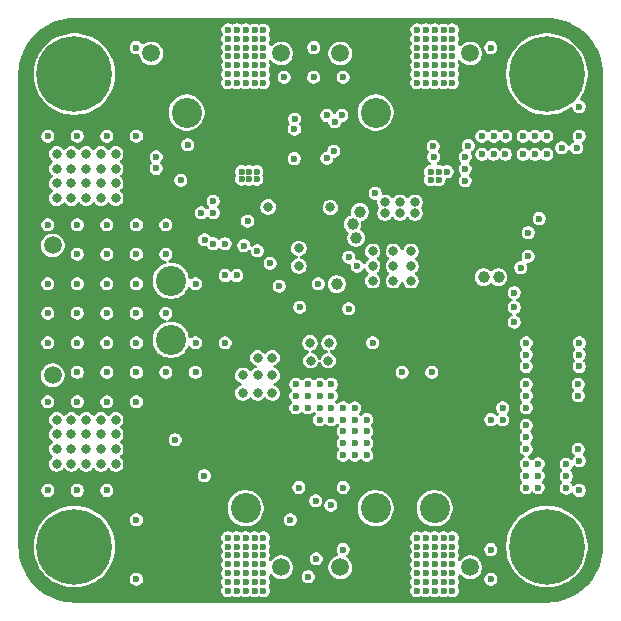
<source format=gbr>
%TF.GenerationSoftware,KiCad,Pcbnew,9.0.1*%
%TF.CreationDate,2025-07-05T19:11:37+01:00*%
%TF.ProjectId,PDB_AURA,5044425f-4155-4524-912e-6b696361645f,rev?*%
%TF.SameCoordinates,Original*%
%TF.FileFunction,Copper,L3,Inr*%
%TF.FilePolarity,Positive*%
%FSLAX46Y46*%
G04 Gerber Fmt 4.6, Leading zero omitted, Abs format (unit mm)*
G04 Created by KiCad (PCBNEW 9.0.1) date 2025-07-05 19:11:37*
%MOMM*%
%LPD*%
G01*
G04 APERTURE LIST*
%TA.AperFunction,ComponentPad*%
%ADD10C,2.550000*%
%TD*%
%TA.AperFunction,ComponentPad*%
%ADD11C,1.500000*%
%TD*%
%TA.AperFunction,ComponentPad*%
%ADD12C,0.800000*%
%TD*%
%TA.AperFunction,ComponentPad*%
%ADD13C,6.400000*%
%TD*%
%TA.AperFunction,ViaPad*%
%ADD14C,0.600000*%
%TD*%
%TA.AperFunction,ViaPad*%
%ADD15C,0.800000*%
%TD*%
%TA.AperFunction,ViaPad*%
%ADD16C,1.000000*%
%TD*%
G04 APERTURE END LIST*
D10*
%TO.N,GND*%
%TO.C,J304*%
X85500000Y-91750000D03*
%TO.N,+5V*%
X80500000Y-91750000D03*
D11*
%TO.N,GND*%
X88500000Y-96750000D03*
X77500000Y-96750000D03*
%TD*%
D10*
%TO.N,GND*%
%TO.C,J303*%
X69500000Y-91750000D03*
%TO.N,+BATT_FILT*%
X64500000Y-91750000D03*
D11*
%TO.N,GND*%
X72500000Y-96750000D03*
%TO.N,+BATT_FILT*%
X61500000Y-96750000D03*
%TD*%
D10*
%TO.N,/300_Connectors/VBAT_CH2*%
%TO.C,J301*%
X80500000Y-58250000D03*
%TO.N,+BATT_FILT*%
X85500000Y-58250000D03*
D11*
%TO.N,GND*%
X77500000Y-53250000D03*
X88500000Y-53250000D03*
%TD*%
D10*
%TO.N,/300_Connectors/VBAT_CH1*%
%TO.C,J300*%
X64500000Y-58250000D03*
%TO.N,+BATT_FILT*%
X69500000Y-58250000D03*
D11*
%TO.N,GND*%
X61500000Y-53250000D03*
X72500000Y-53250000D03*
%TD*%
D12*
%TO.N,unconnected-(H102-Pad1)_8*%
%TO.C,H102*%
X92600000Y-55000000D03*
%TO.N,unconnected-(H102-Pad1)_3*%
X93302944Y-53302944D03*
%TO.N,unconnected-(H102-Pad1)_2*%
X93302944Y-56697056D03*
%TO.N,unconnected-(H102-Pad1)_5*%
X95000000Y-52600000D03*
D13*
%TO.N,unconnected-(H102-Pad1)_6*%
X95000000Y-55000000D03*
D12*
%TO.N,unconnected-(H102-Pad1)_4*%
X95000000Y-57400000D03*
%TO.N,unconnected-(H102-Pad1)_7*%
X96697056Y-53302944D03*
%TO.N,unconnected-(H102-Pad1)*%
X96697056Y-56697056D03*
%TO.N,unconnected-(H102-Pad1)_1*%
X97400000Y-55000000D03*
%TD*%
D10*
%TO.N,+BATT*%
%TO.C,J100*%
X63162000Y-77500000D03*
%TO.N,GND*%
X63162000Y-72500000D03*
D11*
X53162000Y-69500000D03*
%TO.N,+BATT*%
X53162000Y-80500000D03*
%TD*%
D12*
%TO.N,unconnected-(H101-Pad1)_3*%
%TO.C,H101*%
X52600000Y-55000000D03*
%TO.N,unconnected-(H101-Pad1)_5*%
X53302944Y-53302944D03*
%TO.N,unconnected-(H101-Pad1)_1*%
X53302944Y-56697056D03*
%TO.N,unconnected-(H101-Pad1)*%
X55000000Y-52600000D03*
D13*
%TO.N,unconnected-(H101-Pad1)_7*%
X55000000Y-55000000D03*
D12*
%TO.N,unconnected-(H101-Pad1)_2*%
X55000000Y-57400000D03*
%TO.N,unconnected-(H101-Pad1)_8*%
X56697056Y-53302944D03*
%TO.N,unconnected-(H101-Pad1)_4*%
X56697056Y-56697056D03*
%TO.N,unconnected-(H101-Pad1)_6*%
X57400000Y-55000000D03*
%TD*%
%TO.N,unconnected-(H100-Pad1)_3*%
%TO.C,H100*%
X92600000Y-95000000D03*
%TO.N,unconnected-(H100-Pad1)_7*%
X93302944Y-93302944D03*
%TO.N,unconnected-(H100-Pad1)_1*%
X93302944Y-96697056D03*
%TO.N,unconnected-(H100-Pad1)_5*%
X95000000Y-92600000D03*
D13*
%TO.N,unconnected-(H100-Pad1)_2*%
X95000000Y-95000000D03*
D12*
%TO.N,unconnected-(H100-Pad1)_6*%
X95000000Y-97400000D03*
%TO.N,unconnected-(H100-Pad1)_8*%
X96697056Y-93302944D03*
%TO.N,unconnected-(H100-Pad1)_4*%
X96697056Y-96697056D03*
%TO.N,unconnected-(H100-Pad1)*%
X97400000Y-95000000D03*
%TD*%
%TO.N,unconnected-(H103-Pad1)_8*%
%TO.C,H103*%
X52600000Y-95000000D03*
%TO.N,unconnected-(H103-Pad1)_3*%
X53302944Y-93302944D03*
%TO.N,unconnected-(H103-Pad1)_5*%
X53302944Y-96697056D03*
%TO.N,unconnected-(H103-Pad1)_2*%
X55000000Y-92600000D03*
D13*
%TO.N,unconnected-(H103-Pad1)_4*%
X55000000Y-95000000D03*
D12*
%TO.N,unconnected-(H103-Pad1)_6*%
X55000000Y-97400000D03*
%TO.N,unconnected-(H103-Pad1)_1*%
X56697056Y-93302944D03*
%TO.N,unconnected-(H103-Pad1)*%
X56697056Y-96697056D03*
%TO.N,unconnected-(H103-Pad1)_7*%
X57400000Y-95000000D03*
%TD*%
D14*
%TO.N,GND*%
X90250000Y-84250000D03*
X91250000Y-83250000D03*
X91250000Y-84250000D03*
X73280000Y-92740000D03*
X86550000Y-63250000D03*
X85850000Y-63250000D03*
%TO.N,/300_Connectors/VGS_CH2*%
X88070000Y-64010000D03*
%TO.N,GND*%
X74070000Y-74733465D03*
%TO.N,+5V_VCC*%
X78220000Y-74880000D03*
D15*
%TO.N,GND*%
X81285000Y-65850000D03*
D14*
X85380000Y-61110000D03*
X85850000Y-63950000D03*
X85150000Y-63250000D03*
X85150000Y-63950000D03*
X69150000Y-63250000D03*
X70450000Y-63900000D03*
X70450000Y-63250000D03*
X69800000Y-63250000D03*
X69800000Y-63900000D03*
X69150000Y-63900000D03*
X90490000Y-61800000D03*
X84000000Y-53500000D03*
X52750000Y-72750000D03*
X68750000Y-55750000D03*
X94990000Y-61800000D03*
D15*
X56000000Y-63000000D03*
D14*
X90250000Y-95250000D03*
X75470000Y-96040000D03*
X68000000Y-52750000D03*
X69500000Y-95000000D03*
X66750000Y-65750000D03*
X57750000Y-67750000D03*
X84000000Y-97250000D03*
X69656140Y-67436186D03*
X87000000Y-95750000D03*
X84750000Y-51250000D03*
X68000000Y-54250000D03*
X65250000Y-72750000D03*
X92990000Y-61800000D03*
D15*
X76550000Y-77750000D03*
D14*
X86250000Y-52000000D03*
X85500000Y-55750000D03*
X91500000Y-60250000D03*
X70250000Y-51250000D03*
X95000000Y-60250000D03*
X57750000Y-70250000D03*
X60250000Y-70250000D03*
X85500000Y-94250000D03*
X89500000Y-60250000D03*
X77040000Y-59034330D03*
X68000000Y-53500000D03*
X97650000Y-86750000D03*
X76720000Y-91500000D03*
X69500000Y-94250000D03*
X62750000Y-67750000D03*
X66014772Y-69034653D03*
X68750000Y-52750000D03*
X84750000Y-95750000D03*
X68000000Y-98750000D03*
X60250000Y-60250000D03*
X52750000Y-60250000D03*
X94000000Y-60250000D03*
X87000000Y-98000000D03*
X75650000Y-72760000D03*
X84000000Y-52000000D03*
X84000000Y-55750000D03*
X85500000Y-97250000D03*
X85500000Y-54250000D03*
D15*
X58500000Y-61750000D03*
D14*
X87000000Y-53500000D03*
X84750000Y-54250000D03*
X91490000Y-61800000D03*
X68000000Y-97250000D03*
X67750000Y-72050000D03*
X75250000Y-55250000D03*
D15*
X56000000Y-61750000D03*
D14*
X90250000Y-52750000D03*
X68750000Y-51250000D03*
X84750000Y-55000000D03*
X71000000Y-95750000D03*
D15*
X56000000Y-65500000D03*
D14*
X68000000Y-98000000D03*
X70250000Y-94250000D03*
X57750000Y-72750000D03*
X86250000Y-51250000D03*
X84000000Y-95750000D03*
X84750000Y-55750000D03*
X84000000Y-94250000D03*
X86250000Y-97250000D03*
X71000000Y-55000000D03*
X87000000Y-55750000D03*
X76948406Y-61530000D03*
X97750000Y-77750000D03*
D15*
X58500000Y-63000000D03*
D14*
X87000000Y-52000000D03*
X69500000Y-95750000D03*
X68750000Y-98000000D03*
D15*
X57250000Y-63000000D03*
D14*
X86250000Y-54250000D03*
X97510000Y-61240000D03*
X60250000Y-97750000D03*
X70250000Y-97250000D03*
X97750000Y-57750000D03*
D15*
X74000000Y-69750000D03*
D14*
X96650000Y-90050000D03*
D15*
X53500000Y-64250000D03*
D14*
X70250000Y-96500000D03*
X85500000Y-98000000D03*
X73631116Y-59647414D03*
X84000000Y-52750000D03*
X71000000Y-55750000D03*
X60250000Y-67750000D03*
X71000000Y-96500000D03*
X68750000Y-94250000D03*
X71000000Y-52750000D03*
X77750000Y-55250000D03*
D15*
X54750000Y-64250000D03*
D14*
X96650000Y-89050000D03*
X55250000Y-67750000D03*
X85500000Y-95750000D03*
X86250000Y-55750000D03*
X97750000Y-90250000D03*
X84750000Y-95000000D03*
X68750000Y-96500000D03*
D15*
X76670000Y-66290000D03*
D14*
X85500000Y-95000000D03*
X70250000Y-53500000D03*
X68750000Y-95750000D03*
X86250000Y-98750000D03*
X73625000Y-62150000D03*
D15*
X53500000Y-65500000D03*
D14*
X97750000Y-60250000D03*
X87000000Y-52750000D03*
X86250000Y-98000000D03*
X68750000Y-52000000D03*
X90250000Y-97750000D03*
X84000000Y-55000000D03*
X69500000Y-52750000D03*
X72750000Y-55250000D03*
X87000000Y-98750000D03*
X55250000Y-70250000D03*
D15*
X58500000Y-64250000D03*
X58500000Y-65500000D03*
D14*
X87000000Y-97250000D03*
X84000000Y-98000000D03*
X71000000Y-54250000D03*
D15*
X54750000Y-61750000D03*
D14*
X70250000Y-98000000D03*
X88070000Y-62010000D03*
D15*
X56000000Y-64250000D03*
D14*
X68000000Y-51250000D03*
X68750000Y-54250000D03*
X74785717Y-97549875D03*
X85250000Y-80250000D03*
X71000000Y-98000000D03*
X60250000Y-72750000D03*
X93430000Y-68420000D03*
X57750000Y-60250000D03*
D15*
X53500000Y-61750000D03*
D14*
X66000000Y-89000000D03*
X71000000Y-98750000D03*
X68000000Y-96500000D03*
X77750000Y-95250000D03*
X84750000Y-52750000D03*
X84000000Y-54250000D03*
X68750000Y-97250000D03*
X68750000Y-95000000D03*
D15*
X83825000Y-65850000D03*
D14*
X86250000Y-53500000D03*
X69500000Y-52000000D03*
D15*
X54750000Y-65500000D03*
D14*
X69500000Y-53500000D03*
X69500000Y-54250000D03*
X55250000Y-72750000D03*
X88070000Y-63000000D03*
X68000000Y-55750000D03*
X86250000Y-95750000D03*
X71000000Y-97250000D03*
X76375000Y-58500000D03*
X61930000Y-62990000D03*
X69500000Y-55750000D03*
X85500000Y-53500000D03*
X87000000Y-96500000D03*
D15*
X57250000Y-61750000D03*
D14*
X70250000Y-52750000D03*
X85500000Y-52750000D03*
X84000000Y-98750000D03*
X87000000Y-51250000D03*
D15*
X82560000Y-66750000D03*
D14*
X89490000Y-61800000D03*
X68750000Y-98750000D03*
X78925000Y-71250000D03*
X69500000Y-98750000D03*
D15*
X74000000Y-71250000D03*
D14*
X85500000Y-51250000D03*
X70250000Y-54250000D03*
X86250000Y-55000000D03*
X97750000Y-79750000D03*
X96650000Y-88050000D03*
X75250000Y-52750000D03*
X69500000Y-55000000D03*
X70250000Y-98750000D03*
X97750000Y-78750000D03*
X85500000Y-98750000D03*
D15*
X57250000Y-65500000D03*
D14*
X72350000Y-72950000D03*
X71000000Y-51250000D03*
X84750000Y-96500000D03*
X69500000Y-51250000D03*
X97650000Y-81250000D03*
X93000000Y-60250000D03*
X68000000Y-55000000D03*
X84750000Y-52000000D03*
X97750000Y-87750000D03*
X68000000Y-95750000D03*
X93420000Y-70420000D03*
X71000000Y-94250000D03*
X75425000Y-91140000D03*
D15*
X83830000Y-66750000D03*
D14*
X55250000Y-60250000D03*
D15*
X53500000Y-63000000D03*
X54750000Y-63000000D03*
D14*
X93990000Y-61800000D03*
X70250000Y-52000000D03*
X96250000Y-61240000D03*
X65750000Y-66750000D03*
X70250000Y-95000000D03*
X69500000Y-96500000D03*
X71000000Y-52000000D03*
X63520000Y-85950000D03*
X68000000Y-95000000D03*
X69350000Y-69518329D03*
X84000000Y-96500000D03*
X90500000Y-60250000D03*
X87000000Y-54250000D03*
X82750000Y-80250000D03*
D15*
X74950000Y-77750000D03*
D14*
X71000000Y-53500000D03*
X71560918Y-71021075D03*
X86250000Y-96500000D03*
X86250000Y-95000000D03*
X87000000Y-55000000D03*
X87000000Y-94250000D03*
X87000000Y-95000000D03*
X70250000Y-55750000D03*
X86250000Y-94250000D03*
X85500000Y-55000000D03*
X68000000Y-94250000D03*
X85500000Y-96500000D03*
X70250000Y-95750000D03*
X84750000Y-94250000D03*
X84750000Y-98000000D03*
X68000000Y-52000000D03*
X84750000Y-98750000D03*
X61930000Y-62010000D03*
X84750000Y-53500000D03*
X84000000Y-95000000D03*
X68750000Y-55000000D03*
X69500000Y-97250000D03*
X84000000Y-51250000D03*
X62750000Y-70250000D03*
X92781866Y-71382494D03*
X52750000Y-67750000D03*
X86250000Y-52750000D03*
D15*
X71400000Y-66240000D03*
D14*
X84750000Y-97250000D03*
X68750000Y-53500000D03*
D15*
X82555000Y-65850000D03*
D14*
X97650000Y-82250000D03*
X69500000Y-98000000D03*
X71000000Y-95000000D03*
D15*
X81290000Y-66750000D03*
X57250000Y-64250000D03*
D14*
X70250000Y-55000000D03*
X60250000Y-52750000D03*
X80250000Y-77750000D03*
X85500000Y-52000000D03*
X60250000Y-92750000D03*
%TO.N,+5V*%
X93250000Y-79750000D03*
X93250000Y-88000000D03*
X93250000Y-84750000D03*
X93250000Y-83250000D03*
X94250000Y-89000000D03*
X80475000Y-65100000D03*
X93250000Y-82250000D03*
X93250000Y-77750000D03*
X93250000Y-85750000D03*
X94370000Y-67224998D03*
X94250000Y-88000000D03*
X93250000Y-78750000D03*
X94250000Y-90000000D03*
X93250000Y-89000000D03*
X93250000Y-86750000D03*
X93250000Y-81250000D03*
X67750000Y-69350000D03*
X93250000Y-90000000D03*
X68750000Y-72050000D03*
D16*
%TO.N,/200_Buck_Regulator/5V_SW*%
X78550000Y-67700000D03*
D15*
X83500000Y-71250000D03*
X80250000Y-71250000D03*
X83500000Y-70000000D03*
D16*
X89650000Y-72185000D03*
D15*
X83500000Y-72500000D03*
X80250000Y-70000000D03*
X82000000Y-71250000D03*
X80250000Y-72500000D03*
X82000000Y-72500000D03*
X82000000Y-70000000D03*
D14*
%TO.N,/200_Buck_Regulator/COMP_FB_C*%
X70492220Y-69967739D03*
X66760000Y-66730000D03*
%TO.N,/200_Buck_Regulator/5V_FB*%
X66750000Y-69350000D03*
%TO.N,+BATT*%
X60250000Y-77750000D03*
X60250000Y-75250000D03*
X52750000Y-90250000D03*
D15*
X57250000Y-84250000D03*
D14*
X65250000Y-80250000D03*
D15*
X58500000Y-85500000D03*
D14*
X55250000Y-77750000D03*
D15*
X57250000Y-88000000D03*
D14*
X57750000Y-75250000D03*
D15*
X57250000Y-85500000D03*
X54750000Y-88000000D03*
D14*
X55250000Y-75250000D03*
D15*
X56000000Y-84250000D03*
D14*
X67750000Y-77750000D03*
D15*
X56000000Y-86750000D03*
X58500000Y-86750000D03*
X53500000Y-88000000D03*
D14*
X55250000Y-82750000D03*
D15*
X58500000Y-84250000D03*
X53500000Y-84250000D03*
D14*
X52750000Y-75250000D03*
D15*
X53500000Y-86750000D03*
X54750000Y-84250000D03*
X56000000Y-85500000D03*
D14*
X57750000Y-90250000D03*
D15*
X54750000Y-86750000D03*
D14*
X57750000Y-82750000D03*
X55250000Y-80250000D03*
X52750000Y-77750000D03*
X65250000Y-77750000D03*
X60250000Y-82750000D03*
X57750000Y-80250000D03*
D15*
X58500000Y-88000000D03*
D14*
X62750000Y-80250000D03*
X60250000Y-80250000D03*
X55250000Y-90250000D03*
X62750000Y-75250000D03*
D15*
X54750000Y-85500000D03*
X57250000Y-86750000D03*
D14*
X57750000Y-77750000D03*
D15*
X53500000Y-85500000D03*
X56000000Y-88000000D03*
D14*
X52750000Y-82750000D03*
%TO.N,MSFT_1*%
X64000000Y-64000000D03*
%TO.N,MSFT_2*%
X88350000Y-61050000D03*
%TO.N,+3V3*%
X92250000Y-73500000D03*
X74000000Y-90000000D03*
X77750000Y-90000000D03*
%TO.N,INA_IN+*%
X78750000Y-86250000D03*
X75750000Y-82250000D03*
X77750000Y-87250000D03*
X75750000Y-84250000D03*
X75750000Y-83250000D03*
X77750000Y-83250000D03*
X76750000Y-84250000D03*
X79750000Y-87250000D03*
X77750000Y-85250000D03*
X74750000Y-82250000D03*
X74750000Y-83250000D03*
X73750000Y-82250000D03*
D15*
X71750000Y-82000000D03*
X76500000Y-79250000D03*
X71750000Y-80500000D03*
X70500000Y-79000000D03*
X70500000Y-80500000D03*
D14*
X73750000Y-81250000D03*
D15*
X75000000Y-79250000D03*
D14*
X74750000Y-81250000D03*
X79750000Y-85250000D03*
D15*
X69250000Y-82000000D03*
D14*
X77750000Y-86250000D03*
X76750000Y-82250000D03*
D15*
X70500000Y-82000000D03*
D14*
X79750000Y-86250000D03*
X78750000Y-87250000D03*
D15*
X69250000Y-80500000D03*
D14*
X79750000Y-84250000D03*
X77750000Y-84250000D03*
X78750000Y-85250000D03*
X76750000Y-83250000D03*
X73750000Y-83250000D03*
X78750000Y-84250000D03*
X78750000Y-83250000D03*
X75750000Y-81250000D03*
X76750000Y-81250000D03*
D15*
X71750000Y-79000000D03*
D14*
%TO.N,SCL*%
X92250000Y-76000000D03*
%TO.N,SDA*%
X92250000Y-74750000D03*
%TO.N,+5V_VCC*%
X78219341Y-70500000D03*
D16*
%TO.N,/200_Buck_Regulator/5V_HO*%
X78860955Y-68859014D03*
X90910000Y-72180000D03*
%TO.N,/200_Buck_Regulator/5V_LO*%
X77200000Y-72775000D03*
X79172775Y-66674253D03*
D14*
%TO.N,/300_Connectors/VGS_CH1*%
X64580000Y-60990000D03*
X73640000Y-58790000D03*
%TO.N,/300_Connectors/MSFT_2_R*%
X77640000Y-58500000D03*
X85410000Y-62010000D03*
%TO.N,/300_Connectors/VGS_CH2*%
X76360000Y-62130000D03*
%TO.N,+BATT_FILT*%
X66000000Y-98750000D03*
X81250000Y-52000000D03*
X68250000Y-89750000D03*
X79000000Y-97250000D03*
X79750000Y-53500000D03*
X79000000Y-94250000D03*
X64500000Y-52000000D03*
X82000000Y-94250000D03*
X90500000Y-64750000D03*
X80500000Y-55000000D03*
X63750000Y-98750000D03*
X79750000Y-55750000D03*
X61500000Y-98750000D03*
X82000000Y-97250000D03*
X65250000Y-53500000D03*
X63750000Y-94250000D03*
X82000000Y-98750000D03*
X80500000Y-53500000D03*
X59650000Y-56750000D03*
X81250000Y-97250000D03*
X81250000Y-95750000D03*
X63750000Y-96500000D03*
X80500000Y-95750000D03*
X81250000Y-53500000D03*
X81250000Y-98750000D03*
X63000000Y-97250000D03*
X65250000Y-97250000D03*
X82000000Y-95750000D03*
X63000000Y-95750000D03*
X82000000Y-55000000D03*
D15*
X88350000Y-66700000D03*
D14*
X89550000Y-63250000D03*
X81250000Y-94250000D03*
D15*
X89650000Y-66700000D03*
D14*
X63000000Y-52000000D03*
D15*
X89000000Y-70750000D03*
X87500000Y-68250000D03*
D14*
X79000000Y-52000000D03*
X61500000Y-92250000D03*
X66000000Y-97250000D03*
X91550000Y-63250000D03*
X80500000Y-97250000D03*
X79000000Y-95000000D03*
X80500000Y-94250000D03*
X93000000Y-64750000D03*
X80500000Y-52750000D03*
X94000000Y-63250000D03*
X63000000Y-53500000D03*
X64500000Y-53500000D03*
X79750000Y-94250000D03*
X62500000Y-92250000D03*
X79750000Y-97250000D03*
X79750000Y-52750000D03*
X65250000Y-96500000D03*
X64500000Y-52750000D03*
X66000000Y-53500000D03*
X82000000Y-52750000D03*
X79000000Y-98750000D03*
X64500000Y-94250000D03*
X63000000Y-55750000D03*
X79000000Y-55000000D03*
X63750000Y-52750000D03*
X91500000Y-64750000D03*
X80500000Y-98750000D03*
X66000000Y-55000000D03*
X65250000Y-95750000D03*
D15*
X89000000Y-68250000D03*
D14*
X79750000Y-95750000D03*
X93000000Y-63250000D03*
X90550000Y-63250000D03*
X79750000Y-96500000D03*
X81250000Y-95000000D03*
X71250000Y-88750000D03*
X79000000Y-95750000D03*
X63750000Y-52000000D03*
X67250000Y-92750000D03*
X66000000Y-94250000D03*
X80500000Y-52000000D03*
X94000000Y-64750000D03*
X64500000Y-95750000D03*
X66000000Y-95750000D03*
X63750000Y-54250000D03*
X63750000Y-53500000D03*
X65250000Y-95000000D03*
D15*
X90500000Y-70750000D03*
D14*
X81250000Y-98000000D03*
X82000000Y-53500000D03*
X63750000Y-98000000D03*
X63000000Y-96500000D03*
X63250000Y-90250000D03*
X64500000Y-98750000D03*
X66000000Y-55750000D03*
X80500000Y-95000000D03*
X66000000Y-95000000D03*
X95000000Y-63250000D03*
X62500000Y-91250000D03*
X65250000Y-98750000D03*
X70250000Y-89750000D03*
X63000000Y-98750000D03*
X62500000Y-93250000D03*
X82000000Y-51250000D03*
D15*
X90500000Y-68250000D03*
D14*
X80500000Y-55750000D03*
X81250000Y-51250000D03*
X63750000Y-55750000D03*
X79000000Y-54250000D03*
X80500000Y-54250000D03*
X81250000Y-55750000D03*
X65250000Y-55000000D03*
X66250000Y-91750000D03*
X79000000Y-51250000D03*
X79750000Y-98750000D03*
X79750000Y-54250000D03*
X65250000Y-52000000D03*
X66250000Y-90750000D03*
X80500000Y-98000000D03*
X63000000Y-52750000D03*
X98340000Y-69220000D03*
X66000000Y-52750000D03*
X63000000Y-98000000D03*
D15*
X74750000Y-65250000D03*
D14*
X79000000Y-52750000D03*
X66000000Y-52000000D03*
X63000000Y-55000000D03*
X63750000Y-95000000D03*
X81250000Y-52750000D03*
X65250000Y-98000000D03*
X63750000Y-97250000D03*
X81250000Y-96500000D03*
X67250000Y-90750000D03*
D15*
X90900000Y-66700000D03*
D14*
X71250000Y-89750000D03*
X61500000Y-93250000D03*
X90350000Y-56750000D03*
X63750000Y-55000000D03*
X80500000Y-51250000D03*
X79750000Y-98000000D03*
X82000000Y-98000000D03*
X80500000Y-96500000D03*
X63000000Y-95000000D03*
X82000000Y-95000000D03*
X66000000Y-51250000D03*
X69250000Y-87750000D03*
X64500000Y-54250000D03*
X68250000Y-88750000D03*
X66250000Y-92750000D03*
X79000000Y-98000000D03*
X63750000Y-51250000D03*
X64500000Y-51250000D03*
X95000000Y-64750000D03*
X82000000Y-55750000D03*
X79750000Y-52000000D03*
X67250000Y-89750000D03*
X63000000Y-54250000D03*
X66000000Y-54250000D03*
X82000000Y-54250000D03*
X81250000Y-54250000D03*
X64500000Y-97250000D03*
X81250000Y-55000000D03*
X69250000Y-89750000D03*
D15*
X87500000Y-69500000D03*
X87500000Y-70750000D03*
D14*
X64500000Y-55000000D03*
X82000000Y-52000000D03*
X69250000Y-85750000D03*
X82000000Y-96500000D03*
X64500000Y-55750000D03*
X69250000Y-88750000D03*
X69250000Y-86750000D03*
X64500000Y-95000000D03*
X65250000Y-51250000D03*
X63750000Y-95750000D03*
X79000000Y-53500000D03*
X67250000Y-91750000D03*
X65250000Y-55750000D03*
X64500000Y-98000000D03*
X89500000Y-64750000D03*
X63000000Y-51250000D03*
X79000000Y-55750000D03*
X65250000Y-52750000D03*
X66000000Y-96500000D03*
X79750000Y-51250000D03*
X64500000Y-96500000D03*
D15*
X90500000Y-69500000D03*
D14*
X79750000Y-55000000D03*
X65250000Y-54250000D03*
D15*
X89000000Y-69500000D03*
D14*
X65250000Y-94250000D03*
X70250000Y-88750000D03*
X79000000Y-96500000D03*
D15*
X73250000Y-65250000D03*
D14*
X66000000Y-98000000D03*
X79750000Y-95000000D03*
X63000000Y-94250000D03*
%TD*%
%TA.AperFunction,Conductor*%
%TO.N,+BATT_FILT*%
G36*
X95002702Y-50250618D02*
G01*
X95015967Y-50251197D01*
X95408558Y-50268337D01*
X95419293Y-50269277D01*
X95819386Y-50321950D01*
X95830010Y-50323823D01*
X96223993Y-50411167D01*
X96234405Y-50413956D01*
X96619279Y-50535307D01*
X96629414Y-50538996D01*
X97002232Y-50693423D01*
X97012024Y-50697989D01*
X97230117Y-50811521D01*
X97369942Y-50884309D01*
X97379310Y-50889717D01*
X97719638Y-51106530D01*
X97728499Y-51112735D01*
X98048627Y-51358378D01*
X98056914Y-51365332D01*
X98354412Y-51637938D01*
X98362061Y-51645587D01*
X98634667Y-51943085D01*
X98641621Y-51951372D01*
X98887264Y-52271500D01*
X98893469Y-52280361D01*
X99110282Y-52620689D01*
X99115690Y-52630057D01*
X99302007Y-52987969D01*
X99306579Y-52997773D01*
X99460997Y-53370570D01*
X99464696Y-53380733D01*
X99569298Y-53712488D01*
X99586037Y-53765575D01*
X99588837Y-53776025D01*
X99676173Y-54169977D01*
X99678051Y-54180629D01*
X99730720Y-54580683D01*
X99731663Y-54591460D01*
X99747324Y-54950172D01*
X99749382Y-54997297D01*
X99749500Y-55002706D01*
X99749500Y-94997293D01*
X99749382Y-95002702D01*
X99731663Y-95408539D01*
X99730720Y-95419316D01*
X99678051Y-95819370D01*
X99676173Y-95830022D01*
X99588837Y-96223974D01*
X99586037Y-96234424D01*
X99464697Y-96619264D01*
X99460997Y-96629429D01*
X99306579Y-97002226D01*
X99302007Y-97012030D01*
X99115690Y-97369942D01*
X99110282Y-97379310D01*
X98893469Y-97719638D01*
X98887264Y-97728499D01*
X98641621Y-98048627D01*
X98634667Y-98056914D01*
X98362061Y-98354412D01*
X98354412Y-98362061D01*
X98056914Y-98634667D01*
X98048627Y-98641621D01*
X97728499Y-98887264D01*
X97719638Y-98893469D01*
X97379310Y-99110282D01*
X97369942Y-99115690D01*
X97012030Y-99302007D01*
X97002226Y-99306579D01*
X96629429Y-99460997D01*
X96619264Y-99464697D01*
X96234424Y-99586037D01*
X96223974Y-99588837D01*
X95830022Y-99676173D01*
X95819370Y-99678051D01*
X95419316Y-99730720D01*
X95408539Y-99731663D01*
X95002703Y-99749382D01*
X94997294Y-99749500D01*
X55002706Y-99749500D01*
X54997297Y-99749382D01*
X54591460Y-99731663D01*
X54580685Y-99730720D01*
X54380656Y-99704385D01*
X54180629Y-99678051D01*
X54169977Y-99676173D01*
X53915393Y-99619733D01*
X53776022Y-99588836D01*
X53765579Y-99586038D01*
X53380733Y-99464696D01*
X53370570Y-99460997D01*
X52997773Y-99306579D01*
X52987969Y-99302007D01*
X52630057Y-99115690D01*
X52620689Y-99110282D01*
X52280361Y-98893469D01*
X52271500Y-98887264D01*
X51951372Y-98641621D01*
X51943085Y-98634667D01*
X51645587Y-98362061D01*
X51637938Y-98354412D01*
X51365332Y-98056914D01*
X51358378Y-98048627D01*
X51112735Y-97728499D01*
X51106530Y-97719638D01*
X51080344Y-97678535D01*
X50889716Y-97379309D01*
X50884309Y-97369942D01*
X50867364Y-97337390D01*
X50697989Y-97012024D01*
X50693420Y-97002226D01*
X50692239Y-96999375D01*
X50538996Y-96629414D01*
X50535307Y-96619279D01*
X50413956Y-96234405D01*
X50411167Y-96223993D01*
X50323823Y-95830010D01*
X50321950Y-95819386D01*
X50269277Y-95419293D01*
X50268337Y-95408558D01*
X50250618Y-95002701D01*
X50250500Y-94997293D01*
X50250500Y-94830488D01*
X51549500Y-94830488D01*
X51549500Y-95169512D01*
X51553733Y-95212486D01*
X51582729Y-95506901D01*
X51646503Y-95827511D01*
X51648871Y-95839414D01*
X51656138Y-95863371D01*
X51747284Y-96163841D01*
X51877024Y-96477060D01*
X51877026Y-96477065D01*
X52036831Y-96776039D01*
X52036842Y-96776057D01*
X52225184Y-97057930D01*
X52225194Y-97057944D01*
X52440269Y-97320014D01*
X52679985Y-97559730D01*
X52679990Y-97559734D01*
X52679991Y-97559735D01*
X52942061Y-97774810D01*
X53223949Y-97963162D01*
X53223958Y-97963167D01*
X53223960Y-97963168D01*
X53522934Y-98122973D01*
X53522936Y-98122973D01*
X53522942Y-98122977D01*
X53836160Y-98252716D01*
X54160586Y-98351129D01*
X54493096Y-98417270D01*
X54830488Y-98450500D01*
X54830491Y-98450500D01*
X55169509Y-98450500D01*
X55169512Y-98450500D01*
X55506904Y-98417270D01*
X55839414Y-98351129D01*
X56163840Y-98252716D01*
X56477058Y-98122977D01*
X56776051Y-97963162D01*
X57057939Y-97774810D01*
X57176482Y-97677525D01*
X59699500Y-97677525D01*
X59699500Y-97822475D01*
X59727649Y-97927527D01*
X59737017Y-97962488D01*
X59809488Y-98088011D01*
X59809490Y-98088013D01*
X59809491Y-98088015D01*
X59911985Y-98190509D01*
X59911986Y-98190510D01*
X59911988Y-98190511D01*
X60037511Y-98262982D01*
X60037512Y-98262982D01*
X60037515Y-98262984D01*
X60177525Y-98300500D01*
X60177528Y-98300500D01*
X60322472Y-98300500D01*
X60322475Y-98300500D01*
X60462485Y-98262984D01*
X60588015Y-98190509D01*
X60690509Y-98088015D01*
X60762984Y-97962485D01*
X60800500Y-97822475D01*
X60800500Y-97677525D01*
X60762984Y-97537515D01*
X60756993Y-97527139D01*
X60690511Y-97411988D01*
X60690506Y-97411982D01*
X60588017Y-97309493D01*
X60588011Y-97309488D01*
X60462488Y-97237017D01*
X60462489Y-97237017D01*
X60451006Y-97233940D01*
X60322475Y-97199500D01*
X60177525Y-97199500D01*
X60048993Y-97233940D01*
X60037511Y-97237017D01*
X59911988Y-97309488D01*
X59911982Y-97309493D01*
X59809493Y-97411982D01*
X59809488Y-97411988D01*
X59737017Y-97537511D01*
X59737016Y-97537515D01*
X59699500Y-97677525D01*
X57176482Y-97677525D01*
X57226310Y-97636632D01*
X57303182Y-97573545D01*
X57303182Y-97573544D01*
X57320009Y-97559735D01*
X57559735Y-97320009D01*
X57774810Y-97057939D01*
X57963162Y-96776051D01*
X58122977Y-96477058D01*
X58252716Y-96163840D01*
X58351129Y-95839414D01*
X58417270Y-95506904D01*
X58450500Y-95169512D01*
X58450500Y-94830488D01*
X58417270Y-94493096D01*
X58383331Y-94322475D01*
X58357694Y-94193589D01*
X58354498Y-94177525D01*
X67449500Y-94177525D01*
X67449500Y-94322475D01*
X67487016Y-94462485D01*
X67487017Y-94462488D01*
X67545048Y-94563000D01*
X67561521Y-94630900D01*
X67545048Y-94687000D01*
X67487017Y-94787511D01*
X67487016Y-94787515D01*
X67449500Y-94927525D01*
X67449500Y-95072475D01*
X67477649Y-95177527D01*
X67487017Y-95212488D01*
X67545048Y-95313000D01*
X67561521Y-95380900D01*
X67545048Y-95437000D01*
X67487017Y-95537511D01*
X67487016Y-95537515D01*
X67449500Y-95677525D01*
X67449500Y-95822475D01*
X67474764Y-95916760D01*
X67487017Y-95962488D01*
X67545048Y-96063000D01*
X67561521Y-96130900D01*
X67545048Y-96187000D01*
X67487017Y-96287511D01*
X67487016Y-96287515D01*
X67449500Y-96427525D01*
X67449500Y-96572475D01*
X67470664Y-96651459D01*
X67487017Y-96712488D01*
X67545048Y-96813000D01*
X67561521Y-96880900D01*
X67545048Y-96937000D01*
X67487017Y-97037511D01*
X67487016Y-97037515D01*
X67449500Y-97177525D01*
X67449500Y-97322475D01*
X67476002Y-97421380D01*
X67487017Y-97462488D01*
X67545048Y-97563000D01*
X67561521Y-97630900D01*
X67545048Y-97687000D01*
X67487017Y-97787511D01*
X67487016Y-97787515D01*
X67449500Y-97927525D01*
X67449500Y-98072475D01*
X67481128Y-98190511D01*
X67487017Y-98212488D01*
X67545048Y-98313000D01*
X67561521Y-98380900D01*
X67545048Y-98437000D01*
X67487017Y-98537511D01*
X67487016Y-98537515D01*
X67449500Y-98677525D01*
X67449500Y-98822475D01*
X67487016Y-98962485D01*
X67487017Y-98962488D01*
X67559488Y-99088011D01*
X67559490Y-99088013D01*
X67559491Y-99088015D01*
X67661985Y-99190509D01*
X67661986Y-99190510D01*
X67661988Y-99190511D01*
X67787511Y-99262982D01*
X67787512Y-99262982D01*
X67787515Y-99262984D01*
X67927525Y-99300500D01*
X67927528Y-99300500D01*
X68072472Y-99300500D01*
X68072475Y-99300500D01*
X68212485Y-99262984D01*
X68313002Y-99204950D01*
X68380899Y-99188478D01*
X68436997Y-99204949D01*
X68537515Y-99262984D01*
X68677525Y-99300500D01*
X68677528Y-99300500D01*
X68822472Y-99300500D01*
X68822475Y-99300500D01*
X68962485Y-99262984D01*
X69063002Y-99204950D01*
X69130899Y-99188478D01*
X69186997Y-99204949D01*
X69287515Y-99262984D01*
X69427525Y-99300500D01*
X69427528Y-99300500D01*
X69572472Y-99300500D01*
X69572475Y-99300500D01*
X69712485Y-99262984D01*
X69813002Y-99204950D01*
X69880899Y-99188478D01*
X69936997Y-99204949D01*
X70037515Y-99262984D01*
X70177525Y-99300500D01*
X70177528Y-99300500D01*
X70322472Y-99300500D01*
X70322475Y-99300500D01*
X70462485Y-99262984D01*
X70563002Y-99204950D01*
X70630899Y-99188478D01*
X70686997Y-99204949D01*
X70787515Y-99262984D01*
X70927525Y-99300500D01*
X70927528Y-99300500D01*
X71072472Y-99300500D01*
X71072475Y-99300500D01*
X71212485Y-99262984D01*
X71338015Y-99190509D01*
X71440509Y-99088015D01*
X71512984Y-98962485D01*
X71550500Y-98822475D01*
X71550500Y-98677525D01*
X71512984Y-98537515D01*
X71454950Y-98436997D01*
X71438478Y-98369101D01*
X71454951Y-98313000D01*
X71512984Y-98212485D01*
X71550500Y-98072475D01*
X71550500Y-97927525D01*
X71512984Y-97787515D01*
X71454950Y-97686997D01*
X71452897Y-97678535D01*
X71447475Y-97671718D01*
X71444786Y-97645102D01*
X71438478Y-97619101D01*
X71441143Y-97609044D01*
X71440452Y-97602202D01*
X71449288Y-97578310D01*
X71451812Y-97568787D01*
X71453303Y-97565853D01*
X71512984Y-97462485D01*
X71520897Y-97432952D01*
X71526783Y-97421380D01*
X71542198Y-97405033D01*
X71553896Y-97385841D01*
X71565710Y-97380101D01*
X71574720Y-97370548D01*
X71596526Y-97365130D01*
X71616742Y-97355310D01*
X71629783Y-97356868D01*
X71642528Y-97353703D01*
X71663802Y-97360935D01*
X71686118Y-97363603D01*
X71700720Y-97373486D01*
X71708680Y-97376192D01*
X71713298Y-97381999D01*
X71724990Y-97389912D01*
X71862214Y-97527136D01*
X71862218Y-97527139D01*
X72026079Y-97636628D01*
X72026092Y-97636635D01*
X72147686Y-97687000D01*
X72208165Y-97712051D01*
X72208169Y-97712051D01*
X72208170Y-97712052D01*
X72401456Y-97750500D01*
X72401459Y-97750500D01*
X72598543Y-97750500D01*
X72728582Y-97724632D01*
X72791835Y-97712051D01*
X72932655Y-97653721D01*
X72973907Y-97636635D01*
X72973907Y-97636634D01*
X72973914Y-97636632D01*
X73137782Y-97527139D01*
X73187521Y-97477400D01*
X74235217Y-97477400D01*
X74235217Y-97622350D01*
X74263660Y-97728499D01*
X74272734Y-97762363D01*
X74345205Y-97887886D01*
X74345207Y-97887888D01*
X74345208Y-97887890D01*
X74447702Y-97990384D01*
X74447703Y-97990385D01*
X74447705Y-97990386D01*
X74573228Y-98062857D01*
X74573229Y-98062857D01*
X74573232Y-98062859D01*
X74713242Y-98100375D01*
X74713245Y-98100375D01*
X74858189Y-98100375D01*
X74858192Y-98100375D01*
X74998202Y-98062859D01*
X75123732Y-97990384D01*
X75226226Y-97887890D01*
X75298701Y-97762360D01*
X75336217Y-97622350D01*
X75336217Y-97477400D01*
X75298701Y-97337390D01*
X75282593Y-97309491D01*
X75226228Y-97211863D01*
X75226223Y-97211857D01*
X75123734Y-97109368D01*
X75123728Y-97109363D01*
X74998205Y-97036892D01*
X74998206Y-97036892D01*
X74986723Y-97033815D01*
X74858192Y-96999375D01*
X74713242Y-96999375D01*
X74584710Y-97033815D01*
X74573228Y-97036892D01*
X74447705Y-97109363D01*
X74447699Y-97109368D01*
X74345210Y-97211857D01*
X74345205Y-97211863D01*
X74272734Y-97337386D01*
X74272733Y-97337390D01*
X74235217Y-97477400D01*
X73187521Y-97477400D01*
X73277139Y-97387782D01*
X73386632Y-97223914D01*
X73462051Y-97041835D01*
X73488229Y-96910230D01*
X73500500Y-96848543D01*
X76499499Y-96848543D01*
X76537947Y-97041829D01*
X76537950Y-97041839D01*
X76613364Y-97223907D01*
X76613371Y-97223920D01*
X76722860Y-97387781D01*
X76722863Y-97387785D01*
X76862214Y-97527136D01*
X76862218Y-97527139D01*
X77026079Y-97636628D01*
X77026092Y-97636635D01*
X77147686Y-97687000D01*
X77208165Y-97712051D01*
X77208169Y-97712051D01*
X77208170Y-97712052D01*
X77401456Y-97750500D01*
X77401459Y-97750500D01*
X77598543Y-97750500D01*
X77728582Y-97724632D01*
X77791835Y-97712051D01*
X77932655Y-97653721D01*
X77973907Y-97636635D01*
X77973907Y-97636634D01*
X77973914Y-97636632D01*
X78137782Y-97527139D01*
X78277139Y-97387782D01*
X78386632Y-97223914D01*
X78462051Y-97041835D01*
X78488229Y-96910230D01*
X78500500Y-96848543D01*
X78500500Y-96651456D01*
X78462052Y-96458170D01*
X78462051Y-96458169D01*
X78462051Y-96458165D01*
X78449500Y-96427863D01*
X78386635Y-96276092D01*
X78386628Y-96276079D01*
X78277139Y-96112218D01*
X78277136Y-96112214D01*
X78137785Y-95972863D01*
X78137781Y-95972860D01*
X78053822Y-95916760D01*
X78009017Y-95863148D01*
X78000310Y-95793823D01*
X78030465Y-95730795D01*
X78060711Y-95706272D01*
X78088015Y-95690509D01*
X78190509Y-95588015D01*
X78262984Y-95462485D01*
X78300500Y-95322475D01*
X78300500Y-95177525D01*
X78262984Y-95037515D01*
X78190509Y-94911985D01*
X78088015Y-94809491D01*
X78088013Y-94809490D01*
X78088011Y-94809488D01*
X77962488Y-94737017D01*
X77962489Y-94737017D01*
X77951006Y-94733940D01*
X77822475Y-94699500D01*
X77677525Y-94699500D01*
X77548993Y-94733940D01*
X77537511Y-94737017D01*
X77411988Y-94809488D01*
X77411982Y-94809493D01*
X77309493Y-94911982D01*
X77309488Y-94911988D01*
X77237017Y-95037511D01*
X77237016Y-95037515D01*
X77199500Y-95177525D01*
X77199500Y-95322475D01*
X77230188Y-95437001D01*
X77237017Y-95462488D01*
X77313555Y-95595054D01*
X77311762Y-95596088D01*
X77332974Y-95650947D01*
X77318940Y-95719393D01*
X77270129Y-95769386D01*
X77233600Y-95782889D01*
X77208166Y-95787948D01*
X77208160Y-95787950D01*
X77026092Y-95863364D01*
X77026079Y-95863371D01*
X76862218Y-95972860D01*
X76862214Y-95972863D01*
X76722863Y-96112214D01*
X76722860Y-96112218D01*
X76613371Y-96276079D01*
X76613364Y-96276092D01*
X76537950Y-96458160D01*
X76537947Y-96458170D01*
X76499500Y-96651456D01*
X76499500Y-96651459D01*
X76499500Y-96848541D01*
X76499500Y-96848543D01*
X76499499Y-96848543D01*
X73500500Y-96848543D01*
X73500500Y-96651456D01*
X73462052Y-96458170D01*
X73462051Y-96458169D01*
X73462051Y-96458165D01*
X73449500Y-96427863D01*
X73386635Y-96276092D01*
X73386628Y-96276079D01*
X73277139Y-96112218D01*
X73277136Y-96112214D01*
X73137785Y-95972863D01*
X73137781Y-95972860D01*
X73129797Y-95967525D01*
X74919500Y-95967525D01*
X74919500Y-96112475D01*
X74950793Y-96229261D01*
X74957017Y-96252488D01*
X75029488Y-96378011D01*
X75029490Y-96378013D01*
X75029491Y-96378015D01*
X75131985Y-96480509D01*
X75131986Y-96480510D01*
X75131988Y-96480511D01*
X75257511Y-96552982D01*
X75257512Y-96552982D01*
X75257515Y-96552984D01*
X75397525Y-96590500D01*
X75397528Y-96590500D01*
X75542472Y-96590500D01*
X75542475Y-96590500D01*
X75682485Y-96552984D01*
X75808015Y-96480509D01*
X75910509Y-96378015D01*
X75982984Y-96252485D01*
X76020500Y-96112475D01*
X76020500Y-95967525D01*
X75982984Y-95827515D01*
X75980072Y-95822472D01*
X75910511Y-95701988D01*
X75910506Y-95701982D01*
X75808017Y-95599493D01*
X75808011Y-95599488D01*
X75682488Y-95527017D01*
X75682489Y-95527017D01*
X75671006Y-95523940D01*
X75542475Y-95489500D01*
X75397525Y-95489500D01*
X75268993Y-95523940D01*
X75257511Y-95527017D01*
X75131988Y-95599488D01*
X75131982Y-95599493D01*
X75029493Y-95701982D01*
X75029488Y-95701988D01*
X74957017Y-95827511D01*
X74957016Y-95827515D01*
X74919500Y-95967525D01*
X73129797Y-95967525D01*
X72973920Y-95863371D01*
X72973907Y-95863364D01*
X72791839Y-95787950D01*
X72791829Y-95787947D01*
X72598543Y-95749500D01*
X72598541Y-95749500D01*
X72401459Y-95749500D01*
X72401457Y-95749500D01*
X72208170Y-95787947D01*
X72208160Y-95787950D01*
X72026092Y-95863364D01*
X72026079Y-95863371D01*
X71862218Y-95972860D01*
X71862214Y-95972863D01*
X71722863Y-96112214D01*
X71666760Y-96196178D01*
X71665294Y-96197402D01*
X71664670Y-96199207D01*
X71638599Y-96219711D01*
X71613147Y-96240982D01*
X71611252Y-96241219D01*
X71609751Y-96242401D01*
X71576716Y-96245557D01*
X71543822Y-96249689D01*
X71542100Y-96248865D01*
X71540198Y-96249047D01*
X71510703Y-96233843D01*
X71480795Y-96219534D01*
X71479252Y-96217631D01*
X71478093Y-96217034D01*
X71456276Y-96189295D01*
X71454953Y-96187003D01*
X71438478Y-96119107D01*
X71454951Y-96063000D01*
X71512984Y-95962485D01*
X71550500Y-95822475D01*
X71550500Y-95677525D01*
X71512984Y-95537515D01*
X71454950Y-95436997D01*
X71438478Y-95369101D01*
X71454951Y-95313000D01*
X71512984Y-95212485D01*
X71550500Y-95072475D01*
X71550500Y-94927525D01*
X71512984Y-94787515D01*
X71454950Y-94686997D01*
X71438478Y-94619101D01*
X71454951Y-94563000D01*
X71512984Y-94462485D01*
X71550500Y-94322475D01*
X71550500Y-94177525D01*
X83449500Y-94177525D01*
X83449500Y-94322475D01*
X83487016Y-94462485D01*
X83487017Y-94462488D01*
X83545048Y-94563000D01*
X83561521Y-94630900D01*
X83545048Y-94687000D01*
X83487017Y-94787511D01*
X83487016Y-94787515D01*
X83449500Y-94927525D01*
X83449500Y-95072475D01*
X83477649Y-95177527D01*
X83487017Y-95212488D01*
X83545048Y-95313000D01*
X83561521Y-95380900D01*
X83545048Y-95437000D01*
X83487017Y-95537511D01*
X83487016Y-95537515D01*
X83449500Y-95677525D01*
X83449500Y-95822475D01*
X83474764Y-95916760D01*
X83487017Y-95962488D01*
X83545048Y-96063000D01*
X83561521Y-96130900D01*
X83545048Y-96187000D01*
X83487017Y-96287511D01*
X83487016Y-96287515D01*
X83449500Y-96427525D01*
X83449500Y-96572475D01*
X83470664Y-96651459D01*
X83487017Y-96712488D01*
X83545048Y-96813000D01*
X83561521Y-96880900D01*
X83545048Y-96937000D01*
X83487017Y-97037511D01*
X83487016Y-97037515D01*
X83449500Y-97177525D01*
X83449500Y-97322475D01*
X83476002Y-97421380D01*
X83487017Y-97462488D01*
X83545048Y-97563000D01*
X83561521Y-97630900D01*
X83545048Y-97687000D01*
X83487017Y-97787511D01*
X83487016Y-97787515D01*
X83449500Y-97927525D01*
X83449500Y-98072475D01*
X83481128Y-98190511D01*
X83487017Y-98212488D01*
X83545048Y-98313000D01*
X83561521Y-98380900D01*
X83545048Y-98437000D01*
X83487017Y-98537511D01*
X83487016Y-98537515D01*
X83449500Y-98677525D01*
X83449500Y-98822475D01*
X83487016Y-98962485D01*
X83487017Y-98962488D01*
X83559488Y-99088011D01*
X83559490Y-99088013D01*
X83559491Y-99088015D01*
X83661985Y-99190509D01*
X83661986Y-99190510D01*
X83661988Y-99190511D01*
X83787511Y-99262982D01*
X83787512Y-99262982D01*
X83787515Y-99262984D01*
X83927525Y-99300500D01*
X83927528Y-99300500D01*
X84072472Y-99300500D01*
X84072475Y-99300500D01*
X84212485Y-99262984D01*
X84313002Y-99204950D01*
X84380899Y-99188478D01*
X84436997Y-99204949D01*
X84537515Y-99262984D01*
X84677525Y-99300500D01*
X84677528Y-99300500D01*
X84822472Y-99300500D01*
X84822475Y-99300500D01*
X84962485Y-99262984D01*
X85063002Y-99204950D01*
X85130899Y-99188478D01*
X85186997Y-99204949D01*
X85287515Y-99262984D01*
X85427525Y-99300500D01*
X85427528Y-99300500D01*
X85572472Y-99300500D01*
X85572475Y-99300500D01*
X85712485Y-99262984D01*
X85813002Y-99204950D01*
X85880899Y-99188478D01*
X85936997Y-99204949D01*
X86037515Y-99262984D01*
X86177525Y-99300500D01*
X86177528Y-99300500D01*
X86322472Y-99300500D01*
X86322475Y-99300500D01*
X86462485Y-99262984D01*
X86563002Y-99204950D01*
X86630899Y-99188478D01*
X86686997Y-99204949D01*
X86787515Y-99262984D01*
X86927525Y-99300500D01*
X86927528Y-99300500D01*
X87072472Y-99300500D01*
X87072475Y-99300500D01*
X87212485Y-99262984D01*
X87338015Y-99190509D01*
X87440509Y-99088015D01*
X87512984Y-98962485D01*
X87550500Y-98822475D01*
X87550500Y-98677525D01*
X87512984Y-98537515D01*
X87454950Y-98436997D01*
X87438478Y-98369101D01*
X87454951Y-98313000D01*
X87512984Y-98212485D01*
X87550500Y-98072475D01*
X87550500Y-97927525D01*
X87512984Y-97787515D01*
X87454950Y-97686997D01*
X87452897Y-97678535D01*
X87447475Y-97671718D01*
X87444786Y-97645102D01*
X87438478Y-97619101D01*
X87441143Y-97609044D01*
X87440452Y-97602202D01*
X87449288Y-97578310D01*
X87451812Y-97568787D01*
X87453303Y-97565853D01*
X87512984Y-97462485D01*
X87520897Y-97432952D01*
X87526783Y-97421380D01*
X87542198Y-97405033D01*
X87553896Y-97385841D01*
X87565710Y-97380101D01*
X87574720Y-97370548D01*
X87596526Y-97365130D01*
X87616742Y-97355310D01*
X87629783Y-97356868D01*
X87642528Y-97353703D01*
X87663802Y-97360935D01*
X87686118Y-97363603D01*
X87700720Y-97373486D01*
X87708680Y-97376192D01*
X87713298Y-97381999D01*
X87724990Y-97389912D01*
X87862214Y-97527136D01*
X87862218Y-97527139D01*
X88026079Y-97636628D01*
X88026092Y-97636635D01*
X88147686Y-97687000D01*
X88208165Y-97712051D01*
X88208169Y-97712051D01*
X88208170Y-97712052D01*
X88401456Y-97750500D01*
X88401459Y-97750500D01*
X88598543Y-97750500D01*
X88728582Y-97724632D01*
X88791835Y-97712051D01*
X88875187Y-97677525D01*
X89699500Y-97677525D01*
X89699500Y-97822475D01*
X89727649Y-97927527D01*
X89737017Y-97962488D01*
X89809488Y-98088011D01*
X89809490Y-98088013D01*
X89809491Y-98088015D01*
X89911985Y-98190509D01*
X89911986Y-98190510D01*
X89911988Y-98190511D01*
X90037511Y-98262982D01*
X90037512Y-98262982D01*
X90037515Y-98262984D01*
X90177525Y-98300500D01*
X90177528Y-98300500D01*
X90322472Y-98300500D01*
X90322475Y-98300500D01*
X90462485Y-98262984D01*
X90588015Y-98190509D01*
X90690509Y-98088015D01*
X90762984Y-97962485D01*
X90800500Y-97822475D01*
X90800500Y-97677525D01*
X90762984Y-97537515D01*
X90756993Y-97527139D01*
X90690511Y-97411988D01*
X90690506Y-97411982D01*
X90588017Y-97309493D01*
X90588011Y-97309488D01*
X90462488Y-97237017D01*
X90462489Y-97237017D01*
X90451006Y-97233940D01*
X90322475Y-97199500D01*
X90177525Y-97199500D01*
X90048993Y-97233940D01*
X90037511Y-97237017D01*
X89911988Y-97309488D01*
X89911982Y-97309493D01*
X89809493Y-97411982D01*
X89809488Y-97411988D01*
X89737017Y-97537511D01*
X89737016Y-97537515D01*
X89699500Y-97677525D01*
X88875187Y-97677525D01*
X88932655Y-97653721D01*
X88973907Y-97636635D01*
X88973907Y-97636634D01*
X88973914Y-97636632D01*
X89000151Y-97619101D01*
X89079180Y-97566296D01*
X89122259Y-97537511D01*
X89137782Y-97527139D01*
X89277139Y-97387782D01*
X89386632Y-97223914D01*
X89462051Y-97041835D01*
X89488229Y-96910230D01*
X89500500Y-96848543D01*
X89500500Y-96651456D01*
X89462052Y-96458170D01*
X89462051Y-96458169D01*
X89462051Y-96458165D01*
X89449500Y-96427863D01*
X89386635Y-96276092D01*
X89386628Y-96276079D01*
X89277139Y-96112218D01*
X89277136Y-96112214D01*
X89137785Y-95972863D01*
X89137781Y-95972860D01*
X88973920Y-95863371D01*
X88973907Y-95863364D01*
X88791839Y-95787950D01*
X88791829Y-95787947D01*
X88598543Y-95749500D01*
X88598541Y-95749500D01*
X88401459Y-95749500D01*
X88401457Y-95749500D01*
X88208170Y-95787947D01*
X88208160Y-95787950D01*
X88026092Y-95863364D01*
X88026079Y-95863371D01*
X87862218Y-95972860D01*
X87862214Y-95972863D01*
X87722863Y-96112214D01*
X87666760Y-96196178D01*
X87665294Y-96197402D01*
X87664670Y-96199207D01*
X87638599Y-96219711D01*
X87613147Y-96240982D01*
X87611252Y-96241219D01*
X87609751Y-96242401D01*
X87576716Y-96245557D01*
X87543822Y-96249689D01*
X87542100Y-96248865D01*
X87540198Y-96249047D01*
X87510703Y-96233843D01*
X87480795Y-96219534D01*
X87479252Y-96217631D01*
X87478093Y-96217034D01*
X87456276Y-96189295D01*
X87454953Y-96187003D01*
X87438478Y-96119107D01*
X87454951Y-96063000D01*
X87512984Y-95962485D01*
X87550500Y-95822475D01*
X87550500Y-95677525D01*
X87512984Y-95537515D01*
X87454950Y-95436997D01*
X87453720Y-95431927D01*
X87450248Y-95428028D01*
X87445567Y-95398322D01*
X87438478Y-95369101D01*
X87439966Y-95362778D01*
X87439373Y-95359010D01*
X87444236Y-95344645D01*
X87448859Y-95325014D01*
X87451574Y-95318848D01*
X87512984Y-95212485D01*
X87522352Y-95177525D01*
X89699500Y-95177525D01*
X89699500Y-95322475D01*
X89730188Y-95437001D01*
X89737017Y-95462488D01*
X89809488Y-95588011D01*
X89809490Y-95588013D01*
X89809491Y-95588015D01*
X89911985Y-95690509D01*
X89911986Y-95690510D01*
X89911988Y-95690511D01*
X90037511Y-95762982D01*
X90037512Y-95762982D01*
X90037515Y-95762984D01*
X90177525Y-95800500D01*
X90177528Y-95800500D01*
X90322472Y-95800500D01*
X90322475Y-95800500D01*
X90462485Y-95762984D01*
X90588015Y-95690509D01*
X90690509Y-95588015D01*
X90762984Y-95462485D01*
X90800500Y-95322475D01*
X90800500Y-95177525D01*
X90762984Y-95037515D01*
X90690509Y-94911985D01*
X90609012Y-94830488D01*
X91549500Y-94830488D01*
X91549500Y-95169512D01*
X91553733Y-95212486D01*
X91582729Y-95506901D01*
X91646503Y-95827511D01*
X91648871Y-95839414D01*
X91656138Y-95863371D01*
X91747284Y-96163841D01*
X91877024Y-96477060D01*
X91877026Y-96477065D01*
X92036831Y-96776039D01*
X92036842Y-96776057D01*
X92225184Y-97057930D01*
X92225194Y-97057944D01*
X92440269Y-97320014D01*
X92679985Y-97559730D01*
X92679990Y-97559734D01*
X92679991Y-97559735D01*
X92942061Y-97774810D01*
X93223949Y-97963162D01*
X93223958Y-97963167D01*
X93223960Y-97963168D01*
X93522934Y-98122973D01*
X93522936Y-98122973D01*
X93522942Y-98122977D01*
X93836160Y-98252716D01*
X94160586Y-98351129D01*
X94493096Y-98417270D01*
X94830488Y-98450500D01*
X94830491Y-98450500D01*
X95169509Y-98450500D01*
X95169512Y-98450500D01*
X95506904Y-98417270D01*
X95839414Y-98351129D01*
X96163840Y-98252716D01*
X96477058Y-98122977D01*
X96776051Y-97963162D01*
X97057939Y-97774810D01*
X97320009Y-97559735D01*
X97559735Y-97320009D01*
X97774810Y-97057939D01*
X97963162Y-96776051D01*
X98122977Y-96477058D01*
X98252716Y-96163840D01*
X98351129Y-95839414D01*
X98417270Y-95506904D01*
X98450500Y-95169512D01*
X98450500Y-94830488D01*
X98417270Y-94493096D01*
X98351129Y-94160586D01*
X98252716Y-93836160D01*
X98122977Y-93522942D01*
X97978680Y-93252982D01*
X97963168Y-93223960D01*
X97963167Y-93223958D01*
X97963162Y-93223949D01*
X97774810Y-92942061D01*
X97559735Y-92679991D01*
X97559734Y-92679990D01*
X97559730Y-92679985D01*
X97320014Y-92440269D01*
X97057944Y-92225194D01*
X97057943Y-92225193D01*
X97057939Y-92225190D01*
X96776051Y-92036838D01*
X96776046Y-92036835D01*
X96776039Y-92036831D01*
X96477065Y-91877026D01*
X96477060Y-91877024D01*
X96163841Y-91747284D01*
X95973382Y-91689509D01*
X95839414Y-91648871D01*
X95839411Y-91648870D01*
X95839410Y-91648870D01*
X95506901Y-91582729D01*
X95269199Y-91559318D01*
X95169512Y-91549500D01*
X94830488Y-91549500D01*
X94739738Y-91558437D01*
X94493098Y-91582729D01*
X94160589Y-91648870D01*
X93836158Y-91747284D01*
X93522939Y-91877024D01*
X93522934Y-91877026D01*
X93223960Y-92036831D01*
X93223942Y-92036842D01*
X92942069Y-92225184D01*
X92942055Y-92225194D01*
X92679985Y-92440269D01*
X92440269Y-92679985D01*
X92225194Y-92942055D01*
X92225184Y-92942069D01*
X92036842Y-93223942D01*
X92036831Y-93223960D01*
X91877026Y-93522934D01*
X91877024Y-93522939D01*
X91747284Y-93836158D01*
X91648870Y-94160589D01*
X91582729Y-94493098D01*
X91566096Y-94661985D01*
X91549500Y-94830488D01*
X90609012Y-94830488D01*
X90588015Y-94809491D01*
X90588013Y-94809490D01*
X90588011Y-94809488D01*
X90462488Y-94737017D01*
X90462489Y-94737017D01*
X90451006Y-94733940D01*
X90322475Y-94699500D01*
X90177525Y-94699500D01*
X90048993Y-94733940D01*
X90037511Y-94737017D01*
X89911988Y-94809488D01*
X89911982Y-94809493D01*
X89809493Y-94911982D01*
X89809488Y-94911988D01*
X89737017Y-95037511D01*
X89737016Y-95037515D01*
X89699500Y-95177525D01*
X87522352Y-95177525D01*
X87550500Y-95072475D01*
X87550500Y-94927525D01*
X87512984Y-94787515D01*
X87454950Y-94686997D01*
X87438478Y-94619101D01*
X87454951Y-94563000D01*
X87512984Y-94462485D01*
X87550500Y-94322475D01*
X87550500Y-94177525D01*
X87512984Y-94037515D01*
X87440509Y-93911985D01*
X87338015Y-93809491D01*
X87338013Y-93809490D01*
X87338011Y-93809488D01*
X87212488Y-93737017D01*
X87212489Y-93737017D01*
X87201006Y-93733940D01*
X87072475Y-93699500D01*
X86927525Y-93699500D01*
X86798993Y-93733940D01*
X86787511Y-93737017D01*
X86687000Y-93795048D01*
X86619100Y-93811521D01*
X86563000Y-93795048D01*
X86462488Y-93737017D01*
X86462489Y-93737017D01*
X86451006Y-93733940D01*
X86322475Y-93699500D01*
X86177525Y-93699500D01*
X86048993Y-93733940D01*
X86037511Y-93737017D01*
X85937000Y-93795048D01*
X85869100Y-93811521D01*
X85813000Y-93795048D01*
X85712488Y-93737017D01*
X85712489Y-93737017D01*
X85701006Y-93733940D01*
X85572475Y-93699500D01*
X85427525Y-93699500D01*
X85298993Y-93733940D01*
X85287511Y-93737017D01*
X85187000Y-93795048D01*
X85119100Y-93811521D01*
X85063000Y-93795048D01*
X84962488Y-93737017D01*
X84962489Y-93737017D01*
X84951006Y-93733940D01*
X84822475Y-93699500D01*
X84677525Y-93699500D01*
X84548993Y-93733940D01*
X84537511Y-93737017D01*
X84437000Y-93795048D01*
X84369100Y-93811521D01*
X84313000Y-93795048D01*
X84212488Y-93737017D01*
X84212489Y-93737017D01*
X84201006Y-93733940D01*
X84072475Y-93699500D01*
X83927525Y-93699500D01*
X83798993Y-93733940D01*
X83787511Y-93737017D01*
X83661988Y-93809488D01*
X83661982Y-93809493D01*
X83559493Y-93911982D01*
X83559488Y-93911988D01*
X83487017Y-94037511D01*
X83487016Y-94037515D01*
X83449500Y-94177525D01*
X71550500Y-94177525D01*
X71512984Y-94037515D01*
X71440509Y-93911985D01*
X71338015Y-93809491D01*
X71338013Y-93809490D01*
X71338011Y-93809488D01*
X71212488Y-93737017D01*
X71212489Y-93737017D01*
X71201006Y-93733940D01*
X71072475Y-93699500D01*
X70927525Y-93699500D01*
X70798993Y-93733940D01*
X70787511Y-93737017D01*
X70687000Y-93795048D01*
X70619100Y-93811521D01*
X70563000Y-93795048D01*
X70462488Y-93737017D01*
X70462489Y-93737017D01*
X70451006Y-93733940D01*
X70322475Y-93699500D01*
X70177525Y-93699500D01*
X70048993Y-93733940D01*
X70037511Y-93737017D01*
X69937000Y-93795048D01*
X69869100Y-93811521D01*
X69813000Y-93795048D01*
X69712488Y-93737017D01*
X69712489Y-93737017D01*
X69701006Y-93733940D01*
X69572475Y-93699500D01*
X69427525Y-93699500D01*
X69298993Y-93733940D01*
X69287511Y-93737017D01*
X69187000Y-93795048D01*
X69119100Y-93811521D01*
X69063000Y-93795048D01*
X68962488Y-93737017D01*
X68962489Y-93737017D01*
X68951006Y-93733940D01*
X68822475Y-93699500D01*
X68677525Y-93699500D01*
X68548993Y-93733940D01*
X68537511Y-93737017D01*
X68437000Y-93795048D01*
X68369100Y-93811521D01*
X68313000Y-93795048D01*
X68212488Y-93737017D01*
X68212489Y-93737017D01*
X68201006Y-93733940D01*
X68072475Y-93699500D01*
X67927525Y-93699500D01*
X67798993Y-93733940D01*
X67787511Y-93737017D01*
X67661988Y-93809488D01*
X67661982Y-93809493D01*
X67559493Y-93911982D01*
X67559488Y-93911988D01*
X67487017Y-94037511D01*
X67487016Y-94037515D01*
X67449500Y-94177525D01*
X58354498Y-94177525D01*
X58351129Y-94160586D01*
X58252716Y-93836160D01*
X58122977Y-93522942D01*
X57978680Y-93252982D01*
X57963168Y-93223960D01*
X57963167Y-93223958D01*
X57963162Y-93223949D01*
X57774810Y-92942061D01*
X57559735Y-92679991D01*
X57559734Y-92679990D01*
X57559730Y-92679985D01*
X57557270Y-92677525D01*
X59699500Y-92677525D01*
X59699500Y-92822475D01*
X59737016Y-92962485D01*
X59737017Y-92962488D01*
X59809488Y-93088011D01*
X59809490Y-93088013D01*
X59809491Y-93088015D01*
X59911985Y-93190509D01*
X59911986Y-93190510D01*
X59911988Y-93190511D01*
X60037511Y-93262982D01*
X60037512Y-93262982D01*
X60037515Y-93262984D01*
X60177525Y-93300500D01*
X60177528Y-93300500D01*
X60322472Y-93300500D01*
X60322475Y-93300500D01*
X60462485Y-93262984D01*
X60588015Y-93190509D01*
X60690509Y-93088015D01*
X60762984Y-92962485D01*
X60800500Y-92822475D01*
X60800500Y-92677525D01*
X60762984Y-92537515D01*
X60757210Y-92527515D01*
X60690511Y-92411988D01*
X60690506Y-92411982D01*
X60588017Y-92309493D01*
X60588011Y-92309488D01*
X60462488Y-92237017D01*
X60462489Y-92237017D01*
X60451006Y-92233940D01*
X60322475Y-92199500D01*
X60177525Y-92199500D01*
X60048993Y-92233940D01*
X60037511Y-92237017D01*
X59911988Y-92309488D01*
X59911982Y-92309493D01*
X59809493Y-92411982D01*
X59809488Y-92411988D01*
X59737017Y-92537511D01*
X59737016Y-92537515D01*
X59699500Y-92677525D01*
X57557270Y-92677525D01*
X57320014Y-92440269D01*
X57057944Y-92225194D01*
X57057943Y-92225193D01*
X57057939Y-92225190D01*
X56776051Y-92036838D01*
X56776046Y-92036835D01*
X56776039Y-92036831D01*
X56477065Y-91877026D01*
X56477060Y-91877024D01*
X56163844Y-91747285D01*
X56160755Y-91746348D01*
X55839414Y-91648871D01*
X55839411Y-91648870D01*
X55839410Y-91648870D01*
X55744249Y-91629941D01*
X67974500Y-91629941D01*
X67974500Y-91870059D01*
X67985658Y-91940506D01*
X68012063Y-92107222D01*
X68086265Y-92335593D01*
X68125191Y-92411988D01*
X68195276Y-92549536D01*
X68336414Y-92743796D01*
X68506204Y-92913586D01*
X68700464Y-93054724D01*
X68746175Y-93078015D01*
X68914406Y-93163734D01*
X68914408Y-93163734D01*
X68914411Y-93163736D01*
X69142778Y-93237937D01*
X69379941Y-93275500D01*
X69379942Y-93275500D01*
X69620058Y-93275500D01*
X69620059Y-93275500D01*
X69857222Y-93237937D01*
X70085589Y-93163736D01*
X70299536Y-93054724D01*
X70493796Y-92913586D01*
X70663586Y-92743796D01*
X70719000Y-92667525D01*
X72729500Y-92667525D01*
X72729500Y-92812475D01*
X72732179Y-92822472D01*
X72767017Y-92952488D01*
X72839488Y-93078011D01*
X72839490Y-93078013D01*
X72839491Y-93078015D01*
X72941985Y-93180509D01*
X72941986Y-93180510D01*
X72941988Y-93180511D01*
X73067511Y-93252982D01*
X73067512Y-93252982D01*
X73067515Y-93252984D01*
X73207525Y-93290500D01*
X73207528Y-93290500D01*
X73352472Y-93290500D01*
X73352475Y-93290500D01*
X73492485Y-93252984D01*
X73618015Y-93180509D01*
X73720509Y-93078015D01*
X73792984Y-92952485D01*
X73830500Y-92812475D01*
X73830500Y-92667525D01*
X73792984Y-92527515D01*
X73742612Y-92440269D01*
X73720511Y-92401988D01*
X73720506Y-92401982D01*
X73618017Y-92299493D01*
X73618011Y-92299488D01*
X73492488Y-92227017D01*
X73492489Y-92227017D01*
X73481006Y-92223940D01*
X73352475Y-92189500D01*
X73207525Y-92189500D01*
X73078993Y-92223940D01*
X73067511Y-92227017D01*
X72941988Y-92299488D01*
X72941982Y-92299493D01*
X72839493Y-92401982D01*
X72839488Y-92401988D01*
X72767017Y-92527511D01*
X72767016Y-92527515D01*
X72729500Y-92667525D01*
X70719000Y-92667525D01*
X70804724Y-92549536D01*
X70913736Y-92335589D01*
X70987937Y-92107222D01*
X71025500Y-91870059D01*
X71025500Y-91629941D01*
X70987937Y-91392778D01*
X70913736Y-91164411D01*
X70913734Y-91164408D01*
X70913734Y-91164406D01*
X70888913Y-91115693D01*
X70864370Y-91067525D01*
X74874500Y-91067525D01*
X74874500Y-91212475D01*
X74912016Y-91352485D01*
X74912017Y-91352488D01*
X74984488Y-91478011D01*
X74984490Y-91478013D01*
X74984491Y-91478015D01*
X75086985Y-91580509D01*
X75086986Y-91580510D01*
X75086988Y-91580511D01*
X75212511Y-91652982D01*
X75212512Y-91652982D01*
X75212515Y-91652984D01*
X75352525Y-91690500D01*
X75352528Y-91690500D01*
X75497472Y-91690500D01*
X75497475Y-91690500D01*
X75637485Y-91652984D01*
X75763015Y-91580509D01*
X75865509Y-91478015D01*
X75894660Y-91427525D01*
X76169500Y-91427525D01*
X76169500Y-91572475D01*
X76191072Y-91652982D01*
X76207017Y-91712488D01*
X76279488Y-91838011D01*
X76279490Y-91838013D01*
X76279491Y-91838015D01*
X76381985Y-91940509D01*
X76381986Y-91940510D01*
X76381988Y-91940511D01*
X76507511Y-92012982D01*
X76507512Y-92012982D01*
X76507515Y-92012984D01*
X76647525Y-92050500D01*
X76647528Y-92050500D01*
X76792472Y-92050500D01*
X76792475Y-92050500D01*
X76932485Y-92012984D01*
X77058015Y-91940509D01*
X77160509Y-91838015D01*
X77232984Y-91712485D01*
X77255102Y-91629941D01*
X78974500Y-91629941D01*
X78974500Y-91870059D01*
X78985658Y-91940506D01*
X79012063Y-92107222D01*
X79086265Y-92335593D01*
X79125191Y-92411988D01*
X79195276Y-92549536D01*
X79336414Y-92743796D01*
X79506204Y-92913586D01*
X79700464Y-93054724D01*
X79746175Y-93078015D01*
X79914406Y-93163734D01*
X79914408Y-93163734D01*
X79914411Y-93163736D01*
X80142778Y-93237937D01*
X80379941Y-93275500D01*
X80379942Y-93275500D01*
X80620058Y-93275500D01*
X80620059Y-93275500D01*
X80857222Y-93237937D01*
X81085589Y-93163736D01*
X81299536Y-93054724D01*
X81493796Y-92913586D01*
X81663586Y-92743796D01*
X81804724Y-92549536D01*
X81913736Y-92335589D01*
X81987937Y-92107222D01*
X82025500Y-91870059D01*
X82025500Y-91629941D01*
X83974500Y-91629941D01*
X83974500Y-91870059D01*
X83985658Y-91940506D01*
X84012063Y-92107222D01*
X84086265Y-92335593D01*
X84125191Y-92411988D01*
X84195276Y-92549536D01*
X84336414Y-92743796D01*
X84506204Y-92913586D01*
X84700464Y-93054724D01*
X84746175Y-93078015D01*
X84914406Y-93163734D01*
X84914408Y-93163734D01*
X84914411Y-93163736D01*
X85142778Y-93237937D01*
X85379941Y-93275500D01*
X85379942Y-93275500D01*
X85620058Y-93275500D01*
X85620059Y-93275500D01*
X85857222Y-93237937D01*
X86085589Y-93163736D01*
X86299536Y-93054724D01*
X86493796Y-92913586D01*
X86663586Y-92743796D01*
X86804724Y-92549536D01*
X86913736Y-92335589D01*
X86987937Y-92107222D01*
X87025500Y-91870059D01*
X87025500Y-91629941D01*
X86987937Y-91392778D01*
X86913736Y-91164411D01*
X86913734Y-91164408D01*
X86913734Y-91164406D01*
X86856226Y-91051543D01*
X86804724Y-90950464D01*
X86663586Y-90756204D01*
X86493796Y-90586414D01*
X86299536Y-90445276D01*
X86282624Y-90436659D01*
X86085593Y-90336265D01*
X85857222Y-90262063D01*
X85620059Y-90224500D01*
X85379941Y-90224500D01*
X85261359Y-90243281D01*
X85142777Y-90262063D01*
X84914406Y-90336265D01*
X84700463Y-90445276D01*
X84506201Y-90586416D01*
X84336416Y-90756201D01*
X84195276Y-90950463D01*
X84086265Y-91164406D01*
X84012063Y-91392777D01*
X83980355Y-91592972D01*
X83974500Y-91629941D01*
X82025500Y-91629941D01*
X81987937Y-91392778D01*
X81913736Y-91164411D01*
X81913734Y-91164408D01*
X81913734Y-91164406D01*
X81856226Y-91051543D01*
X81804724Y-90950464D01*
X81663586Y-90756204D01*
X81493796Y-90586414D01*
X81299536Y-90445276D01*
X81282624Y-90436659D01*
X81085593Y-90336265D01*
X80857222Y-90262063D01*
X80620059Y-90224500D01*
X80379941Y-90224500D01*
X80261359Y-90243281D01*
X80142777Y-90262063D01*
X79914406Y-90336265D01*
X79700463Y-90445276D01*
X79506201Y-90586416D01*
X79336416Y-90756201D01*
X79195276Y-90950463D01*
X79086265Y-91164406D01*
X79012063Y-91392777D01*
X78980355Y-91592972D01*
X78974500Y-91629941D01*
X77255102Y-91629941D01*
X77270500Y-91572475D01*
X77270500Y-91427525D01*
X77232984Y-91287515D01*
X77160509Y-91161985D01*
X77058015Y-91059491D01*
X77058013Y-91059490D01*
X77058011Y-91059488D01*
X76932488Y-90987017D01*
X76932489Y-90987017D01*
X76921006Y-90983940D01*
X76792475Y-90949500D01*
X76647525Y-90949500D01*
X76518993Y-90983940D01*
X76507511Y-90987017D01*
X76381988Y-91059488D01*
X76381982Y-91059493D01*
X76279493Y-91161982D01*
X76279491Y-91161985D01*
X76213770Y-91275815D01*
X76213769Y-91275818D01*
X76207016Y-91287515D01*
X76169500Y-91427525D01*
X75894660Y-91427525D01*
X75937984Y-91352485D01*
X75975500Y-91212475D01*
X75975500Y-91067525D01*
X75937984Y-90927515D01*
X75865509Y-90801985D01*
X75763015Y-90699491D01*
X75763013Y-90699490D01*
X75763011Y-90699488D01*
X75637488Y-90627017D01*
X75637489Y-90627017D01*
X75626006Y-90623940D01*
X75497475Y-90589500D01*
X75352525Y-90589500D01*
X75223993Y-90623940D01*
X75212511Y-90627017D01*
X75086988Y-90699488D01*
X75086982Y-90699493D01*
X74984493Y-90801982D01*
X74984488Y-90801988D01*
X74912017Y-90927511D01*
X74912016Y-90927515D01*
X74874500Y-91067525D01*
X70864370Y-91067525D01*
X70860275Y-91059488D01*
X70804724Y-90950464D01*
X70663586Y-90756204D01*
X70493796Y-90586414D01*
X70299536Y-90445276D01*
X70282624Y-90436659D01*
X70085593Y-90336265D01*
X69857222Y-90262063D01*
X69620059Y-90224500D01*
X69379941Y-90224500D01*
X69261359Y-90243281D01*
X69142777Y-90262063D01*
X68914406Y-90336265D01*
X68700463Y-90445276D01*
X68506201Y-90586416D01*
X68336416Y-90756201D01*
X68195276Y-90950463D01*
X68086265Y-91164406D01*
X68012063Y-91392777D01*
X67980355Y-91592972D01*
X67974500Y-91629941D01*
X55744249Y-91629941D01*
X55506901Y-91582729D01*
X55269199Y-91559318D01*
X55169512Y-91549500D01*
X54830488Y-91549500D01*
X54739738Y-91558437D01*
X54493098Y-91582729D01*
X54160589Y-91648870D01*
X53836158Y-91747284D01*
X53522939Y-91877024D01*
X53522934Y-91877026D01*
X53223960Y-92036831D01*
X53223942Y-92036842D01*
X52942069Y-92225184D01*
X52942055Y-92225194D01*
X52679985Y-92440269D01*
X52440269Y-92679985D01*
X52225194Y-92942055D01*
X52225184Y-92942069D01*
X52036842Y-93223942D01*
X52036831Y-93223960D01*
X51877026Y-93522934D01*
X51877024Y-93522939D01*
X51747284Y-93836158D01*
X51648870Y-94160589D01*
X51582729Y-94493098D01*
X51566096Y-94661985D01*
X51549500Y-94830488D01*
X50250500Y-94830488D01*
X50250500Y-90177525D01*
X52199500Y-90177525D01*
X52199500Y-90322475D01*
X52236977Y-90462340D01*
X52237017Y-90462488D01*
X52309488Y-90588011D01*
X52309490Y-90588013D01*
X52309491Y-90588015D01*
X52411985Y-90690509D01*
X52411986Y-90690510D01*
X52411988Y-90690511D01*
X52537511Y-90762982D01*
X52537512Y-90762982D01*
X52537515Y-90762984D01*
X52677525Y-90800500D01*
X52677528Y-90800500D01*
X52822472Y-90800500D01*
X52822475Y-90800500D01*
X52962485Y-90762984D01*
X53088015Y-90690509D01*
X53190509Y-90588015D01*
X53262984Y-90462485D01*
X53300500Y-90322475D01*
X53300500Y-90177525D01*
X54699500Y-90177525D01*
X54699500Y-90322475D01*
X54736977Y-90462340D01*
X54737017Y-90462488D01*
X54809488Y-90588011D01*
X54809490Y-90588013D01*
X54809491Y-90588015D01*
X54911985Y-90690509D01*
X54911986Y-90690510D01*
X54911988Y-90690511D01*
X55037511Y-90762982D01*
X55037512Y-90762982D01*
X55037515Y-90762984D01*
X55177525Y-90800500D01*
X55177528Y-90800500D01*
X55322472Y-90800500D01*
X55322475Y-90800500D01*
X55462485Y-90762984D01*
X55588015Y-90690509D01*
X55690509Y-90588015D01*
X55762984Y-90462485D01*
X55800500Y-90322475D01*
X55800500Y-90177525D01*
X57199500Y-90177525D01*
X57199500Y-90322475D01*
X57236977Y-90462340D01*
X57237017Y-90462488D01*
X57309488Y-90588011D01*
X57309490Y-90588013D01*
X57309491Y-90588015D01*
X57411985Y-90690509D01*
X57411986Y-90690510D01*
X57411988Y-90690511D01*
X57537511Y-90762982D01*
X57537512Y-90762982D01*
X57537515Y-90762984D01*
X57677525Y-90800500D01*
X57677528Y-90800500D01*
X57822472Y-90800500D01*
X57822475Y-90800500D01*
X57962485Y-90762984D01*
X58088015Y-90690509D01*
X58190509Y-90588015D01*
X58262984Y-90462485D01*
X58300500Y-90322475D01*
X58300500Y-90177525D01*
X58262984Y-90037515D01*
X58199481Y-89927525D01*
X73449500Y-89927525D01*
X73449500Y-90072475D01*
X73477649Y-90177527D01*
X73487017Y-90212488D01*
X73559488Y-90338011D01*
X73559490Y-90338013D01*
X73559491Y-90338015D01*
X73661985Y-90440509D01*
X73661986Y-90440510D01*
X73661988Y-90440511D01*
X73787511Y-90512982D01*
X73787512Y-90512982D01*
X73787515Y-90512984D01*
X73927525Y-90550500D01*
X73927528Y-90550500D01*
X74072472Y-90550500D01*
X74072475Y-90550500D01*
X74212485Y-90512984D01*
X74338015Y-90440509D01*
X74440509Y-90338015D01*
X74512984Y-90212485D01*
X74550500Y-90072475D01*
X74550500Y-89927525D01*
X77199500Y-89927525D01*
X77199500Y-90072475D01*
X77227649Y-90177527D01*
X77237017Y-90212488D01*
X77309488Y-90338011D01*
X77309490Y-90338013D01*
X77309491Y-90338015D01*
X77411985Y-90440509D01*
X77411986Y-90440510D01*
X77411988Y-90440511D01*
X77537511Y-90512982D01*
X77537512Y-90512982D01*
X77537515Y-90512984D01*
X77677525Y-90550500D01*
X77677528Y-90550500D01*
X77822472Y-90550500D01*
X77822475Y-90550500D01*
X77962485Y-90512984D01*
X78088015Y-90440509D01*
X78190509Y-90338015D01*
X78262984Y-90212485D01*
X78300500Y-90072475D01*
X78300500Y-89927525D01*
X78262984Y-89787515D01*
X78233828Y-89737016D01*
X78190511Y-89661988D01*
X78190506Y-89661982D01*
X78088017Y-89559493D01*
X78088011Y-89559488D01*
X77962488Y-89487017D01*
X77962489Y-89487017D01*
X77951006Y-89483940D01*
X77822475Y-89449500D01*
X77677525Y-89449500D01*
X77548993Y-89483940D01*
X77537511Y-89487017D01*
X77411988Y-89559488D01*
X77411982Y-89559493D01*
X77309493Y-89661982D01*
X77309488Y-89661988D01*
X77237017Y-89787511D01*
X77237016Y-89787515D01*
X77199500Y-89927525D01*
X74550500Y-89927525D01*
X74512984Y-89787515D01*
X74483828Y-89737016D01*
X74440511Y-89661988D01*
X74440506Y-89661982D01*
X74338017Y-89559493D01*
X74338011Y-89559488D01*
X74212488Y-89487017D01*
X74212489Y-89487017D01*
X74201006Y-89483940D01*
X74072475Y-89449500D01*
X73927525Y-89449500D01*
X73798993Y-89483940D01*
X73787511Y-89487017D01*
X73661988Y-89559488D01*
X73661982Y-89559493D01*
X73559493Y-89661982D01*
X73559488Y-89661988D01*
X73487017Y-89787511D01*
X73487016Y-89787515D01*
X73449500Y-89927525D01*
X58199481Y-89927525D01*
X58190509Y-89911985D01*
X58088015Y-89809491D01*
X58088013Y-89809490D01*
X58088011Y-89809488D01*
X57962488Y-89737017D01*
X57962489Y-89737017D01*
X57951006Y-89733940D01*
X57822475Y-89699500D01*
X57677525Y-89699500D01*
X57548993Y-89733940D01*
X57537511Y-89737017D01*
X57411988Y-89809488D01*
X57411982Y-89809493D01*
X57309493Y-89911982D01*
X57309488Y-89911988D01*
X57237017Y-90037511D01*
X57237016Y-90037515D01*
X57199500Y-90177525D01*
X55800500Y-90177525D01*
X55762984Y-90037515D01*
X55730585Y-89981399D01*
X55690511Y-89911988D01*
X55690506Y-89911982D01*
X55588017Y-89809493D01*
X55588011Y-89809488D01*
X55462488Y-89737017D01*
X55462489Y-89737017D01*
X55451006Y-89733940D01*
X55322475Y-89699500D01*
X55177525Y-89699500D01*
X55048993Y-89733940D01*
X55037511Y-89737017D01*
X54911988Y-89809488D01*
X54911982Y-89809493D01*
X54809493Y-89911982D01*
X54809488Y-89911988D01*
X54737017Y-90037511D01*
X54737016Y-90037515D01*
X54699500Y-90177525D01*
X53300500Y-90177525D01*
X53262984Y-90037515D01*
X53230585Y-89981399D01*
X53190511Y-89911988D01*
X53190506Y-89911982D01*
X53088017Y-89809493D01*
X53088011Y-89809488D01*
X52962488Y-89737017D01*
X52962489Y-89737017D01*
X52951006Y-89733940D01*
X52822475Y-89699500D01*
X52677525Y-89699500D01*
X52548993Y-89733940D01*
X52537511Y-89737017D01*
X52411988Y-89809488D01*
X52411982Y-89809493D01*
X52309493Y-89911982D01*
X52309488Y-89911988D01*
X52237017Y-90037511D01*
X52237016Y-90037515D01*
X52199500Y-90177525D01*
X50250500Y-90177525D01*
X50250500Y-88927525D01*
X65449500Y-88927525D01*
X65449500Y-89072475D01*
X65462897Y-89122472D01*
X65487017Y-89212488D01*
X65559488Y-89338011D01*
X65559490Y-89338013D01*
X65559491Y-89338015D01*
X65661985Y-89440509D01*
X65661986Y-89440510D01*
X65661988Y-89440511D01*
X65787511Y-89512982D01*
X65787512Y-89512982D01*
X65787515Y-89512984D01*
X65927525Y-89550500D01*
X65927528Y-89550500D01*
X66072472Y-89550500D01*
X66072475Y-89550500D01*
X66212485Y-89512984D01*
X66338015Y-89440509D01*
X66440509Y-89338015D01*
X66512984Y-89212485D01*
X66550500Y-89072475D01*
X66550500Y-88927525D01*
X66512984Y-88787515D01*
X66469378Y-88711988D01*
X66440511Y-88661988D01*
X66440506Y-88661982D01*
X66338017Y-88559493D01*
X66338011Y-88559488D01*
X66212488Y-88487017D01*
X66212489Y-88487017D01*
X66201006Y-88483940D01*
X66072475Y-88449500D01*
X65927525Y-88449500D01*
X65798993Y-88483940D01*
X65787511Y-88487017D01*
X65661988Y-88559488D01*
X65661982Y-88559493D01*
X65559493Y-88661982D01*
X65559488Y-88661988D01*
X65487017Y-88787511D01*
X65487016Y-88787515D01*
X65449500Y-88927525D01*
X50250500Y-88927525D01*
X50250500Y-84314071D01*
X52849499Y-84314071D01*
X52874497Y-84439738D01*
X52874499Y-84439744D01*
X52923533Y-84558124D01*
X52923538Y-84558133D01*
X52994723Y-84664668D01*
X52994726Y-84664672D01*
X53085327Y-84755273D01*
X53085334Y-84755278D01*
X53110207Y-84771899D01*
X53155012Y-84825512D01*
X53163718Y-84894837D01*
X53133562Y-84957864D01*
X53110207Y-84978101D01*
X53085334Y-84994721D01*
X53085327Y-84994726D01*
X52994726Y-85085327D01*
X52994723Y-85085331D01*
X52923538Y-85191866D01*
X52923533Y-85191875D01*
X52874499Y-85310255D01*
X52874497Y-85310261D01*
X52849500Y-85435928D01*
X52849500Y-85435931D01*
X52849500Y-85564069D01*
X52849500Y-85564071D01*
X52849499Y-85564071D01*
X52874497Y-85689738D01*
X52874499Y-85689744D01*
X52923533Y-85808124D01*
X52923538Y-85808133D01*
X52994723Y-85914668D01*
X52994726Y-85914672D01*
X53085327Y-86005273D01*
X53085334Y-86005278D01*
X53110207Y-86021899D01*
X53155012Y-86075512D01*
X53163718Y-86144837D01*
X53133562Y-86207864D01*
X53110207Y-86228101D01*
X53085334Y-86244721D01*
X53085327Y-86244726D01*
X52994726Y-86335327D01*
X52994723Y-86335331D01*
X52923538Y-86441866D01*
X52923533Y-86441875D01*
X52874499Y-86560255D01*
X52874497Y-86560261D01*
X52849500Y-86685928D01*
X52849500Y-86685931D01*
X52849500Y-86814069D01*
X52849500Y-86814071D01*
X52849499Y-86814071D01*
X52874497Y-86939738D01*
X52874499Y-86939744D01*
X52923533Y-87058124D01*
X52923538Y-87058133D01*
X52994723Y-87164668D01*
X52994726Y-87164672D01*
X53085327Y-87255273D01*
X53085334Y-87255278D01*
X53110207Y-87271899D01*
X53155012Y-87325512D01*
X53163718Y-87394837D01*
X53133562Y-87457864D01*
X53110207Y-87478101D01*
X53085334Y-87494721D01*
X53085327Y-87494726D01*
X52994726Y-87585327D01*
X52994723Y-87585331D01*
X52923538Y-87691866D01*
X52923533Y-87691875D01*
X52874499Y-87810255D01*
X52874497Y-87810261D01*
X52849500Y-87935928D01*
X52849500Y-87935931D01*
X52849500Y-88064069D01*
X52849500Y-88064071D01*
X52849499Y-88064071D01*
X52874497Y-88189738D01*
X52874499Y-88189744D01*
X52923533Y-88308124D01*
X52923538Y-88308133D01*
X52994723Y-88414668D01*
X52994726Y-88414672D01*
X53085327Y-88505273D01*
X53085331Y-88505276D01*
X53191866Y-88576461D01*
X53191872Y-88576464D01*
X53191873Y-88576465D01*
X53310256Y-88625501D01*
X53310260Y-88625501D01*
X53310261Y-88625502D01*
X53435928Y-88650500D01*
X53435931Y-88650500D01*
X53564071Y-88650500D01*
X53648615Y-88633682D01*
X53689744Y-88625501D01*
X53808127Y-88576465D01*
X53914669Y-88505276D01*
X54005276Y-88414669D01*
X54021898Y-88389793D01*
X54075510Y-88344988D01*
X54144835Y-88336281D01*
X54207863Y-88366435D01*
X54228102Y-88389793D01*
X54244723Y-88414668D01*
X54244726Y-88414672D01*
X54335327Y-88505273D01*
X54335331Y-88505276D01*
X54441866Y-88576461D01*
X54441872Y-88576464D01*
X54441873Y-88576465D01*
X54560256Y-88625501D01*
X54560260Y-88625501D01*
X54560261Y-88625502D01*
X54685928Y-88650500D01*
X54685931Y-88650500D01*
X54814071Y-88650500D01*
X54898615Y-88633682D01*
X54939744Y-88625501D01*
X55058127Y-88576465D01*
X55164669Y-88505276D01*
X55255276Y-88414669D01*
X55271898Y-88389793D01*
X55325510Y-88344988D01*
X55394835Y-88336281D01*
X55457863Y-88366435D01*
X55478102Y-88389793D01*
X55494723Y-88414668D01*
X55494726Y-88414672D01*
X55585327Y-88505273D01*
X55585331Y-88505276D01*
X55691866Y-88576461D01*
X55691872Y-88576464D01*
X55691873Y-88576465D01*
X55810256Y-88625501D01*
X55810260Y-88625501D01*
X55810261Y-88625502D01*
X55935928Y-88650500D01*
X55935931Y-88650500D01*
X56064071Y-88650500D01*
X56148615Y-88633682D01*
X56189744Y-88625501D01*
X56308127Y-88576465D01*
X56414669Y-88505276D01*
X56505276Y-88414669D01*
X56521898Y-88389793D01*
X56575510Y-88344988D01*
X56644835Y-88336281D01*
X56707863Y-88366435D01*
X56728102Y-88389793D01*
X56744723Y-88414668D01*
X56744726Y-88414672D01*
X56835327Y-88505273D01*
X56835331Y-88505276D01*
X56941866Y-88576461D01*
X56941872Y-88576464D01*
X56941873Y-88576465D01*
X57060256Y-88625501D01*
X57060260Y-88625501D01*
X57060261Y-88625502D01*
X57185928Y-88650500D01*
X57185931Y-88650500D01*
X57314071Y-88650500D01*
X57398615Y-88633682D01*
X57439744Y-88625501D01*
X57558127Y-88576465D01*
X57664669Y-88505276D01*
X57755276Y-88414669D01*
X57771898Y-88389793D01*
X57825510Y-88344988D01*
X57894835Y-88336281D01*
X57957863Y-88366435D01*
X57978102Y-88389793D01*
X57994723Y-88414668D01*
X57994726Y-88414672D01*
X58085327Y-88505273D01*
X58085331Y-88505276D01*
X58191866Y-88576461D01*
X58191872Y-88576464D01*
X58191873Y-88576465D01*
X58310256Y-88625501D01*
X58310260Y-88625501D01*
X58310261Y-88625502D01*
X58435928Y-88650500D01*
X58435931Y-88650500D01*
X58564071Y-88650500D01*
X58648615Y-88633682D01*
X58689744Y-88625501D01*
X58808127Y-88576465D01*
X58914669Y-88505276D01*
X59005276Y-88414669D01*
X59076465Y-88308127D01*
X59125501Y-88189744D01*
X59138883Y-88122472D01*
X59150500Y-88064071D01*
X59150500Y-87935928D01*
X59125502Y-87810261D01*
X59125501Y-87810260D01*
X59125501Y-87810256D01*
X59076465Y-87691873D01*
X59076464Y-87691872D01*
X59076461Y-87691866D01*
X59005276Y-87585331D01*
X59005273Y-87585327D01*
X58914672Y-87494726D01*
X58914668Y-87494723D01*
X58889793Y-87478102D01*
X58844988Y-87424490D01*
X58836281Y-87355165D01*
X58866435Y-87292137D01*
X58889793Y-87271898D01*
X58903133Y-87262984D01*
X58914669Y-87255276D01*
X59005276Y-87164669D01*
X59076465Y-87058127D01*
X59125501Y-86939744D01*
X59148828Y-86822475D01*
X59150500Y-86814071D01*
X59150500Y-86685928D01*
X59125502Y-86560261D01*
X59125501Y-86560260D01*
X59125501Y-86560256D01*
X59087574Y-86468692D01*
X59076466Y-86441875D01*
X59076461Y-86441866D01*
X59005276Y-86335331D01*
X59005273Y-86335327D01*
X58914672Y-86244726D01*
X58914668Y-86244723D01*
X58889793Y-86228102D01*
X58844988Y-86174490D01*
X58836281Y-86105165D01*
X58866435Y-86042137D01*
X58889793Y-86021898D01*
X58900077Y-86015026D01*
X58914669Y-86005276D01*
X59005276Y-85914669D01*
X59030095Y-85877525D01*
X62969500Y-85877525D01*
X62969500Y-86022475D01*
X62991657Y-86105165D01*
X63007017Y-86162488D01*
X63079488Y-86288011D01*
X63079490Y-86288013D01*
X63079491Y-86288015D01*
X63181985Y-86390509D01*
X63181986Y-86390510D01*
X63181988Y-86390511D01*
X63307511Y-86462982D01*
X63307512Y-86462982D01*
X63307515Y-86462984D01*
X63447525Y-86500500D01*
X63447528Y-86500500D01*
X63592472Y-86500500D01*
X63592475Y-86500500D01*
X63732485Y-86462984D01*
X63858015Y-86390509D01*
X63960509Y-86288015D01*
X64032984Y-86162485D01*
X64070500Y-86022475D01*
X64070500Y-85877525D01*
X64032984Y-85737515D01*
X64024974Y-85723642D01*
X63960511Y-85611988D01*
X63960506Y-85611982D01*
X63858017Y-85509493D01*
X63858011Y-85509488D01*
X63732488Y-85437017D01*
X63732489Y-85437017D01*
X63721006Y-85433940D01*
X63592475Y-85399500D01*
X63447525Y-85399500D01*
X63318993Y-85433940D01*
X63307511Y-85437017D01*
X63181988Y-85509488D01*
X63181982Y-85509493D01*
X63079493Y-85611982D01*
X63079488Y-85611988D01*
X63007017Y-85737511D01*
X63007016Y-85737515D01*
X62969500Y-85877525D01*
X59030095Y-85877525D01*
X59076465Y-85808127D01*
X59125501Y-85689744D01*
X59140969Y-85611982D01*
X59150500Y-85564071D01*
X59150500Y-85435928D01*
X59125502Y-85310261D01*
X59125501Y-85310260D01*
X59125501Y-85310256D01*
X59087574Y-85218692D01*
X59076466Y-85191875D01*
X59076461Y-85191866D01*
X59005276Y-85085331D01*
X59005273Y-85085327D01*
X58914672Y-84994726D01*
X58914668Y-84994723D01*
X58889793Y-84978102D01*
X58844988Y-84924490D01*
X58836281Y-84855165D01*
X58866435Y-84792137D01*
X58889793Y-84771898D01*
X58903136Y-84762982D01*
X58914669Y-84755276D01*
X59005276Y-84664669D01*
X59076465Y-84558127D01*
X59125501Y-84439744D01*
X59148828Y-84322475D01*
X59150500Y-84314071D01*
X59150500Y-84185928D01*
X59125502Y-84060261D01*
X59125501Y-84060260D01*
X59125501Y-84060256D01*
X59076465Y-83941873D01*
X59076464Y-83941872D01*
X59076461Y-83941866D01*
X59005276Y-83835331D01*
X59005273Y-83835327D01*
X58914672Y-83744726D01*
X58914668Y-83744723D01*
X58808133Y-83673538D01*
X58808124Y-83673533D01*
X58689744Y-83624499D01*
X58689738Y-83624497D01*
X58564071Y-83599500D01*
X58564069Y-83599500D01*
X58435931Y-83599500D01*
X58435929Y-83599500D01*
X58310261Y-83624497D01*
X58310255Y-83624499D01*
X58191875Y-83673533D01*
X58191866Y-83673538D01*
X58085331Y-83744723D01*
X58085327Y-83744726D01*
X57994726Y-83835327D01*
X57994721Y-83835334D01*
X57978101Y-83860207D01*
X57924488Y-83905012D01*
X57855163Y-83913718D01*
X57792136Y-83883562D01*
X57771899Y-83860207D01*
X57755278Y-83835334D01*
X57755273Y-83835327D01*
X57664672Y-83744726D01*
X57664668Y-83744723D01*
X57558133Y-83673538D01*
X57558124Y-83673533D01*
X57439744Y-83624499D01*
X57439738Y-83624497D01*
X57314071Y-83599500D01*
X57314069Y-83599500D01*
X57185931Y-83599500D01*
X57185929Y-83599500D01*
X57060261Y-83624497D01*
X57060255Y-83624499D01*
X56941875Y-83673533D01*
X56941866Y-83673538D01*
X56835331Y-83744723D01*
X56835327Y-83744726D01*
X56744726Y-83835327D01*
X56744721Y-83835334D01*
X56728101Y-83860207D01*
X56674488Y-83905012D01*
X56605163Y-83913718D01*
X56542136Y-83883562D01*
X56521899Y-83860207D01*
X56505278Y-83835334D01*
X56505273Y-83835327D01*
X56414672Y-83744726D01*
X56414668Y-83744723D01*
X56308133Y-83673538D01*
X56308124Y-83673533D01*
X56189744Y-83624499D01*
X56189738Y-83624497D01*
X56064071Y-83599500D01*
X56064069Y-83599500D01*
X55935931Y-83599500D01*
X55935929Y-83599500D01*
X55810261Y-83624497D01*
X55810255Y-83624499D01*
X55691875Y-83673533D01*
X55691866Y-83673538D01*
X55585331Y-83744723D01*
X55585327Y-83744726D01*
X55494726Y-83835327D01*
X55494721Y-83835334D01*
X55478101Y-83860207D01*
X55424488Y-83905012D01*
X55355163Y-83913718D01*
X55292136Y-83883562D01*
X55271899Y-83860207D01*
X55255278Y-83835334D01*
X55255273Y-83835327D01*
X55164672Y-83744726D01*
X55164668Y-83744723D01*
X55058133Y-83673538D01*
X55058124Y-83673533D01*
X54939744Y-83624499D01*
X54939738Y-83624497D01*
X54814071Y-83599500D01*
X54814069Y-83599500D01*
X54685931Y-83599500D01*
X54685929Y-83599500D01*
X54560261Y-83624497D01*
X54560255Y-83624499D01*
X54441875Y-83673533D01*
X54441866Y-83673538D01*
X54335331Y-83744723D01*
X54335327Y-83744726D01*
X54244726Y-83835327D01*
X54244721Y-83835334D01*
X54228101Y-83860207D01*
X54174488Y-83905012D01*
X54105163Y-83913718D01*
X54042136Y-83883562D01*
X54021899Y-83860207D01*
X54005278Y-83835334D01*
X54005273Y-83835327D01*
X53914672Y-83744726D01*
X53914668Y-83744723D01*
X53808133Y-83673538D01*
X53808124Y-83673533D01*
X53689744Y-83624499D01*
X53689738Y-83624497D01*
X53564071Y-83599500D01*
X53564069Y-83599500D01*
X53435931Y-83599500D01*
X53435929Y-83599500D01*
X53310261Y-83624497D01*
X53310255Y-83624499D01*
X53191875Y-83673533D01*
X53191866Y-83673538D01*
X53085331Y-83744723D01*
X53085327Y-83744726D01*
X52994726Y-83835327D01*
X52994723Y-83835331D01*
X52923538Y-83941866D01*
X52923533Y-83941875D01*
X52874499Y-84060255D01*
X52874497Y-84060261D01*
X52849500Y-84185928D01*
X52849500Y-84185931D01*
X52849500Y-84314069D01*
X52849500Y-84314071D01*
X52849499Y-84314071D01*
X50250500Y-84314071D01*
X50250500Y-82677525D01*
X52199500Y-82677525D01*
X52199500Y-82822475D01*
X52225578Y-82919798D01*
X52237017Y-82962488D01*
X52309488Y-83088011D01*
X52309490Y-83088013D01*
X52309491Y-83088015D01*
X52411985Y-83190509D01*
X52411986Y-83190510D01*
X52411988Y-83190511D01*
X52537511Y-83262982D01*
X52537512Y-83262982D01*
X52537515Y-83262984D01*
X52677525Y-83300500D01*
X52677528Y-83300500D01*
X52822472Y-83300500D01*
X52822475Y-83300500D01*
X52962485Y-83262984D01*
X53088015Y-83190509D01*
X53190509Y-83088015D01*
X53262984Y-82962485D01*
X53300500Y-82822475D01*
X53300500Y-82677525D01*
X54699500Y-82677525D01*
X54699500Y-82822475D01*
X54725578Y-82919798D01*
X54737017Y-82962488D01*
X54809488Y-83088011D01*
X54809490Y-83088013D01*
X54809491Y-83088015D01*
X54911985Y-83190509D01*
X54911986Y-83190510D01*
X54911988Y-83190511D01*
X55037511Y-83262982D01*
X55037512Y-83262982D01*
X55037515Y-83262984D01*
X55177525Y-83300500D01*
X55177528Y-83300500D01*
X55322472Y-83300500D01*
X55322475Y-83300500D01*
X55462485Y-83262984D01*
X55588015Y-83190509D01*
X55690509Y-83088015D01*
X55762984Y-82962485D01*
X55800500Y-82822475D01*
X55800500Y-82677525D01*
X57199500Y-82677525D01*
X57199500Y-82822475D01*
X57225578Y-82919798D01*
X57237017Y-82962488D01*
X57309488Y-83088011D01*
X57309490Y-83088013D01*
X57309491Y-83088015D01*
X57411985Y-83190509D01*
X57411986Y-83190510D01*
X57411988Y-83190511D01*
X57537511Y-83262982D01*
X57537512Y-83262982D01*
X57537515Y-83262984D01*
X57677525Y-83300500D01*
X57677528Y-83300500D01*
X57822472Y-83300500D01*
X57822475Y-83300500D01*
X57962485Y-83262984D01*
X58088015Y-83190509D01*
X58190509Y-83088015D01*
X58262984Y-82962485D01*
X58300500Y-82822475D01*
X58300500Y-82677525D01*
X59699500Y-82677525D01*
X59699500Y-82822475D01*
X59725578Y-82919798D01*
X59737017Y-82962488D01*
X59809488Y-83088011D01*
X59809490Y-83088013D01*
X59809491Y-83088015D01*
X59911985Y-83190509D01*
X59911986Y-83190510D01*
X59911988Y-83190511D01*
X60037511Y-83262982D01*
X60037512Y-83262982D01*
X60037515Y-83262984D01*
X60177525Y-83300500D01*
X60177528Y-83300500D01*
X60322472Y-83300500D01*
X60322475Y-83300500D01*
X60462485Y-83262984D01*
X60588015Y-83190509D01*
X60690509Y-83088015D01*
X60762984Y-82962485D01*
X60800500Y-82822475D01*
X60800500Y-82677525D01*
X60762984Y-82537515D01*
X60719665Y-82462485D01*
X60690511Y-82411988D01*
X60690506Y-82411982D01*
X60588017Y-82309493D01*
X60588011Y-82309488D01*
X60462488Y-82237017D01*
X60462489Y-82237017D01*
X60451006Y-82233940D01*
X60322475Y-82199500D01*
X60177525Y-82199500D01*
X60048993Y-82233940D01*
X60037511Y-82237017D01*
X59911988Y-82309488D01*
X59911982Y-82309493D01*
X59809493Y-82411982D01*
X59809488Y-82411988D01*
X59737017Y-82537511D01*
X59737016Y-82537515D01*
X59699500Y-82677525D01*
X58300500Y-82677525D01*
X58262984Y-82537515D01*
X58219665Y-82462485D01*
X58190511Y-82411988D01*
X58190506Y-82411982D01*
X58088017Y-82309493D01*
X58088011Y-82309488D01*
X57962488Y-82237017D01*
X57962489Y-82237017D01*
X57951006Y-82233940D01*
X57822475Y-82199500D01*
X57677525Y-82199500D01*
X57548993Y-82233940D01*
X57537511Y-82237017D01*
X57411988Y-82309488D01*
X57411982Y-82309493D01*
X57309493Y-82411982D01*
X57309488Y-82411988D01*
X57237017Y-82537511D01*
X57237016Y-82537515D01*
X57199500Y-82677525D01*
X55800500Y-82677525D01*
X55762984Y-82537515D01*
X55719665Y-82462485D01*
X55690511Y-82411988D01*
X55690506Y-82411982D01*
X55588017Y-82309493D01*
X55588011Y-82309488D01*
X55462488Y-82237017D01*
X55462489Y-82237017D01*
X55451006Y-82233940D01*
X55322475Y-82199500D01*
X55177525Y-82199500D01*
X55048993Y-82233940D01*
X55037511Y-82237017D01*
X54911988Y-82309488D01*
X54911982Y-82309493D01*
X54809493Y-82411982D01*
X54809488Y-82411988D01*
X54737017Y-82537511D01*
X54737016Y-82537515D01*
X54699500Y-82677525D01*
X53300500Y-82677525D01*
X53262984Y-82537515D01*
X53219665Y-82462485D01*
X53190511Y-82411988D01*
X53190506Y-82411982D01*
X53088017Y-82309493D01*
X53088011Y-82309488D01*
X52962488Y-82237017D01*
X52962489Y-82237017D01*
X52951006Y-82233940D01*
X52822475Y-82199500D01*
X52677525Y-82199500D01*
X52548993Y-82233940D01*
X52537511Y-82237017D01*
X52411988Y-82309488D01*
X52411982Y-82309493D01*
X52309493Y-82411982D01*
X52309488Y-82411988D01*
X52237017Y-82537511D01*
X52237016Y-82537515D01*
X52199500Y-82677525D01*
X50250500Y-82677525D01*
X50250500Y-80598543D01*
X52161499Y-80598543D01*
X52199947Y-80791829D01*
X52199950Y-80791839D01*
X52275364Y-80973907D01*
X52275371Y-80973920D01*
X52384860Y-81137781D01*
X52384863Y-81137785D01*
X52524214Y-81277136D01*
X52524218Y-81277139D01*
X52688079Y-81386628D01*
X52688092Y-81386635D01*
X52870160Y-81462049D01*
X52870165Y-81462051D01*
X52870169Y-81462051D01*
X52870170Y-81462052D01*
X53063456Y-81500500D01*
X53063459Y-81500500D01*
X53260543Y-81500500D01*
X53390582Y-81474632D01*
X53453835Y-81462051D01*
X53635914Y-81386632D01*
X53799782Y-81277139D01*
X53939139Y-81137782D01*
X54048632Y-80973914D01*
X54124051Y-80791835D01*
X54144207Y-80690506D01*
X54162500Y-80598543D01*
X54162500Y-80401456D01*
X54124051Y-80208166D01*
X54124051Y-80208165D01*
X54111360Y-80177525D01*
X54699500Y-80177525D01*
X54699500Y-80322475D01*
X54720664Y-80401459D01*
X54737017Y-80462488D01*
X54809488Y-80588011D01*
X54809490Y-80588013D01*
X54809491Y-80588015D01*
X54911985Y-80690509D01*
X54911986Y-80690510D01*
X54911988Y-80690511D01*
X55037511Y-80762982D01*
X55037512Y-80762982D01*
X55037515Y-80762984D01*
X55177525Y-80800500D01*
X55177528Y-80800500D01*
X55322472Y-80800500D01*
X55322475Y-80800500D01*
X55462485Y-80762984D01*
X55588015Y-80690509D01*
X55690509Y-80588015D01*
X55762984Y-80462485D01*
X55800500Y-80322475D01*
X55800500Y-80177525D01*
X57199500Y-80177525D01*
X57199500Y-80322475D01*
X57220664Y-80401459D01*
X57237017Y-80462488D01*
X57309488Y-80588011D01*
X57309490Y-80588013D01*
X57309491Y-80588015D01*
X57411985Y-80690509D01*
X57411986Y-80690510D01*
X57411988Y-80690511D01*
X57537511Y-80762982D01*
X57537512Y-80762982D01*
X57537515Y-80762984D01*
X57677525Y-80800500D01*
X57677528Y-80800500D01*
X57822472Y-80800500D01*
X57822475Y-80800500D01*
X57962485Y-80762984D01*
X58088015Y-80690509D01*
X58190509Y-80588015D01*
X58262984Y-80462485D01*
X58300500Y-80322475D01*
X58300500Y-80177525D01*
X59699500Y-80177525D01*
X59699500Y-80322475D01*
X59720664Y-80401459D01*
X59737017Y-80462488D01*
X59809488Y-80588011D01*
X59809490Y-80588013D01*
X59809491Y-80588015D01*
X59911985Y-80690509D01*
X59911986Y-80690510D01*
X59911988Y-80690511D01*
X60037511Y-80762982D01*
X60037512Y-80762982D01*
X60037515Y-80762984D01*
X60177525Y-80800500D01*
X60177528Y-80800500D01*
X60322472Y-80800500D01*
X60322475Y-80800500D01*
X60462485Y-80762984D01*
X60588015Y-80690509D01*
X60690509Y-80588015D01*
X60762984Y-80462485D01*
X60800500Y-80322475D01*
X60800500Y-80177525D01*
X62199500Y-80177525D01*
X62199500Y-80322475D01*
X62220664Y-80401459D01*
X62237017Y-80462488D01*
X62309488Y-80588011D01*
X62309490Y-80588013D01*
X62309491Y-80588015D01*
X62411985Y-80690509D01*
X62411986Y-80690510D01*
X62411988Y-80690511D01*
X62537511Y-80762982D01*
X62537512Y-80762982D01*
X62537515Y-80762984D01*
X62677525Y-80800500D01*
X62677528Y-80800500D01*
X62822472Y-80800500D01*
X62822475Y-80800500D01*
X62962485Y-80762984D01*
X63088015Y-80690509D01*
X63190509Y-80588015D01*
X63262984Y-80462485D01*
X63300500Y-80322475D01*
X63300500Y-80177525D01*
X64699500Y-80177525D01*
X64699500Y-80322475D01*
X64720664Y-80401459D01*
X64737017Y-80462488D01*
X64809488Y-80588011D01*
X64809490Y-80588013D01*
X64809491Y-80588015D01*
X64911985Y-80690509D01*
X64911986Y-80690510D01*
X64911988Y-80690511D01*
X65037511Y-80762982D01*
X65037512Y-80762982D01*
X65037515Y-80762984D01*
X65177525Y-80800500D01*
X65177528Y-80800500D01*
X65322472Y-80800500D01*
X65322475Y-80800500D01*
X65462485Y-80762984D01*
X65588015Y-80690509D01*
X65690509Y-80588015D01*
X65704333Y-80564071D01*
X68599499Y-80564071D01*
X68624497Y-80689738D01*
X68624499Y-80689744D01*
X68673533Y-80808124D01*
X68673538Y-80808133D01*
X68744723Y-80914668D01*
X68744726Y-80914672D01*
X68835327Y-81005273D01*
X68835331Y-81005276D01*
X68941866Y-81076461D01*
X68941872Y-81076464D01*
X68941873Y-81076465D01*
X69060256Y-81125501D01*
X69060258Y-81125501D01*
X69060260Y-81125502D01*
X69074743Y-81128383D01*
X69136653Y-81160769D01*
X69171227Y-81221485D01*
X69167486Y-81291254D01*
X69126619Y-81347926D01*
X69074743Y-81371617D01*
X69060260Y-81374497D01*
X69060255Y-81374499D01*
X68941875Y-81423533D01*
X68941866Y-81423538D01*
X68835331Y-81494723D01*
X68835327Y-81494726D01*
X68744726Y-81585327D01*
X68744723Y-81585331D01*
X68673538Y-81691866D01*
X68673533Y-81691875D01*
X68624499Y-81810255D01*
X68624497Y-81810261D01*
X68599500Y-81935928D01*
X68599500Y-81935931D01*
X68599500Y-82064069D01*
X68599500Y-82064071D01*
X68599499Y-82064071D01*
X68624497Y-82189738D01*
X68624499Y-82189744D01*
X68673533Y-82308124D01*
X68673538Y-82308133D01*
X68744723Y-82414668D01*
X68744726Y-82414672D01*
X68835327Y-82505273D01*
X68835331Y-82505276D01*
X68941866Y-82576461D01*
X68941872Y-82576464D01*
X68941873Y-82576465D01*
X69060256Y-82625501D01*
X69060260Y-82625501D01*
X69060261Y-82625502D01*
X69185928Y-82650500D01*
X69185931Y-82650500D01*
X69314071Y-82650500D01*
X69398615Y-82633682D01*
X69439744Y-82625501D01*
X69558127Y-82576465D01*
X69664669Y-82505276D01*
X69755276Y-82414669D01*
X69771898Y-82389793D01*
X69825510Y-82344988D01*
X69894835Y-82336281D01*
X69957863Y-82366435D01*
X69978102Y-82389793D01*
X69994723Y-82414668D01*
X69994726Y-82414672D01*
X70085327Y-82505273D01*
X70085331Y-82505276D01*
X70191866Y-82576461D01*
X70191872Y-82576464D01*
X70191873Y-82576465D01*
X70310256Y-82625501D01*
X70310260Y-82625501D01*
X70310261Y-82625502D01*
X70435928Y-82650500D01*
X70435931Y-82650500D01*
X70564071Y-82650500D01*
X70648615Y-82633682D01*
X70689744Y-82625501D01*
X70808127Y-82576465D01*
X70914669Y-82505276D01*
X71005276Y-82414669D01*
X71021898Y-82389793D01*
X71075510Y-82344988D01*
X71144835Y-82336281D01*
X71207863Y-82366435D01*
X71228102Y-82389793D01*
X71244723Y-82414668D01*
X71244726Y-82414672D01*
X71335327Y-82505273D01*
X71335331Y-82505276D01*
X71441866Y-82576461D01*
X71441872Y-82576464D01*
X71441873Y-82576465D01*
X71560256Y-82625501D01*
X71560260Y-82625501D01*
X71560261Y-82625502D01*
X71685928Y-82650500D01*
X71685931Y-82650500D01*
X71814071Y-82650500D01*
X71898615Y-82633682D01*
X71939744Y-82625501D01*
X72058127Y-82576465D01*
X72164669Y-82505276D01*
X72255276Y-82414669D01*
X72326465Y-82308127D01*
X72375501Y-82189744D01*
X72400500Y-82064069D01*
X72400500Y-81935931D01*
X72400500Y-81935928D01*
X72375502Y-81810261D01*
X72375501Y-81810260D01*
X72375501Y-81810256D01*
X72337574Y-81718692D01*
X72326466Y-81691875D01*
X72326461Y-81691866D01*
X72255276Y-81585331D01*
X72255273Y-81585327D01*
X72164672Y-81494726D01*
X72164668Y-81494723D01*
X72058133Y-81423538D01*
X72058124Y-81423533D01*
X71939744Y-81374499D01*
X71939738Y-81374497D01*
X71925257Y-81371617D01*
X71863347Y-81339232D01*
X71828772Y-81278516D01*
X71832512Y-81208747D01*
X71855027Y-81177525D01*
X73199500Y-81177525D01*
X73199500Y-81322475D01*
X73226580Y-81423538D01*
X73237017Y-81462488D01*
X73309488Y-81588011D01*
X73309493Y-81588017D01*
X73383795Y-81662319D01*
X73417280Y-81723642D01*
X73412296Y-81793334D01*
X73383795Y-81837681D01*
X73309493Y-81911982D01*
X73309488Y-81911988D01*
X73237017Y-82037511D01*
X73237016Y-82037515D01*
X73199500Y-82177525D01*
X73199500Y-82322475D01*
X73237016Y-82462485D01*
X73237017Y-82462488D01*
X73309488Y-82588011D01*
X73309493Y-82588017D01*
X73383795Y-82662319D01*
X73417280Y-82723642D01*
X73412296Y-82793334D01*
X73383795Y-82837681D01*
X73309493Y-82911982D01*
X73309488Y-82911988D01*
X73237017Y-83037511D01*
X73237016Y-83037515D01*
X73199500Y-83177525D01*
X73199500Y-83322475D01*
X73237016Y-83462485D01*
X73237017Y-83462488D01*
X73309488Y-83588011D01*
X73309490Y-83588013D01*
X73309491Y-83588015D01*
X73411985Y-83690509D01*
X73411986Y-83690510D01*
X73411988Y-83690511D01*
X73537511Y-83762982D01*
X73537512Y-83762982D01*
X73537515Y-83762984D01*
X73677525Y-83800500D01*
X73677528Y-83800500D01*
X73822472Y-83800500D01*
X73822475Y-83800500D01*
X73962485Y-83762984D01*
X74088015Y-83690509D01*
X74162319Y-83616205D01*
X74223642Y-83582720D01*
X74293334Y-83587704D01*
X74337681Y-83616205D01*
X74411985Y-83690509D01*
X74411986Y-83690510D01*
X74411988Y-83690511D01*
X74537511Y-83762982D01*
X74537512Y-83762982D01*
X74537515Y-83762984D01*
X74677525Y-83800500D01*
X74677528Y-83800500D01*
X74822472Y-83800500D01*
X74822475Y-83800500D01*
X74962485Y-83762984D01*
X75088015Y-83690509D01*
X75162319Y-83616205D01*
X75170264Y-83611866D01*
X75175690Y-83604619D01*
X75200449Y-83595384D01*
X75223642Y-83582720D01*
X75232671Y-83583365D01*
X75241154Y-83580202D01*
X75266974Y-83585818D01*
X75293334Y-83587704D01*
X75302387Y-83593522D01*
X75309427Y-83595054D01*
X75337681Y-83616205D01*
X75383795Y-83662319D01*
X75417280Y-83723642D01*
X75412296Y-83793334D01*
X75383795Y-83837681D01*
X75309493Y-83911982D01*
X75309488Y-83911988D01*
X75237017Y-84037511D01*
X75237016Y-84037515D01*
X75199500Y-84177525D01*
X75199500Y-84322475D01*
X75237016Y-84462485D01*
X75237017Y-84462488D01*
X75309488Y-84588011D01*
X75309490Y-84588013D01*
X75309491Y-84588015D01*
X75411985Y-84690509D01*
X75411986Y-84690510D01*
X75411988Y-84690511D01*
X75537511Y-84762982D01*
X75537512Y-84762982D01*
X75537515Y-84762984D01*
X75677525Y-84800500D01*
X75677528Y-84800500D01*
X75822472Y-84800500D01*
X75822475Y-84800500D01*
X75962485Y-84762984D01*
X76088015Y-84690509D01*
X76162319Y-84616205D01*
X76223642Y-84582720D01*
X76293334Y-84587704D01*
X76337681Y-84616205D01*
X76411985Y-84690509D01*
X76411986Y-84690510D01*
X76411988Y-84690511D01*
X76537511Y-84762982D01*
X76537512Y-84762982D01*
X76537515Y-84762984D01*
X76677525Y-84800500D01*
X76677528Y-84800500D01*
X76822472Y-84800500D01*
X76822475Y-84800500D01*
X76962485Y-84762984D01*
X77088015Y-84690509D01*
X77162319Y-84616205D01*
X77170264Y-84611866D01*
X77175690Y-84604619D01*
X77200449Y-84595384D01*
X77223642Y-84582720D01*
X77232671Y-84583365D01*
X77241154Y-84580202D01*
X77266974Y-84585818D01*
X77293334Y-84587704D01*
X77302387Y-84593522D01*
X77309427Y-84595054D01*
X77337681Y-84616205D01*
X77383795Y-84662319D01*
X77417280Y-84723642D01*
X77412296Y-84793334D01*
X77383795Y-84837681D01*
X77309493Y-84911982D01*
X77309488Y-84911988D01*
X77237017Y-85037511D01*
X77237016Y-85037515D01*
X77199500Y-85177525D01*
X77199500Y-85322475D01*
X77229900Y-85435928D01*
X77237017Y-85462488D01*
X77309488Y-85588011D01*
X77309493Y-85588017D01*
X77383795Y-85662319D01*
X77417280Y-85723642D01*
X77412296Y-85793334D01*
X77383795Y-85837681D01*
X77309493Y-85911982D01*
X77309488Y-85911988D01*
X77237017Y-86037511D01*
X77232583Y-86054055D01*
X77199500Y-86177525D01*
X77199500Y-86322475D01*
X77223949Y-86413718D01*
X77237017Y-86462488D01*
X77309488Y-86588011D01*
X77309493Y-86588017D01*
X77383795Y-86662319D01*
X77417280Y-86723642D01*
X77412296Y-86793334D01*
X77383795Y-86837681D01*
X77309493Y-86911982D01*
X77309488Y-86911988D01*
X77237017Y-87037511D01*
X77237016Y-87037515D01*
X77199500Y-87177525D01*
X77199500Y-87322475D01*
X77230529Y-87438274D01*
X77237017Y-87462488D01*
X77309488Y-87588011D01*
X77309490Y-87588013D01*
X77309491Y-87588015D01*
X77411985Y-87690509D01*
X77411986Y-87690510D01*
X77411988Y-87690511D01*
X77537511Y-87762982D01*
X77537512Y-87762982D01*
X77537515Y-87762984D01*
X77677525Y-87800500D01*
X77677528Y-87800500D01*
X77822472Y-87800500D01*
X77822475Y-87800500D01*
X77962485Y-87762984D01*
X78088015Y-87690509D01*
X78162319Y-87616205D01*
X78223642Y-87582720D01*
X78293334Y-87587704D01*
X78337681Y-87616205D01*
X78411985Y-87690509D01*
X78411986Y-87690510D01*
X78411988Y-87690511D01*
X78537511Y-87762982D01*
X78537512Y-87762982D01*
X78537515Y-87762984D01*
X78677525Y-87800500D01*
X78677528Y-87800500D01*
X78822472Y-87800500D01*
X78822475Y-87800500D01*
X78962485Y-87762984D01*
X79088015Y-87690509D01*
X79162319Y-87616205D01*
X79223642Y-87582720D01*
X79293334Y-87587704D01*
X79337681Y-87616205D01*
X79411985Y-87690509D01*
X79411986Y-87690510D01*
X79411988Y-87690511D01*
X79537511Y-87762982D01*
X79537512Y-87762982D01*
X79537515Y-87762984D01*
X79677525Y-87800500D01*
X79677528Y-87800500D01*
X79822472Y-87800500D01*
X79822475Y-87800500D01*
X79962485Y-87762984D01*
X80088015Y-87690509D01*
X80190509Y-87588015D01*
X80262984Y-87462485D01*
X80300500Y-87322475D01*
X80300500Y-87177525D01*
X80262984Y-87037515D01*
X80219665Y-86962485D01*
X80190511Y-86911988D01*
X80190506Y-86911982D01*
X80116205Y-86837681D01*
X80082720Y-86776358D01*
X80087704Y-86706666D01*
X80116205Y-86662319D01*
X80190509Y-86588015D01*
X80262984Y-86462485D01*
X80300500Y-86322475D01*
X80300500Y-86177525D01*
X80262984Y-86037515D01*
X80253967Y-86021898D01*
X80190511Y-85911988D01*
X80190506Y-85911982D01*
X80116205Y-85837681D01*
X80082720Y-85776358D01*
X80087704Y-85706666D01*
X80116205Y-85662319D01*
X80190509Y-85588015D01*
X80262984Y-85462485D01*
X80300500Y-85322475D01*
X80300500Y-85177525D01*
X80262984Y-85037515D01*
X80219778Y-84962681D01*
X80190511Y-84911988D01*
X80190506Y-84911982D01*
X80116205Y-84837681D01*
X80082720Y-84776358D01*
X80087704Y-84706666D01*
X80116205Y-84662319D01*
X80138731Y-84639793D01*
X80190509Y-84588015D01*
X80262984Y-84462485D01*
X80300500Y-84322475D01*
X80300500Y-84177525D01*
X89699500Y-84177525D01*
X89699500Y-84322475D01*
X89737016Y-84462485D01*
X89737017Y-84462488D01*
X89809488Y-84588011D01*
X89809490Y-84588013D01*
X89809491Y-84588015D01*
X89911985Y-84690509D01*
X89911986Y-84690510D01*
X89911988Y-84690511D01*
X90037511Y-84762982D01*
X90037512Y-84762982D01*
X90037515Y-84762984D01*
X90177525Y-84800500D01*
X90177528Y-84800500D01*
X90322472Y-84800500D01*
X90322475Y-84800500D01*
X90462485Y-84762984D01*
X90588015Y-84690509D01*
X90662319Y-84616205D01*
X90723642Y-84582720D01*
X90793334Y-84587704D01*
X90837681Y-84616205D01*
X90911985Y-84690509D01*
X90911986Y-84690510D01*
X90911988Y-84690511D01*
X91037511Y-84762982D01*
X91037512Y-84762982D01*
X91037515Y-84762984D01*
X91177525Y-84800500D01*
X91177528Y-84800500D01*
X91322472Y-84800500D01*
X91322475Y-84800500D01*
X91462485Y-84762984D01*
X91588015Y-84690509D01*
X91600999Y-84677525D01*
X92699500Y-84677525D01*
X92699500Y-84822475D01*
X92735778Y-84957864D01*
X92737017Y-84962488D01*
X92809488Y-85088011D01*
X92809493Y-85088017D01*
X92883795Y-85162319D01*
X92917280Y-85223642D01*
X92912296Y-85293334D01*
X92883795Y-85337681D01*
X92809493Y-85411982D01*
X92809488Y-85411988D01*
X92737017Y-85537511D01*
X92737016Y-85537515D01*
X92699500Y-85677525D01*
X92699500Y-85822475D01*
X92737016Y-85962485D01*
X92737017Y-85962488D01*
X92809488Y-86088011D01*
X92809493Y-86088017D01*
X92883795Y-86162319D01*
X92917280Y-86223642D01*
X92912296Y-86293334D01*
X92883795Y-86337681D01*
X92809493Y-86411982D01*
X92809488Y-86411988D01*
X92737017Y-86537511D01*
X92737016Y-86537515D01*
X92699500Y-86677525D01*
X92699500Y-86822475D01*
X92737016Y-86962485D01*
X92737017Y-86962488D01*
X92809488Y-87088011D01*
X92809490Y-87088013D01*
X92809491Y-87088015D01*
X92911985Y-87190509D01*
X92911986Y-87190510D01*
X92911988Y-87190511D01*
X93044553Y-87267048D01*
X93042971Y-87269787D01*
X93085774Y-87304281D01*
X93107838Y-87370575D01*
X93090558Y-87438274D01*
X93043859Y-87481751D01*
X93044553Y-87482952D01*
X92911988Y-87559488D01*
X92911982Y-87559493D01*
X92809493Y-87661982D01*
X92809488Y-87661988D01*
X92737017Y-87787511D01*
X92737016Y-87787515D01*
X92699500Y-87927525D01*
X92699500Y-88072475D01*
X92737016Y-88212485D01*
X92737017Y-88212488D01*
X92809488Y-88338011D01*
X92809493Y-88338017D01*
X92883795Y-88412319D01*
X92917280Y-88473642D01*
X92912296Y-88543334D01*
X92883795Y-88587681D01*
X92809493Y-88661982D01*
X92809488Y-88661988D01*
X92737017Y-88787511D01*
X92737016Y-88787515D01*
X92699500Y-88927525D01*
X92699500Y-89072475D01*
X92712897Y-89122472D01*
X92737017Y-89212488D01*
X92809488Y-89338011D01*
X92809493Y-89338017D01*
X92883795Y-89412319D01*
X92917280Y-89473642D01*
X92912296Y-89543334D01*
X92883795Y-89587681D01*
X92809493Y-89661982D01*
X92809488Y-89661988D01*
X92737017Y-89787511D01*
X92737016Y-89787515D01*
X92699500Y-89927525D01*
X92699500Y-90072475D01*
X92727649Y-90177527D01*
X92737017Y-90212488D01*
X92809488Y-90338011D01*
X92809490Y-90338013D01*
X92809491Y-90338015D01*
X92911985Y-90440509D01*
X92911986Y-90440510D01*
X92911988Y-90440511D01*
X93037511Y-90512982D01*
X93037512Y-90512982D01*
X93037515Y-90512984D01*
X93177525Y-90550500D01*
X93177528Y-90550500D01*
X93322472Y-90550500D01*
X93322475Y-90550500D01*
X93462485Y-90512984D01*
X93588015Y-90440509D01*
X93662319Y-90366205D01*
X93723642Y-90332720D01*
X93793334Y-90337704D01*
X93837681Y-90366205D01*
X93911985Y-90440509D01*
X93911986Y-90440510D01*
X93911988Y-90440511D01*
X94037511Y-90512982D01*
X94037512Y-90512982D01*
X94037515Y-90512984D01*
X94177525Y-90550500D01*
X94177528Y-90550500D01*
X94322472Y-90550500D01*
X94322475Y-90550500D01*
X94462485Y-90512984D01*
X94588015Y-90440509D01*
X94690509Y-90338015D01*
X94762984Y-90212485D01*
X94800500Y-90072475D01*
X94800500Y-89927525D01*
X94762984Y-89787515D01*
X94733828Y-89737016D01*
X94690511Y-89661988D01*
X94690506Y-89661982D01*
X94616205Y-89587681D01*
X94582720Y-89526358D01*
X94587704Y-89456666D01*
X94616205Y-89412319D01*
X94640513Y-89388011D01*
X94690509Y-89338015D01*
X94762984Y-89212485D01*
X94800500Y-89072475D01*
X94800500Y-88927525D01*
X94762984Y-88787515D01*
X94719378Y-88711988D01*
X94690511Y-88661988D01*
X94690506Y-88661982D01*
X94616205Y-88587681D01*
X94582720Y-88526358D01*
X94587704Y-88456666D01*
X94616205Y-88412319D01*
X94640513Y-88388011D01*
X94690509Y-88338015D01*
X94762984Y-88212485D01*
X94800500Y-88072475D01*
X94800500Y-87977525D01*
X96099500Y-87977525D01*
X96099500Y-88122475D01*
X96129644Y-88234973D01*
X96137017Y-88262488D01*
X96209488Y-88388011D01*
X96209493Y-88388017D01*
X96283795Y-88462319D01*
X96317280Y-88523642D01*
X96312296Y-88593334D01*
X96283795Y-88637681D01*
X96209493Y-88711982D01*
X96209488Y-88711988D01*
X96137017Y-88837511D01*
X96137016Y-88837515D01*
X96099500Y-88977525D01*
X96099500Y-89122475D01*
X96129644Y-89234973D01*
X96137017Y-89262488D01*
X96209488Y-89388011D01*
X96209493Y-89388017D01*
X96283795Y-89462319D01*
X96317280Y-89523642D01*
X96312296Y-89593334D01*
X96283795Y-89637681D01*
X96209493Y-89711982D01*
X96209488Y-89711988D01*
X96137017Y-89837511D01*
X96137016Y-89837515D01*
X96099500Y-89977525D01*
X96099500Y-90122475D01*
X96126838Y-90224500D01*
X96137017Y-90262488D01*
X96209488Y-90388011D01*
X96209490Y-90388013D01*
X96209491Y-90388015D01*
X96311985Y-90490509D01*
X96311986Y-90490510D01*
X96311988Y-90490511D01*
X96437511Y-90562982D01*
X96437512Y-90562982D01*
X96437515Y-90562984D01*
X96577525Y-90600500D01*
X96577528Y-90600500D01*
X96722472Y-90600500D01*
X96722475Y-90600500D01*
X96862485Y-90562984D01*
X96988015Y-90490509D01*
X97041867Y-90436656D01*
X97103186Y-90403174D01*
X97172878Y-90408158D01*
X97228811Y-90450029D01*
X97236932Y-90462340D01*
X97253194Y-90490506D01*
X97309491Y-90588015D01*
X97411985Y-90690509D01*
X97411986Y-90690510D01*
X97411988Y-90690511D01*
X97537511Y-90762982D01*
X97537512Y-90762982D01*
X97537515Y-90762984D01*
X97677525Y-90800500D01*
X97677528Y-90800500D01*
X97822472Y-90800500D01*
X97822475Y-90800500D01*
X97962485Y-90762984D01*
X98088015Y-90690509D01*
X98190509Y-90588015D01*
X98262984Y-90462485D01*
X98300500Y-90322475D01*
X98300500Y-90177525D01*
X98262984Y-90037515D01*
X98230585Y-89981399D01*
X98190511Y-89911988D01*
X98190506Y-89911982D01*
X98088017Y-89809493D01*
X98088011Y-89809488D01*
X97962488Y-89737017D01*
X97962489Y-89737017D01*
X97951006Y-89733940D01*
X97822475Y-89699500D01*
X97677525Y-89699500D01*
X97548993Y-89733940D01*
X97537511Y-89737017D01*
X97411988Y-89809488D01*
X97358135Y-89863341D01*
X97296811Y-89896825D01*
X97227119Y-89891840D01*
X97171186Y-89849969D01*
X97163067Y-89837659D01*
X97146804Y-89809491D01*
X97090509Y-89711985D01*
X97016205Y-89637681D01*
X96982720Y-89576358D01*
X96987704Y-89506666D01*
X97016205Y-89462319D01*
X97038018Y-89440506D01*
X97090509Y-89388015D01*
X97162984Y-89262485D01*
X97200500Y-89122475D01*
X97200500Y-88977525D01*
X97162984Y-88837515D01*
X97134116Y-88787515D01*
X97090511Y-88711988D01*
X97090506Y-88711982D01*
X97016205Y-88637681D01*
X96982720Y-88576358D01*
X96987704Y-88506666D01*
X97016205Y-88462319D01*
X97038015Y-88440509D01*
X97090509Y-88388015D01*
X97162984Y-88262485D01*
X97175227Y-88216792D01*
X97211590Y-88157134D01*
X97274437Y-88126604D01*
X97343813Y-88134898D01*
X97382682Y-88161206D01*
X97411985Y-88190509D01*
X97411986Y-88190510D01*
X97411988Y-88190511D01*
X97537511Y-88262982D01*
X97537512Y-88262982D01*
X97537515Y-88262984D01*
X97677525Y-88300500D01*
X97677528Y-88300500D01*
X97822472Y-88300500D01*
X97822475Y-88300500D01*
X97962485Y-88262984D01*
X98088015Y-88190509D01*
X98190509Y-88088015D01*
X98262984Y-87962485D01*
X98300500Y-87822475D01*
X98300500Y-87677525D01*
X98262984Y-87537515D01*
X98262696Y-87537017D01*
X98190511Y-87411988D01*
X98190506Y-87411982D01*
X98088017Y-87309493D01*
X98088015Y-87309491D01*
X98088012Y-87309489D01*
X98081566Y-87304543D01*
X98082561Y-87303245D01*
X98040915Y-87259561D01*
X98027697Y-87190953D01*
X98053671Y-87126090D01*
X98063439Y-87115084D01*
X98090509Y-87088015D01*
X98162984Y-86962485D01*
X98200500Y-86822475D01*
X98200500Y-86677525D01*
X98162984Y-86537515D01*
X98141613Y-86500500D01*
X98090511Y-86411988D01*
X98090506Y-86411982D01*
X97988017Y-86309493D01*
X97988011Y-86309488D01*
X97862488Y-86237017D01*
X97862489Y-86237017D01*
X97851006Y-86233940D01*
X97722475Y-86199500D01*
X97577525Y-86199500D01*
X97448993Y-86233940D01*
X97437511Y-86237017D01*
X97311988Y-86309488D01*
X97311982Y-86309493D01*
X97209493Y-86411982D01*
X97209488Y-86411988D01*
X97137017Y-86537511D01*
X97137016Y-86537515D01*
X97099500Y-86677525D01*
X97099500Y-86822475D01*
X97137016Y-86962485D01*
X97137017Y-86962488D01*
X97209488Y-87088011D01*
X97209490Y-87088013D01*
X97209491Y-87088015D01*
X97311985Y-87190509D01*
X97311988Y-87190511D01*
X97318434Y-87195457D01*
X97317437Y-87196755D01*
X97359081Y-87240432D01*
X97372302Y-87309040D01*
X97346332Y-87373904D01*
X97336547Y-87384929D01*
X97309488Y-87411988D01*
X97237017Y-87537511D01*
X97237015Y-87537516D01*
X97224772Y-87583207D01*
X97188407Y-87642867D01*
X97125559Y-87673395D01*
X97056184Y-87665100D01*
X97017317Y-87638793D01*
X96988017Y-87609493D01*
X96988011Y-87609488D01*
X96862488Y-87537017D01*
X96862489Y-87537017D01*
X96851006Y-87533940D01*
X96722475Y-87499500D01*
X96577525Y-87499500D01*
X96448993Y-87533940D01*
X96437511Y-87537017D01*
X96311988Y-87609488D01*
X96311982Y-87609493D01*
X96209493Y-87711982D01*
X96209488Y-87711988D01*
X96137017Y-87837511D01*
X96137016Y-87837515D01*
X96099500Y-87977525D01*
X94800500Y-87977525D01*
X94800500Y-87927525D01*
X94762984Y-87787515D01*
X94719378Y-87711988D01*
X94690511Y-87661988D01*
X94690506Y-87661982D01*
X94588017Y-87559493D01*
X94588011Y-87559488D01*
X94462488Y-87487017D01*
X94462489Y-87487017D01*
X94437077Y-87480208D01*
X94322475Y-87449500D01*
X94177525Y-87449500D01*
X94062923Y-87480208D01*
X94037511Y-87487017D01*
X93911988Y-87559488D01*
X93911982Y-87559493D01*
X93837681Y-87633795D01*
X93776358Y-87667280D01*
X93706666Y-87662296D01*
X93662319Y-87633795D01*
X93588017Y-87559493D01*
X93588011Y-87559488D01*
X93455447Y-87482952D01*
X93457031Y-87480208D01*
X93414244Y-87445746D01*
X93392162Y-87379457D01*
X93409424Y-87311753D01*
X93456136Y-87268241D01*
X93455447Y-87267048D01*
X93542731Y-87216653D01*
X93588015Y-87190509D01*
X93690509Y-87088015D01*
X93762984Y-86962485D01*
X93800500Y-86822475D01*
X93800500Y-86677525D01*
X93762984Y-86537515D01*
X93741613Y-86500500D01*
X93690511Y-86411988D01*
X93690506Y-86411982D01*
X93616205Y-86337681D01*
X93582720Y-86276358D01*
X93587704Y-86206666D01*
X93616205Y-86162319D01*
X93633687Y-86144837D01*
X93690509Y-86088015D01*
X93762984Y-85962485D01*
X93800500Y-85822475D01*
X93800500Y-85677525D01*
X93762984Y-85537515D01*
X93746805Y-85509493D01*
X93690511Y-85411988D01*
X93690506Y-85411982D01*
X93616205Y-85337681D01*
X93582720Y-85276358D01*
X93587704Y-85206666D01*
X93616205Y-85162319D01*
X93649528Y-85128996D01*
X93690509Y-85088015D01*
X93762984Y-84962485D01*
X93800500Y-84822475D01*
X93800500Y-84677525D01*
X93762984Y-84537515D01*
X93719665Y-84462485D01*
X93690511Y-84411988D01*
X93690506Y-84411982D01*
X93588017Y-84309493D01*
X93588011Y-84309488D01*
X93462488Y-84237017D01*
X93462489Y-84237017D01*
X93451006Y-84233940D01*
X93322475Y-84199500D01*
X93177525Y-84199500D01*
X93048993Y-84233940D01*
X93037511Y-84237017D01*
X92911988Y-84309488D01*
X92911982Y-84309493D01*
X92809493Y-84411982D01*
X92809488Y-84411988D01*
X92737017Y-84537511D01*
X92737016Y-84537515D01*
X92699500Y-84677525D01*
X91600999Y-84677525D01*
X91690509Y-84588015D01*
X91762984Y-84462485D01*
X91800500Y-84322475D01*
X91800500Y-84177525D01*
X91762984Y-84037515D01*
X91690509Y-83911985D01*
X91616205Y-83837681D01*
X91582720Y-83776358D01*
X91587704Y-83706666D01*
X91616205Y-83662319D01*
X91690509Y-83588015D01*
X91762984Y-83462485D01*
X91800500Y-83322475D01*
X91800500Y-83177525D01*
X91762984Y-83037515D01*
X91719665Y-82962485D01*
X91690511Y-82911988D01*
X91690506Y-82911982D01*
X91588017Y-82809493D01*
X91588011Y-82809488D01*
X91462488Y-82737017D01*
X91462489Y-82737017D01*
X91451006Y-82733940D01*
X91322475Y-82699500D01*
X91177525Y-82699500D01*
X91048993Y-82733940D01*
X91037511Y-82737017D01*
X90911988Y-82809488D01*
X90911982Y-82809493D01*
X90809493Y-82911982D01*
X90809488Y-82911988D01*
X90737017Y-83037511D01*
X90737016Y-83037515D01*
X90699500Y-83177525D01*
X90699500Y-83322475D01*
X90737016Y-83462485D01*
X90737017Y-83462488D01*
X90809488Y-83588011D01*
X90809493Y-83588017D01*
X90883795Y-83662319D01*
X90888133Y-83670264D01*
X90895381Y-83675690D01*
X90904615Y-83700449D01*
X90917280Y-83723642D01*
X90916634Y-83732671D01*
X90919798Y-83741154D01*
X90914181Y-83766974D01*
X90912296Y-83793334D01*
X90906477Y-83802387D01*
X90904946Y-83809427D01*
X90883795Y-83837681D01*
X90837681Y-83883795D01*
X90776358Y-83917280D01*
X90706666Y-83912296D01*
X90662319Y-83883795D01*
X90588017Y-83809493D01*
X90588011Y-83809488D01*
X90462488Y-83737017D01*
X90462489Y-83737017D01*
X90446269Y-83732671D01*
X90322475Y-83699500D01*
X90177525Y-83699500D01*
X90053731Y-83732671D01*
X90037511Y-83737017D01*
X89911988Y-83809488D01*
X89911982Y-83809493D01*
X89809493Y-83911982D01*
X89809488Y-83911988D01*
X89737017Y-84037511D01*
X89737016Y-84037515D01*
X89699500Y-84177525D01*
X80300500Y-84177525D01*
X80262984Y-84037515D01*
X80190509Y-83911985D01*
X80088015Y-83809491D01*
X80088013Y-83809490D01*
X80088011Y-83809488D01*
X79962488Y-83737017D01*
X79962489Y-83737017D01*
X79946269Y-83732671D01*
X79822475Y-83699500D01*
X79677525Y-83699500D01*
X79553731Y-83732671D01*
X79537511Y-83737017D01*
X79411988Y-83809488D01*
X79411982Y-83809493D01*
X79337681Y-83883795D01*
X79329735Y-83888133D01*
X79324310Y-83895381D01*
X79299550Y-83904615D01*
X79276358Y-83917280D01*
X79267328Y-83916634D01*
X79258846Y-83919798D01*
X79233025Y-83914181D01*
X79206666Y-83912296D01*
X79197612Y-83906477D01*
X79190573Y-83904946D01*
X79162319Y-83883795D01*
X79116205Y-83837681D01*
X79082720Y-83776358D01*
X79087704Y-83706666D01*
X79116205Y-83662319D01*
X79190509Y-83588015D01*
X79262984Y-83462485D01*
X79300500Y-83322475D01*
X79300500Y-83177525D01*
X79262984Y-83037515D01*
X79219665Y-82962485D01*
X79190511Y-82911988D01*
X79190506Y-82911982D01*
X79088017Y-82809493D01*
X79088011Y-82809488D01*
X78962488Y-82737017D01*
X78962489Y-82737017D01*
X78951006Y-82733940D01*
X78822475Y-82699500D01*
X78677525Y-82699500D01*
X78548993Y-82733940D01*
X78537511Y-82737017D01*
X78411988Y-82809488D01*
X78411982Y-82809493D01*
X78337681Y-82883795D01*
X78276358Y-82917280D01*
X78206666Y-82912296D01*
X78162319Y-82883795D01*
X78088017Y-82809493D01*
X78088011Y-82809488D01*
X77962488Y-82737017D01*
X77962489Y-82737017D01*
X77951006Y-82733940D01*
X77822475Y-82699500D01*
X77677525Y-82699500D01*
X77548993Y-82733940D01*
X77537511Y-82737017D01*
X77411988Y-82809488D01*
X77411982Y-82809493D01*
X77337681Y-82883795D01*
X77329735Y-82888133D01*
X77324310Y-82895381D01*
X77299550Y-82904615D01*
X77276358Y-82917280D01*
X77267328Y-82916634D01*
X77258846Y-82919798D01*
X77233025Y-82914181D01*
X77206666Y-82912296D01*
X77197612Y-82906477D01*
X77190573Y-82904946D01*
X77162319Y-82883795D01*
X77116205Y-82837681D01*
X77082720Y-82776358D01*
X77087704Y-82706666D01*
X77116205Y-82662319D01*
X77153024Y-82625500D01*
X77190509Y-82588015D01*
X77262984Y-82462485D01*
X77300500Y-82322475D01*
X77300500Y-82177525D01*
X77262984Y-82037515D01*
X77204334Y-81935931D01*
X77190511Y-81911988D01*
X77190506Y-81911982D01*
X77116205Y-81837681D01*
X77082720Y-81776358D01*
X77087704Y-81706666D01*
X77116205Y-81662319D01*
X77144962Y-81633562D01*
X77190509Y-81588015D01*
X77262984Y-81462485D01*
X77300500Y-81322475D01*
X77300500Y-81177525D01*
X92699500Y-81177525D01*
X92699500Y-81322475D01*
X92726580Y-81423538D01*
X92737017Y-81462488D01*
X92809488Y-81588011D01*
X92809493Y-81588017D01*
X92883795Y-81662319D01*
X92917280Y-81723642D01*
X92912296Y-81793334D01*
X92883795Y-81837681D01*
X92809493Y-81911982D01*
X92809488Y-81911988D01*
X92737017Y-82037511D01*
X92737016Y-82037515D01*
X92699500Y-82177525D01*
X92699500Y-82322475D01*
X92737016Y-82462485D01*
X92737017Y-82462488D01*
X92809488Y-82588011D01*
X92809493Y-82588017D01*
X92883795Y-82662319D01*
X92917280Y-82723642D01*
X92912296Y-82793334D01*
X92883795Y-82837681D01*
X92809493Y-82911982D01*
X92809488Y-82911988D01*
X92737017Y-83037511D01*
X92737016Y-83037515D01*
X92699500Y-83177525D01*
X92699500Y-83322475D01*
X92737016Y-83462485D01*
X92737017Y-83462488D01*
X92809488Y-83588011D01*
X92809490Y-83588013D01*
X92809491Y-83588015D01*
X92911985Y-83690509D01*
X92911986Y-83690510D01*
X92911988Y-83690511D01*
X93037511Y-83762982D01*
X93037512Y-83762982D01*
X93037515Y-83762984D01*
X93177525Y-83800500D01*
X93177528Y-83800500D01*
X93322472Y-83800500D01*
X93322475Y-83800500D01*
X93462485Y-83762984D01*
X93588015Y-83690509D01*
X93690509Y-83588015D01*
X93762984Y-83462485D01*
X93800500Y-83322475D01*
X93800500Y-83177525D01*
X93762984Y-83037515D01*
X93719665Y-82962485D01*
X93690511Y-82911988D01*
X93690506Y-82911982D01*
X93616205Y-82837681D01*
X93582720Y-82776358D01*
X93587704Y-82706666D01*
X93616205Y-82662319D01*
X93653024Y-82625500D01*
X93690509Y-82588015D01*
X93762984Y-82462485D01*
X93800500Y-82322475D01*
X93800500Y-82177525D01*
X93762984Y-82037515D01*
X93704334Y-81935931D01*
X93690511Y-81911988D01*
X93690506Y-81911982D01*
X93616205Y-81837681D01*
X93582720Y-81776358D01*
X93587704Y-81706666D01*
X93616205Y-81662319D01*
X93644962Y-81633562D01*
X93690509Y-81588015D01*
X93762984Y-81462485D01*
X93800500Y-81322475D01*
X93800500Y-81177525D01*
X97099500Y-81177525D01*
X97099500Y-81322475D01*
X97126580Y-81423538D01*
X97137017Y-81462488D01*
X97209488Y-81588011D01*
X97209493Y-81588017D01*
X97283795Y-81662319D01*
X97317280Y-81723642D01*
X97312296Y-81793334D01*
X97283795Y-81837681D01*
X97209493Y-81911982D01*
X97209488Y-81911988D01*
X97137017Y-82037511D01*
X97137016Y-82037515D01*
X97099500Y-82177525D01*
X97099500Y-82322475D01*
X97137016Y-82462485D01*
X97137017Y-82462488D01*
X97209488Y-82588011D01*
X97209490Y-82588013D01*
X97209491Y-82588015D01*
X97311985Y-82690509D01*
X97311986Y-82690510D01*
X97311988Y-82690511D01*
X97437511Y-82762982D01*
X97437512Y-82762982D01*
X97437515Y-82762984D01*
X97577525Y-82800500D01*
X97577528Y-82800500D01*
X97722472Y-82800500D01*
X97722475Y-82800500D01*
X97862485Y-82762984D01*
X97988015Y-82690509D01*
X98090509Y-82588015D01*
X98162984Y-82462485D01*
X98200500Y-82322475D01*
X98200500Y-82177525D01*
X98162984Y-82037515D01*
X98104334Y-81935931D01*
X98090511Y-81911988D01*
X98090506Y-81911982D01*
X98016205Y-81837681D01*
X97982720Y-81776358D01*
X97987704Y-81706666D01*
X98016205Y-81662319D01*
X98044962Y-81633562D01*
X98090509Y-81588015D01*
X98162984Y-81462485D01*
X98200500Y-81322475D01*
X98200500Y-81177525D01*
X98162984Y-81037515D01*
X98126267Y-80973920D01*
X98090511Y-80911988D01*
X98090506Y-80911982D01*
X97988017Y-80809493D01*
X97988011Y-80809488D01*
X97862488Y-80737017D01*
X97862489Y-80737017D01*
X97851006Y-80733940D01*
X97722475Y-80699500D01*
X97577525Y-80699500D01*
X97448993Y-80733940D01*
X97437511Y-80737017D01*
X97311988Y-80809488D01*
X97311982Y-80809493D01*
X97209493Y-80911982D01*
X97209488Y-80911988D01*
X97137017Y-81037511D01*
X97137016Y-81037515D01*
X97099500Y-81177525D01*
X93800500Y-81177525D01*
X93762984Y-81037515D01*
X93726267Y-80973920D01*
X93690511Y-80911988D01*
X93690506Y-80911982D01*
X93588017Y-80809493D01*
X93588011Y-80809488D01*
X93462488Y-80737017D01*
X93462489Y-80737017D01*
X93451006Y-80733940D01*
X93322475Y-80699500D01*
X93177525Y-80699500D01*
X93048993Y-80733940D01*
X93037511Y-80737017D01*
X92911988Y-80809488D01*
X92911982Y-80809493D01*
X92809493Y-80911982D01*
X92809488Y-80911988D01*
X92737017Y-81037511D01*
X92737016Y-81037515D01*
X92699500Y-81177525D01*
X77300500Y-81177525D01*
X77262984Y-81037515D01*
X77226267Y-80973920D01*
X77190511Y-80911988D01*
X77190506Y-80911982D01*
X77088017Y-80809493D01*
X77088011Y-80809488D01*
X76962488Y-80737017D01*
X76962489Y-80737017D01*
X76951006Y-80733940D01*
X76822475Y-80699500D01*
X76677525Y-80699500D01*
X76548993Y-80733940D01*
X76537511Y-80737017D01*
X76411988Y-80809488D01*
X76411982Y-80809493D01*
X76337681Y-80883795D01*
X76276358Y-80917280D01*
X76206666Y-80912296D01*
X76162319Y-80883795D01*
X76088017Y-80809493D01*
X76088011Y-80809488D01*
X75962488Y-80737017D01*
X75962489Y-80737017D01*
X75951006Y-80733940D01*
X75822475Y-80699500D01*
X75677525Y-80699500D01*
X75548993Y-80733940D01*
X75537511Y-80737017D01*
X75411988Y-80809488D01*
X75411982Y-80809493D01*
X75337681Y-80883795D01*
X75276358Y-80917280D01*
X75206666Y-80912296D01*
X75162319Y-80883795D01*
X75088017Y-80809493D01*
X75088011Y-80809488D01*
X74962488Y-80737017D01*
X74962489Y-80737017D01*
X74951006Y-80733940D01*
X74822475Y-80699500D01*
X74677525Y-80699500D01*
X74548993Y-80733940D01*
X74537511Y-80737017D01*
X74411988Y-80809488D01*
X74411982Y-80809493D01*
X74337681Y-80883795D01*
X74276358Y-80917280D01*
X74206666Y-80912296D01*
X74162319Y-80883795D01*
X74088017Y-80809493D01*
X74088011Y-80809488D01*
X73962488Y-80737017D01*
X73962489Y-80737017D01*
X73951006Y-80733940D01*
X73822475Y-80699500D01*
X73677525Y-80699500D01*
X73548993Y-80733940D01*
X73537511Y-80737017D01*
X73411988Y-80809488D01*
X73411982Y-80809493D01*
X73309493Y-80911982D01*
X73309488Y-80911988D01*
X73237017Y-81037511D01*
X73237016Y-81037515D01*
X73199500Y-81177525D01*
X71855027Y-81177525D01*
X71873379Y-81152075D01*
X71901619Y-81135596D01*
X71913077Y-81130805D01*
X71939744Y-81125501D01*
X72058127Y-81076465D01*
X72164669Y-81005276D01*
X72255276Y-80914669D01*
X72326465Y-80808127D01*
X72375501Y-80689744D01*
X72393643Y-80598541D01*
X72400500Y-80564071D01*
X72400500Y-80435928D01*
X72375502Y-80310261D01*
X72375501Y-80310260D01*
X72375501Y-80310256D01*
X72326465Y-80191873D01*
X72326461Y-80191866D01*
X72316879Y-80177525D01*
X82199500Y-80177525D01*
X82199500Y-80322475D01*
X82220664Y-80401459D01*
X82237017Y-80462488D01*
X82309488Y-80588011D01*
X82309490Y-80588013D01*
X82309491Y-80588015D01*
X82411985Y-80690509D01*
X82411986Y-80690510D01*
X82411988Y-80690511D01*
X82537511Y-80762982D01*
X82537512Y-80762982D01*
X82537515Y-80762984D01*
X82677525Y-80800500D01*
X82677528Y-80800500D01*
X82822472Y-80800500D01*
X82822475Y-80800500D01*
X82962485Y-80762984D01*
X83088015Y-80690509D01*
X83190509Y-80588015D01*
X83262984Y-80462485D01*
X83300500Y-80322475D01*
X83300500Y-80177525D01*
X84699500Y-80177525D01*
X84699500Y-80322475D01*
X84720664Y-80401459D01*
X84737017Y-80462488D01*
X84809488Y-80588011D01*
X84809490Y-80588013D01*
X84809491Y-80588015D01*
X84911985Y-80690509D01*
X84911986Y-80690510D01*
X84911988Y-80690511D01*
X85037511Y-80762982D01*
X85037512Y-80762982D01*
X85037515Y-80762984D01*
X85177525Y-80800500D01*
X85177528Y-80800500D01*
X85322472Y-80800500D01*
X85322475Y-80800500D01*
X85462485Y-80762984D01*
X85588015Y-80690509D01*
X85690509Y-80588015D01*
X85762984Y-80462485D01*
X85800500Y-80322475D01*
X85800500Y-80177525D01*
X85762984Y-80037515D01*
X85756385Y-80026086D01*
X85690511Y-79911988D01*
X85690506Y-79911982D01*
X85588017Y-79809493D01*
X85588011Y-79809488D01*
X85462488Y-79737017D01*
X85462489Y-79737017D01*
X85451006Y-79733940D01*
X85322475Y-79699500D01*
X85177525Y-79699500D01*
X85048993Y-79733940D01*
X85037511Y-79737017D01*
X84911988Y-79809488D01*
X84911982Y-79809493D01*
X84809493Y-79911982D01*
X84809488Y-79911988D01*
X84737017Y-80037511D01*
X84737016Y-80037515D01*
X84699500Y-80177525D01*
X83300500Y-80177525D01*
X83262984Y-80037515D01*
X83256385Y-80026086D01*
X83190511Y-79911988D01*
X83190506Y-79911982D01*
X83088017Y-79809493D01*
X83088011Y-79809488D01*
X82962488Y-79737017D01*
X82962489Y-79737017D01*
X82951006Y-79733940D01*
X82822475Y-79699500D01*
X82677525Y-79699500D01*
X82548993Y-79733940D01*
X82537511Y-79737017D01*
X82411988Y-79809488D01*
X82411982Y-79809493D01*
X82309493Y-79911982D01*
X82309488Y-79911988D01*
X82237017Y-80037511D01*
X82237016Y-80037515D01*
X82199500Y-80177525D01*
X72316879Y-80177525D01*
X72255276Y-80085331D01*
X72255273Y-80085327D01*
X72164672Y-79994726D01*
X72164668Y-79994723D01*
X72058133Y-79923538D01*
X72058124Y-79923533D01*
X71939744Y-79874499D01*
X71939738Y-79874497D01*
X71925257Y-79871617D01*
X71863347Y-79839232D01*
X71828772Y-79778516D01*
X71832512Y-79708747D01*
X71873379Y-79652075D01*
X71925257Y-79628383D01*
X71933784Y-79626686D01*
X71939744Y-79625501D01*
X72058127Y-79576465D01*
X72164669Y-79505276D01*
X72255276Y-79414669D01*
X72326465Y-79308127D01*
X72375501Y-79189744D01*
X72388058Y-79126619D01*
X72400500Y-79064071D01*
X72400500Y-78935928D01*
X72375502Y-78810261D01*
X72375501Y-78810260D01*
X72375501Y-78810256D01*
X72326465Y-78691873D01*
X72326464Y-78691872D01*
X72326461Y-78691866D01*
X72255276Y-78585331D01*
X72255273Y-78585327D01*
X72164672Y-78494726D01*
X72164668Y-78494723D01*
X72058133Y-78423538D01*
X72058124Y-78423533D01*
X71939744Y-78374499D01*
X71939738Y-78374497D01*
X71814071Y-78349500D01*
X71814069Y-78349500D01*
X71685931Y-78349500D01*
X71685929Y-78349500D01*
X71560261Y-78374497D01*
X71560255Y-78374499D01*
X71441875Y-78423533D01*
X71441866Y-78423538D01*
X71335331Y-78494723D01*
X71335327Y-78494726D01*
X71244726Y-78585327D01*
X71244721Y-78585334D01*
X71228101Y-78610207D01*
X71174488Y-78655012D01*
X71105163Y-78663718D01*
X71042136Y-78633562D01*
X71021899Y-78610207D01*
X71005278Y-78585334D01*
X71005273Y-78585327D01*
X70914672Y-78494726D01*
X70914668Y-78494723D01*
X70808133Y-78423538D01*
X70808124Y-78423533D01*
X70689744Y-78374499D01*
X70689738Y-78374497D01*
X70564071Y-78349500D01*
X70564069Y-78349500D01*
X70435931Y-78349500D01*
X70435929Y-78349500D01*
X70310261Y-78374497D01*
X70310255Y-78374499D01*
X70191875Y-78423533D01*
X70191866Y-78423538D01*
X70085331Y-78494723D01*
X70085327Y-78494726D01*
X69994726Y-78585327D01*
X69994723Y-78585331D01*
X69923538Y-78691866D01*
X69923533Y-78691875D01*
X69874499Y-78810255D01*
X69874497Y-78810261D01*
X69849500Y-78935928D01*
X69849500Y-78935931D01*
X69849500Y-79064069D01*
X69849500Y-79064071D01*
X69849499Y-79064071D01*
X69874497Y-79189738D01*
X69874499Y-79189744D01*
X69923533Y-79308124D01*
X69923538Y-79308133D01*
X69994723Y-79414668D01*
X69994726Y-79414672D01*
X70085327Y-79505273D01*
X70085331Y-79505276D01*
X70191866Y-79576461D01*
X70191872Y-79576464D01*
X70191873Y-79576465D01*
X70310256Y-79625501D01*
X70310258Y-79625501D01*
X70310260Y-79625502D01*
X70324743Y-79628383D01*
X70386653Y-79660769D01*
X70421227Y-79721485D01*
X70417486Y-79791254D01*
X70376619Y-79847926D01*
X70324743Y-79871617D01*
X70310260Y-79874497D01*
X70310255Y-79874499D01*
X70191875Y-79923533D01*
X70191866Y-79923538D01*
X70085331Y-79994723D01*
X70085327Y-79994726D01*
X69994726Y-80085327D01*
X69994721Y-80085334D01*
X69978101Y-80110207D01*
X69924488Y-80155012D01*
X69855163Y-80163718D01*
X69792136Y-80133562D01*
X69771899Y-80110207D01*
X69755278Y-80085334D01*
X69755273Y-80085327D01*
X69664672Y-79994726D01*
X69664668Y-79994723D01*
X69558133Y-79923538D01*
X69558124Y-79923533D01*
X69439744Y-79874499D01*
X69439738Y-79874497D01*
X69314071Y-79849500D01*
X69314069Y-79849500D01*
X69185931Y-79849500D01*
X69185929Y-79849500D01*
X69060261Y-79874497D01*
X69060255Y-79874499D01*
X68941875Y-79923533D01*
X68941866Y-79923538D01*
X68835331Y-79994723D01*
X68835327Y-79994726D01*
X68744726Y-80085327D01*
X68744723Y-80085331D01*
X68673538Y-80191866D01*
X68673533Y-80191875D01*
X68624499Y-80310255D01*
X68624497Y-80310261D01*
X68599500Y-80435928D01*
X68599500Y-80435931D01*
X68599500Y-80564069D01*
X68599500Y-80564071D01*
X68599499Y-80564071D01*
X65704333Y-80564071D01*
X65762984Y-80462485D01*
X65800500Y-80322475D01*
X65800500Y-80177525D01*
X65762984Y-80037515D01*
X65756385Y-80026086D01*
X65690511Y-79911988D01*
X65690506Y-79911982D01*
X65588017Y-79809493D01*
X65588011Y-79809488D01*
X65462488Y-79737017D01*
X65462489Y-79737017D01*
X65451006Y-79733940D01*
X65322475Y-79699500D01*
X65177525Y-79699500D01*
X65048993Y-79733940D01*
X65037511Y-79737017D01*
X64911988Y-79809488D01*
X64911982Y-79809493D01*
X64809493Y-79911982D01*
X64809488Y-79911988D01*
X64737017Y-80037511D01*
X64737016Y-80037515D01*
X64699500Y-80177525D01*
X63300500Y-80177525D01*
X63262984Y-80037515D01*
X63256385Y-80026086D01*
X63190511Y-79911988D01*
X63190506Y-79911982D01*
X63088017Y-79809493D01*
X63088011Y-79809488D01*
X62962488Y-79737017D01*
X62962489Y-79737017D01*
X62951006Y-79733940D01*
X62822475Y-79699500D01*
X62677525Y-79699500D01*
X62548993Y-79733940D01*
X62537511Y-79737017D01*
X62411988Y-79809488D01*
X62411982Y-79809493D01*
X62309493Y-79911982D01*
X62309488Y-79911988D01*
X62237017Y-80037511D01*
X62237016Y-80037515D01*
X62199500Y-80177525D01*
X60800500Y-80177525D01*
X60762984Y-80037515D01*
X60756385Y-80026086D01*
X60690511Y-79911988D01*
X60690506Y-79911982D01*
X60588017Y-79809493D01*
X60588011Y-79809488D01*
X60462488Y-79737017D01*
X60462489Y-79737017D01*
X60451006Y-79733940D01*
X60322475Y-79699500D01*
X60177525Y-79699500D01*
X60048993Y-79733940D01*
X60037511Y-79737017D01*
X59911988Y-79809488D01*
X59911982Y-79809493D01*
X59809493Y-79911982D01*
X59809488Y-79911988D01*
X59737017Y-80037511D01*
X59737016Y-80037515D01*
X59699500Y-80177525D01*
X58300500Y-80177525D01*
X58262984Y-80037515D01*
X58256385Y-80026086D01*
X58190511Y-79911988D01*
X58190506Y-79911982D01*
X58088017Y-79809493D01*
X58088011Y-79809488D01*
X57962488Y-79737017D01*
X57962489Y-79737017D01*
X57951006Y-79733940D01*
X57822475Y-79699500D01*
X57677525Y-79699500D01*
X57548993Y-79733940D01*
X57537511Y-79737017D01*
X57411988Y-79809488D01*
X57411982Y-79809493D01*
X57309493Y-79911982D01*
X57309488Y-79911988D01*
X57237017Y-80037511D01*
X57237016Y-80037515D01*
X57199500Y-80177525D01*
X55800500Y-80177525D01*
X55762984Y-80037515D01*
X55756385Y-80026086D01*
X55690511Y-79911988D01*
X55690506Y-79911982D01*
X55588017Y-79809493D01*
X55588011Y-79809488D01*
X55462488Y-79737017D01*
X55462489Y-79737017D01*
X55451006Y-79733940D01*
X55322475Y-79699500D01*
X55177525Y-79699500D01*
X55048993Y-79733940D01*
X55037511Y-79737017D01*
X54911988Y-79809488D01*
X54911982Y-79809493D01*
X54809493Y-79911982D01*
X54809488Y-79911988D01*
X54737017Y-80037511D01*
X54737016Y-80037515D01*
X54699500Y-80177525D01*
X54111360Y-80177525D01*
X54083476Y-80110207D01*
X54048635Y-80026092D01*
X54048628Y-80026079D01*
X53939139Y-79862218D01*
X53939136Y-79862214D01*
X53799785Y-79722863D01*
X53799781Y-79722860D01*
X53635920Y-79613371D01*
X53635907Y-79613364D01*
X53453839Y-79537950D01*
X53453829Y-79537947D01*
X53260543Y-79499500D01*
X53260541Y-79499500D01*
X53063459Y-79499500D01*
X53063457Y-79499500D01*
X52870170Y-79537947D01*
X52870160Y-79537950D01*
X52688092Y-79613364D01*
X52688079Y-79613371D01*
X52524218Y-79722860D01*
X52524214Y-79722863D01*
X52384863Y-79862214D01*
X52384860Y-79862218D01*
X52275371Y-80026079D01*
X52275364Y-80026092D01*
X52199950Y-80208160D01*
X52199947Y-80208170D01*
X52161500Y-80401456D01*
X52161500Y-80401459D01*
X52161500Y-80598541D01*
X52161500Y-80598543D01*
X52161499Y-80598543D01*
X50250500Y-80598543D01*
X50250500Y-77677525D01*
X52199500Y-77677525D01*
X52199500Y-77822475D01*
X52237016Y-77962485D01*
X52237017Y-77962488D01*
X52309488Y-78088011D01*
X52309490Y-78088013D01*
X52309491Y-78088015D01*
X52411985Y-78190509D01*
X52411986Y-78190510D01*
X52411988Y-78190511D01*
X52537511Y-78262982D01*
X52537512Y-78262982D01*
X52537515Y-78262984D01*
X52677525Y-78300500D01*
X52677528Y-78300500D01*
X52822472Y-78300500D01*
X52822475Y-78300500D01*
X52962485Y-78262984D01*
X53088015Y-78190509D01*
X53190509Y-78088015D01*
X53262984Y-77962485D01*
X53300500Y-77822475D01*
X53300500Y-77677525D01*
X54699500Y-77677525D01*
X54699500Y-77822475D01*
X54737016Y-77962485D01*
X54737017Y-77962488D01*
X54809488Y-78088011D01*
X54809490Y-78088013D01*
X54809491Y-78088015D01*
X54911985Y-78190509D01*
X54911986Y-78190510D01*
X54911988Y-78190511D01*
X55037511Y-78262982D01*
X55037512Y-78262982D01*
X55037515Y-78262984D01*
X55177525Y-78300500D01*
X55177528Y-78300500D01*
X55322472Y-78300500D01*
X55322475Y-78300500D01*
X55462485Y-78262984D01*
X55588015Y-78190509D01*
X55690509Y-78088015D01*
X55762984Y-77962485D01*
X55800500Y-77822475D01*
X55800500Y-77677525D01*
X57199500Y-77677525D01*
X57199500Y-77822475D01*
X57237016Y-77962485D01*
X57237017Y-77962488D01*
X57309488Y-78088011D01*
X57309490Y-78088013D01*
X57309491Y-78088015D01*
X57411985Y-78190509D01*
X57411986Y-78190510D01*
X57411988Y-78190511D01*
X57537511Y-78262982D01*
X57537512Y-78262982D01*
X57537515Y-78262984D01*
X57677525Y-78300500D01*
X57677528Y-78300500D01*
X57822472Y-78300500D01*
X57822475Y-78300500D01*
X57962485Y-78262984D01*
X58088015Y-78190509D01*
X58190509Y-78088015D01*
X58262984Y-77962485D01*
X58300500Y-77822475D01*
X58300500Y-77677525D01*
X59699500Y-77677525D01*
X59699500Y-77822475D01*
X59737016Y-77962485D01*
X59737017Y-77962488D01*
X59809488Y-78088011D01*
X59809490Y-78088013D01*
X59809491Y-78088015D01*
X59911985Y-78190509D01*
X59911986Y-78190510D01*
X59911988Y-78190511D01*
X60037511Y-78262982D01*
X60037512Y-78262982D01*
X60037515Y-78262984D01*
X60177525Y-78300500D01*
X60177528Y-78300500D01*
X60322472Y-78300500D01*
X60322475Y-78300500D01*
X60462485Y-78262984D01*
X60588015Y-78190509D01*
X60690509Y-78088015D01*
X60762984Y-77962485D01*
X60800500Y-77822475D01*
X60800500Y-77677525D01*
X60762984Y-77537515D01*
X60690509Y-77411985D01*
X60658465Y-77379941D01*
X61636500Y-77379941D01*
X61636500Y-77620058D01*
X61674063Y-77857222D01*
X61748265Y-78085593D01*
X61809956Y-78206666D01*
X61857276Y-78299536D01*
X61998414Y-78493796D01*
X62168204Y-78663586D01*
X62362464Y-78804724D01*
X62463543Y-78856226D01*
X62576406Y-78913734D01*
X62576408Y-78913734D01*
X62576411Y-78913736D01*
X62804778Y-78987937D01*
X63041941Y-79025500D01*
X63041942Y-79025500D01*
X63282058Y-79025500D01*
X63282059Y-79025500D01*
X63519222Y-78987937D01*
X63747589Y-78913736D01*
X63961536Y-78804724D01*
X64155796Y-78663586D01*
X64325586Y-78493796D01*
X64466724Y-78299536D01*
X64575736Y-78085589D01*
X64575738Y-78085582D01*
X64576567Y-78083582D01*
X64577088Y-78082934D01*
X64577948Y-78081248D01*
X64578301Y-78081428D01*
X64620400Y-78029172D01*
X64686690Y-78007097D01*
X64754392Y-78024366D01*
X64798521Y-78069015D01*
X64809491Y-78088015D01*
X64911985Y-78190509D01*
X64911986Y-78190510D01*
X64911988Y-78190511D01*
X65037511Y-78262982D01*
X65037512Y-78262982D01*
X65037515Y-78262984D01*
X65177525Y-78300500D01*
X65177528Y-78300500D01*
X65322472Y-78300500D01*
X65322475Y-78300500D01*
X65462485Y-78262984D01*
X65588015Y-78190509D01*
X65690509Y-78088015D01*
X65762984Y-77962485D01*
X65800500Y-77822475D01*
X65800500Y-77677525D01*
X67199500Y-77677525D01*
X67199500Y-77822475D01*
X67237016Y-77962485D01*
X67237017Y-77962488D01*
X67309488Y-78088011D01*
X67309490Y-78088013D01*
X67309491Y-78088015D01*
X67411985Y-78190509D01*
X67411986Y-78190510D01*
X67411988Y-78190511D01*
X67537511Y-78262982D01*
X67537512Y-78262982D01*
X67537515Y-78262984D01*
X67677525Y-78300500D01*
X67677528Y-78300500D01*
X67822472Y-78300500D01*
X67822475Y-78300500D01*
X67962485Y-78262984D01*
X68088015Y-78190509D01*
X68190509Y-78088015D01*
X68262984Y-77962485D01*
X68300500Y-77822475D01*
X68300500Y-77814071D01*
X74299499Y-77814071D01*
X74324497Y-77939738D01*
X74324499Y-77939744D01*
X74373533Y-78058124D01*
X74373538Y-78058133D01*
X74444723Y-78164668D01*
X74444726Y-78164672D01*
X74535327Y-78255273D01*
X74535331Y-78255276D01*
X74641866Y-78326461D01*
X74641872Y-78326464D01*
X74641873Y-78326465D01*
X74760256Y-78375501D01*
X74800686Y-78383543D01*
X74862596Y-78415927D01*
X74897170Y-78476643D01*
X74893431Y-78546412D01*
X74852565Y-78603084D01*
X74815849Y-78622084D01*
X74815884Y-78622168D01*
X74814904Y-78622573D01*
X74812504Y-78623816D01*
X74810264Y-78624495D01*
X74691875Y-78673533D01*
X74691866Y-78673538D01*
X74585331Y-78744723D01*
X74585327Y-78744726D01*
X74494726Y-78835327D01*
X74494723Y-78835331D01*
X74423538Y-78941866D01*
X74423533Y-78941875D01*
X74374499Y-79060255D01*
X74374497Y-79060261D01*
X74349500Y-79185928D01*
X74349500Y-79185931D01*
X74349500Y-79314069D01*
X74349500Y-79314071D01*
X74349499Y-79314071D01*
X74374497Y-79439738D01*
X74374499Y-79439744D01*
X74423533Y-79558124D01*
X74423538Y-79558133D01*
X74494723Y-79664668D01*
X74494726Y-79664672D01*
X74585327Y-79755273D01*
X74585331Y-79755276D01*
X74691866Y-79826461D01*
X74691872Y-79826464D01*
X74691873Y-79826465D01*
X74810256Y-79875501D01*
X74810260Y-79875501D01*
X74810261Y-79875502D01*
X74935928Y-79900500D01*
X74935931Y-79900500D01*
X75064071Y-79900500D01*
X75148615Y-79883682D01*
X75189744Y-79875501D01*
X75308127Y-79826465D01*
X75414669Y-79755276D01*
X75505276Y-79664669D01*
X75576465Y-79558127D01*
X75625501Y-79439744D01*
X75628383Y-79425257D01*
X75660768Y-79363347D01*
X75721484Y-79328772D01*
X75791253Y-79332512D01*
X75847925Y-79373379D01*
X75871617Y-79425257D01*
X75874497Y-79439738D01*
X75874499Y-79439744D01*
X75923533Y-79558124D01*
X75923538Y-79558133D01*
X75994723Y-79664668D01*
X75994726Y-79664672D01*
X76085327Y-79755273D01*
X76085331Y-79755276D01*
X76191866Y-79826461D01*
X76191872Y-79826464D01*
X76191873Y-79826465D01*
X76310256Y-79875501D01*
X76310260Y-79875501D01*
X76310261Y-79875502D01*
X76435928Y-79900500D01*
X76435931Y-79900500D01*
X76564071Y-79900500D01*
X76648615Y-79883682D01*
X76689744Y-79875501D01*
X76808127Y-79826465D01*
X76914669Y-79755276D01*
X77005276Y-79664669D01*
X77076465Y-79558127D01*
X77125501Y-79439744D01*
X77138702Y-79373379D01*
X77150500Y-79314071D01*
X77150500Y-79185928D01*
X77125502Y-79060261D01*
X77125501Y-79060260D01*
X77125501Y-79060256D01*
X77076465Y-78941873D01*
X77076464Y-78941872D01*
X77076461Y-78941866D01*
X77005276Y-78835331D01*
X77005273Y-78835327D01*
X76914672Y-78744726D01*
X76914668Y-78744723D01*
X76808133Y-78673538D01*
X76808124Y-78673533D01*
X76689735Y-78624495D01*
X76687499Y-78623817D01*
X76686472Y-78623143D01*
X76684116Y-78622168D01*
X76684301Y-78621720D01*
X76629064Y-78585514D01*
X76600613Y-78521700D01*
X76611180Y-78452634D01*
X76657409Y-78400244D01*
X76699309Y-78383544D01*
X76739744Y-78375501D01*
X76858127Y-78326465D01*
X76964669Y-78255276D01*
X77055276Y-78164669D01*
X77126465Y-78058127D01*
X77175501Y-77939744D01*
X77198828Y-77822475D01*
X77200500Y-77814071D01*
X77200500Y-77685928D01*
X77198828Y-77677525D01*
X79699500Y-77677525D01*
X79699500Y-77822475D01*
X79737016Y-77962485D01*
X79737017Y-77962488D01*
X79809488Y-78088011D01*
X79809490Y-78088013D01*
X79809491Y-78088015D01*
X79911985Y-78190509D01*
X79911986Y-78190510D01*
X79911988Y-78190511D01*
X80037511Y-78262982D01*
X80037512Y-78262982D01*
X80037515Y-78262984D01*
X80177525Y-78300500D01*
X80177528Y-78300500D01*
X80322472Y-78300500D01*
X80322475Y-78300500D01*
X80462485Y-78262984D01*
X80588015Y-78190509D01*
X80690509Y-78088015D01*
X80762984Y-77962485D01*
X80800500Y-77822475D01*
X80800500Y-77677525D01*
X92699500Y-77677525D01*
X92699500Y-77822475D01*
X92737016Y-77962485D01*
X92737017Y-77962488D01*
X92809488Y-78088011D01*
X92809493Y-78088017D01*
X92883795Y-78162319D01*
X92917280Y-78223642D01*
X92912296Y-78293334D01*
X92883795Y-78337681D01*
X92809493Y-78411982D01*
X92809488Y-78411988D01*
X92737017Y-78537511D01*
X92737016Y-78537515D01*
X92699500Y-78677525D01*
X92699500Y-78822475D01*
X92723953Y-78913734D01*
X92737017Y-78962488D01*
X92809488Y-79088011D01*
X92809493Y-79088017D01*
X92883795Y-79162319D01*
X92917280Y-79223642D01*
X92912296Y-79293334D01*
X92883795Y-79337681D01*
X92809493Y-79411982D01*
X92809488Y-79411988D01*
X92737017Y-79537511D01*
X92737016Y-79537515D01*
X92699500Y-79677525D01*
X92699500Y-79822475D01*
X92726580Y-79923538D01*
X92737017Y-79962488D01*
X92809488Y-80088011D01*
X92809490Y-80088013D01*
X92809491Y-80088015D01*
X92911985Y-80190509D01*
X92911986Y-80190510D01*
X92911988Y-80190511D01*
X93037511Y-80262982D01*
X93037512Y-80262982D01*
X93037515Y-80262984D01*
X93177525Y-80300500D01*
X93177528Y-80300500D01*
X93322472Y-80300500D01*
X93322475Y-80300500D01*
X93462485Y-80262984D01*
X93588015Y-80190509D01*
X93690509Y-80088015D01*
X93762984Y-79962485D01*
X93800500Y-79822475D01*
X93800500Y-79677525D01*
X93762984Y-79537515D01*
X93706532Y-79439738D01*
X93690511Y-79411988D01*
X93690506Y-79411982D01*
X93616205Y-79337681D01*
X93582720Y-79276358D01*
X93587704Y-79206666D01*
X93616205Y-79162319D01*
X93651905Y-79126619D01*
X93690509Y-79088015D01*
X93762984Y-78962485D01*
X93800500Y-78822475D01*
X93800500Y-78677525D01*
X93762984Y-78537515D01*
X93728790Y-78478290D01*
X93690511Y-78411988D01*
X93690506Y-78411982D01*
X93616205Y-78337681D01*
X93582720Y-78276358D01*
X93587704Y-78206666D01*
X93616205Y-78162319D01*
X93690509Y-78088015D01*
X93762984Y-77962485D01*
X93800500Y-77822475D01*
X93800500Y-77677525D01*
X97199500Y-77677525D01*
X97199500Y-77822475D01*
X97237016Y-77962485D01*
X97237017Y-77962488D01*
X97309488Y-78088011D01*
X97309493Y-78088017D01*
X97383795Y-78162319D01*
X97417280Y-78223642D01*
X97412296Y-78293334D01*
X97383795Y-78337681D01*
X97309493Y-78411982D01*
X97309488Y-78411988D01*
X97237017Y-78537511D01*
X97237016Y-78537515D01*
X97199500Y-78677525D01*
X97199500Y-78822475D01*
X97223953Y-78913734D01*
X97237017Y-78962488D01*
X97309488Y-79088011D01*
X97309493Y-79088017D01*
X97383795Y-79162319D01*
X97417280Y-79223642D01*
X97412296Y-79293334D01*
X97383795Y-79337681D01*
X97309493Y-79411982D01*
X97309488Y-79411988D01*
X97237017Y-79537511D01*
X97237016Y-79537515D01*
X97199500Y-79677525D01*
X97199500Y-79822475D01*
X97226580Y-79923538D01*
X97237017Y-79962488D01*
X97309488Y-80088011D01*
X97309490Y-80088013D01*
X97309491Y-80088015D01*
X97411985Y-80190509D01*
X97411986Y-80190510D01*
X97411988Y-80190511D01*
X97537511Y-80262982D01*
X97537512Y-80262982D01*
X97537515Y-80262984D01*
X97677525Y-80300500D01*
X97677528Y-80300500D01*
X97822472Y-80300500D01*
X97822475Y-80300500D01*
X97962485Y-80262984D01*
X98088015Y-80190509D01*
X98190509Y-80088015D01*
X98262984Y-79962485D01*
X98300500Y-79822475D01*
X98300500Y-79677525D01*
X98262984Y-79537515D01*
X98206532Y-79439738D01*
X98190511Y-79411988D01*
X98190506Y-79411982D01*
X98116205Y-79337681D01*
X98082720Y-79276358D01*
X98087704Y-79206666D01*
X98116205Y-79162319D01*
X98151905Y-79126619D01*
X98190509Y-79088015D01*
X98262984Y-78962485D01*
X98300500Y-78822475D01*
X98300500Y-78677525D01*
X98262984Y-78537515D01*
X98228790Y-78478290D01*
X98190511Y-78411988D01*
X98190506Y-78411982D01*
X98116205Y-78337681D01*
X98082720Y-78276358D01*
X98087704Y-78206666D01*
X98116205Y-78162319D01*
X98190509Y-78088015D01*
X98262984Y-77962485D01*
X98300500Y-77822475D01*
X98300500Y-77677525D01*
X98262984Y-77537515D01*
X98190512Y-77411991D01*
X98190511Y-77411988D01*
X98190506Y-77411982D01*
X98088017Y-77309493D01*
X98088011Y-77309488D01*
X97962488Y-77237017D01*
X97962489Y-77237017D01*
X97951006Y-77233940D01*
X97822475Y-77199500D01*
X97677525Y-77199500D01*
X97548993Y-77233940D01*
X97537511Y-77237017D01*
X97411988Y-77309488D01*
X97411982Y-77309493D01*
X97309493Y-77411982D01*
X97309488Y-77411988D01*
X97237017Y-77537511D01*
X97237016Y-77537515D01*
X97199500Y-77677525D01*
X93800500Y-77677525D01*
X93762984Y-77537515D01*
X93690512Y-77411991D01*
X93690511Y-77411988D01*
X93690506Y-77411982D01*
X93588017Y-77309493D01*
X93588011Y-77309488D01*
X93462488Y-77237017D01*
X93462489Y-77237017D01*
X93451006Y-77233940D01*
X93322475Y-77199500D01*
X93177525Y-77199500D01*
X93048993Y-77233940D01*
X93037511Y-77237017D01*
X92911988Y-77309488D01*
X92911982Y-77309493D01*
X92809493Y-77411982D01*
X92809488Y-77411988D01*
X92737017Y-77537511D01*
X92737016Y-77537515D01*
X92699500Y-77677525D01*
X80800500Y-77677525D01*
X80762984Y-77537515D01*
X80690512Y-77411991D01*
X80690511Y-77411988D01*
X80690506Y-77411982D01*
X80588017Y-77309493D01*
X80588011Y-77309488D01*
X80462488Y-77237017D01*
X80462489Y-77237017D01*
X80451006Y-77233940D01*
X80322475Y-77199500D01*
X80177525Y-77199500D01*
X80048993Y-77233940D01*
X80037511Y-77237017D01*
X79911988Y-77309488D01*
X79911982Y-77309493D01*
X79809493Y-77411982D01*
X79809488Y-77411988D01*
X79737017Y-77537511D01*
X79737016Y-77537515D01*
X79699500Y-77677525D01*
X77198828Y-77677525D01*
X77175502Y-77560261D01*
X77175501Y-77560260D01*
X77175501Y-77560256D01*
X77126465Y-77441873D01*
X77126464Y-77441872D01*
X77126461Y-77441866D01*
X77055276Y-77335331D01*
X77055273Y-77335327D01*
X76964672Y-77244726D01*
X76964668Y-77244723D01*
X76858133Y-77173538D01*
X76858124Y-77173533D01*
X76739744Y-77124499D01*
X76739738Y-77124497D01*
X76614071Y-77099500D01*
X76614069Y-77099500D01*
X76485931Y-77099500D01*
X76485929Y-77099500D01*
X76360261Y-77124497D01*
X76360255Y-77124499D01*
X76241875Y-77173533D01*
X76241866Y-77173538D01*
X76135331Y-77244723D01*
X76135327Y-77244726D01*
X76044726Y-77335327D01*
X76044723Y-77335331D01*
X75973538Y-77441866D01*
X75973533Y-77441875D01*
X75924499Y-77560255D01*
X75924497Y-77560261D01*
X75899500Y-77685928D01*
X75899500Y-77685931D01*
X75899500Y-77814069D01*
X75899500Y-77814071D01*
X75899499Y-77814071D01*
X75924497Y-77939738D01*
X75924499Y-77939744D01*
X75973533Y-78058124D01*
X75973538Y-78058133D01*
X76044723Y-78164668D01*
X76044726Y-78164672D01*
X76135327Y-78255273D01*
X76135331Y-78255276D01*
X76241866Y-78326461D01*
X76241872Y-78326464D01*
X76241873Y-78326465D01*
X76360256Y-78375501D01*
X76360258Y-78375501D01*
X76362491Y-78376179D01*
X76363517Y-78376851D01*
X76365884Y-78377832D01*
X76365698Y-78378280D01*
X76420929Y-78414477D01*
X76449385Y-78478290D01*
X76438823Y-78547357D01*
X76392598Y-78599749D01*
X76350687Y-78616456D01*
X76310260Y-78624497D01*
X76310255Y-78624499D01*
X76191875Y-78673533D01*
X76191866Y-78673538D01*
X76085331Y-78744723D01*
X76085327Y-78744726D01*
X75994726Y-78835327D01*
X75994723Y-78835331D01*
X75923538Y-78941866D01*
X75923533Y-78941875D01*
X75874499Y-79060255D01*
X75874497Y-79060260D01*
X75871617Y-79074743D01*
X75839231Y-79136653D01*
X75778515Y-79171227D01*
X75708746Y-79167486D01*
X75652074Y-79126619D01*
X75628383Y-79074743D01*
X75625502Y-79060260D01*
X75625501Y-79060258D01*
X75625501Y-79060256D01*
X75576465Y-78941873D01*
X75576464Y-78941872D01*
X75576461Y-78941866D01*
X75505276Y-78835331D01*
X75505273Y-78835327D01*
X75414672Y-78744726D01*
X75414668Y-78744723D01*
X75308133Y-78673538D01*
X75308124Y-78673533D01*
X75189744Y-78624499D01*
X75189738Y-78624497D01*
X75149313Y-78616456D01*
X75087402Y-78584070D01*
X75052828Y-78523354D01*
X75056569Y-78453585D01*
X75097436Y-78396913D01*
X75134151Y-78377916D01*
X75134116Y-78377832D01*
X75135114Y-78377418D01*
X75137512Y-78376178D01*
X75139738Y-78375502D01*
X75139744Y-78375501D01*
X75258127Y-78326465D01*
X75364669Y-78255276D01*
X75455276Y-78164669D01*
X75526465Y-78058127D01*
X75575501Y-77939744D01*
X75598828Y-77822475D01*
X75600500Y-77814071D01*
X75600500Y-77685928D01*
X75575502Y-77560261D01*
X75575501Y-77560260D01*
X75575501Y-77560256D01*
X75526465Y-77441873D01*
X75526464Y-77441872D01*
X75526461Y-77441866D01*
X75455276Y-77335331D01*
X75455273Y-77335327D01*
X75364672Y-77244726D01*
X75364668Y-77244723D01*
X75258133Y-77173538D01*
X75258124Y-77173533D01*
X75139744Y-77124499D01*
X75139738Y-77124497D01*
X75014071Y-77099500D01*
X75014069Y-77099500D01*
X74885931Y-77099500D01*
X74885929Y-77099500D01*
X74760261Y-77124497D01*
X74760255Y-77124499D01*
X74641875Y-77173533D01*
X74641866Y-77173538D01*
X74535331Y-77244723D01*
X74535327Y-77244726D01*
X74444726Y-77335327D01*
X74444723Y-77335331D01*
X74373538Y-77441866D01*
X74373533Y-77441875D01*
X74324499Y-77560255D01*
X74324497Y-77560261D01*
X74299500Y-77685928D01*
X74299500Y-77685931D01*
X74299500Y-77814069D01*
X74299500Y-77814071D01*
X74299499Y-77814071D01*
X68300500Y-77814071D01*
X68300500Y-77677525D01*
X68262984Y-77537515D01*
X68190512Y-77411991D01*
X68190511Y-77411988D01*
X68190506Y-77411982D01*
X68088017Y-77309493D01*
X68088011Y-77309488D01*
X67962488Y-77237017D01*
X67962489Y-77237017D01*
X67951006Y-77233940D01*
X67822475Y-77199500D01*
X67677525Y-77199500D01*
X67548993Y-77233940D01*
X67537511Y-77237017D01*
X67411988Y-77309488D01*
X67411982Y-77309493D01*
X67309493Y-77411982D01*
X67309488Y-77411988D01*
X67237017Y-77537511D01*
X67237016Y-77537515D01*
X67199500Y-77677525D01*
X65800500Y-77677525D01*
X65762984Y-77537515D01*
X65690512Y-77411991D01*
X65690511Y-77411988D01*
X65690506Y-77411982D01*
X65588017Y-77309493D01*
X65588011Y-77309488D01*
X65462488Y-77237017D01*
X65462489Y-77237017D01*
X65451006Y-77233940D01*
X65322475Y-77199500D01*
X65177525Y-77199500D01*
X65048993Y-77233940D01*
X65037511Y-77237017D01*
X64911988Y-77309488D01*
X64911981Y-77309494D01*
X64880643Y-77340832D01*
X64819319Y-77374317D01*
X64749628Y-77369331D01*
X64693695Y-77327459D01*
X64670490Y-77272547D01*
X64666083Y-77244724D01*
X64649937Y-77142778D01*
X64575736Y-76914411D01*
X64575734Y-76914408D01*
X64575734Y-76914406D01*
X64466723Y-76700463D01*
X64325586Y-76506204D01*
X64155796Y-76336414D01*
X63961536Y-76195276D01*
X63747593Y-76086265D01*
X63519222Y-76012063D01*
X63282059Y-75974500D01*
X63058903Y-75974500D01*
X62991864Y-75954815D01*
X62946109Y-75902011D01*
X62936165Y-75832853D01*
X62965190Y-75769297D01*
X62996903Y-75743113D01*
X63013981Y-75733252D01*
X63088015Y-75690509D01*
X63190509Y-75588015D01*
X63262984Y-75462485D01*
X63300500Y-75322475D01*
X63300500Y-75177525D01*
X63262984Y-75037515D01*
X63219665Y-74962485D01*
X63190511Y-74911988D01*
X63190506Y-74911982D01*
X63088017Y-74809493D01*
X63088011Y-74809488D01*
X63002728Y-74760250D01*
X63002727Y-74760250D01*
X62962485Y-74737016D01*
X62822475Y-74699500D01*
X62677525Y-74699500D01*
X62548993Y-74733940D01*
X62537511Y-74737017D01*
X62411988Y-74809488D01*
X62411982Y-74809493D01*
X62309493Y-74911982D01*
X62309488Y-74911988D01*
X62237017Y-75037511D01*
X62237016Y-75037515D01*
X62199500Y-75177525D01*
X62199500Y-75322475D01*
X62228446Y-75430500D01*
X62237017Y-75462488D01*
X62309488Y-75588011D01*
X62309490Y-75588013D01*
X62309491Y-75588015D01*
X62411985Y-75690509D01*
X62411986Y-75690510D01*
X62411988Y-75690511D01*
X62537511Y-75762982D01*
X62537512Y-75762982D01*
X62537515Y-75762984D01*
X62677525Y-75800500D01*
X62677528Y-75800500D01*
X62685585Y-75801561D01*
X62685250Y-75804098D01*
X62740035Y-75820185D01*
X62785790Y-75872989D01*
X62795734Y-75942147D01*
X62766709Y-76005703D01*
X62711315Y-76042431D01*
X62576406Y-76086265D01*
X62362463Y-76195276D01*
X62168201Y-76336416D01*
X61998416Y-76506201D01*
X61857276Y-76700463D01*
X61748265Y-76914406D01*
X61674063Y-77142777D01*
X61636500Y-77379941D01*
X60658465Y-77379941D01*
X60588015Y-77309491D01*
X60588013Y-77309490D01*
X60588011Y-77309488D01*
X60462488Y-77237017D01*
X60462489Y-77237017D01*
X60451006Y-77233940D01*
X60322475Y-77199500D01*
X60177525Y-77199500D01*
X60048993Y-77233940D01*
X60037511Y-77237017D01*
X59911988Y-77309488D01*
X59911982Y-77309493D01*
X59809493Y-77411982D01*
X59809488Y-77411988D01*
X59737017Y-77537511D01*
X59737016Y-77537515D01*
X59699500Y-77677525D01*
X58300500Y-77677525D01*
X58262984Y-77537515D01*
X58190512Y-77411991D01*
X58190511Y-77411988D01*
X58190506Y-77411982D01*
X58088017Y-77309493D01*
X58088011Y-77309488D01*
X57962488Y-77237017D01*
X57962489Y-77237017D01*
X57951006Y-77233940D01*
X57822475Y-77199500D01*
X57677525Y-77199500D01*
X57548993Y-77233940D01*
X57537511Y-77237017D01*
X57411988Y-77309488D01*
X57411982Y-77309493D01*
X57309493Y-77411982D01*
X57309488Y-77411988D01*
X57237017Y-77537511D01*
X57237016Y-77537515D01*
X57199500Y-77677525D01*
X55800500Y-77677525D01*
X55762984Y-77537515D01*
X55690512Y-77411991D01*
X55690511Y-77411988D01*
X55690506Y-77411982D01*
X55588017Y-77309493D01*
X55588011Y-77309488D01*
X55462488Y-77237017D01*
X55462489Y-77237017D01*
X55451006Y-77233940D01*
X55322475Y-77199500D01*
X55177525Y-77199500D01*
X55048993Y-77233940D01*
X55037511Y-77237017D01*
X54911988Y-77309488D01*
X54911982Y-77309493D01*
X54809493Y-77411982D01*
X54809488Y-77411988D01*
X54737017Y-77537511D01*
X54737016Y-77537515D01*
X54699500Y-77677525D01*
X53300500Y-77677525D01*
X53262984Y-77537515D01*
X53190512Y-77411991D01*
X53190511Y-77411988D01*
X53190506Y-77411982D01*
X53088017Y-77309493D01*
X53088011Y-77309488D01*
X52962488Y-77237017D01*
X52962489Y-77237017D01*
X52951006Y-77233940D01*
X52822475Y-77199500D01*
X52677525Y-77199500D01*
X52548993Y-77233940D01*
X52537511Y-77237017D01*
X52411988Y-77309488D01*
X52411982Y-77309493D01*
X52309493Y-77411982D01*
X52309488Y-77411988D01*
X52237017Y-77537511D01*
X52237016Y-77537515D01*
X52199500Y-77677525D01*
X50250500Y-77677525D01*
X50250500Y-75177525D01*
X52199500Y-75177525D01*
X52199500Y-75322475D01*
X52228446Y-75430500D01*
X52237017Y-75462488D01*
X52309488Y-75588011D01*
X52309490Y-75588013D01*
X52309491Y-75588015D01*
X52411985Y-75690509D01*
X52411986Y-75690510D01*
X52411988Y-75690511D01*
X52537511Y-75762982D01*
X52537512Y-75762982D01*
X52537515Y-75762984D01*
X52677525Y-75800500D01*
X52677528Y-75800500D01*
X52822472Y-75800500D01*
X52822475Y-75800500D01*
X52962485Y-75762984D01*
X53088015Y-75690509D01*
X53190509Y-75588015D01*
X53262984Y-75462485D01*
X53300500Y-75322475D01*
X53300500Y-75177525D01*
X54699500Y-75177525D01*
X54699500Y-75322475D01*
X54728446Y-75430500D01*
X54737017Y-75462488D01*
X54809488Y-75588011D01*
X54809490Y-75588013D01*
X54809491Y-75588015D01*
X54911985Y-75690509D01*
X54911986Y-75690510D01*
X54911988Y-75690511D01*
X55037511Y-75762982D01*
X55037512Y-75762982D01*
X55037515Y-75762984D01*
X55177525Y-75800500D01*
X55177528Y-75800500D01*
X55322472Y-75800500D01*
X55322475Y-75800500D01*
X55462485Y-75762984D01*
X55588015Y-75690509D01*
X55690509Y-75588015D01*
X55762984Y-75462485D01*
X55800500Y-75322475D01*
X55800500Y-75177525D01*
X57199500Y-75177525D01*
X57199500Y-75322475D01*
X57228446Y-75430500D01*
X57237017Y-75462488D01*
X57309488Y-75588011D01*
X57309490Y-75588013D01*
X57309491Y-75588015D01*
X57411985Y-75690509D01*
X57411986Y-75690510D01*
X57411988Y-75690511D01*
X57537511Y-75762982D01*
X57537512Y-75762982D01*
X57537515Y-75762984D01*
X57677525Y-75800500D01*
X57677528Y-75800500D01*
X57822472Y-75800500D01*
X57822475Y-75800500D01*
X57962485Y-75762984D01*
X58088015Y-75690509D01*
X58190509Y-75588015D01*
X58262984Y-75462485D01*
X58300500Y-75322475D01*
X58300500Y-75177525D01*
X59699500Y-75177525D01*
X59699500Y-75322475D01*
X59728446Y-75430500D01*
X59737017Y-75462488D01*
X59809488Y-75588011D01*
X59809490Y-75588013D01*
X59809491Y-75588015D01*
X59911985Y-75690509D01*
X59911986Y-75690510D01*
X59911988Y-75690511D01*
X60037511Y-75762982D01*
X60037512Y-75762982D01*
X60037515Y-75762984D01*
X60177525Y-75800500D01*
X60177528Y-75800500D01*
X60322472Y-75800500D01*
X60322475Y-75800500D01*
X60462485Y-75762984D01*
X60588015Y-75690509D01*
X60690509Y-75588015D01*
X60762984Y-75462485D01*
X60800500Y-75322475D01*
X60800500Y-75177525D01*
X60762984Y-75037515D01*
X60719665Y-74962485D01*
X60690511Y-74911988D01*
X60690506Y-74911982D01*
X60588017Y-74809493D01*
X60588011Y-74809488D01*
X60462488Y-74737017D01*
X60462489Y-74737017D01*
X60451006Y-74733940D01*
X60322475Y-74699500D01*
X60177525Y-74699500D01*
X60048993Y-74733940D01*
X60037511Y-74737017D01*
X59911988Y-74809488D01*
X59911982Y-74809493D01*
X59809493Y-74911982D01*
X59809488Y-74911988D01*
X59737017Y-75037511D01*
X59737016Y-75037515D01*
X59699500Y-75177525D01*
X58300500Y-75177525D01*
X58262984Y-75037515D01*
X58219665Y-74962485D01*
X58190511Y-74911988D01*
X58190506Y-74911982D01*
X58088017Y-74809493D01*
X58088011Y-74809488D01*
X57962488Y-74737017D01*
X57962489Y-74737017D01*
X57951006Y-74733940D01*
X57822475Y-74699500D01*
X57677525Y-74699500D01*
X57548993Y-74733940D01*
X57537511Y-74737017D01*
X57411988Y-74809488D01*
X57411982Y-74809493D01*
X57309493Y-74911982D01*
X57309488Y-74911988D01*
X57237017Y-75037511D01*
X57237016Y-75037515D01*
X57199500Y-75177525D01*
X55800500Y-75177525D01*
X55762984Y-75037515D01*
X55719665Y-74962485D01*
X55690511Y-74911988D01*
X55690506Y-74911982D01*
X55588017Y-74809493D01*
X55588011Y-74809488D01*
X55462488Y-74737017D01*
X55462489Y-74737017D01*
X55451006Y-74733940D01*
X55322475Y-74699500D01*
X55177525Y-74699500D01*
X55048993Y-74733940D01*
X55037511Y-74737017D01*
X54911988Y-74809488D01*
X54911982Y-74809493D01*
X54809493Y-74911982D01*
X54809488Y-74911988D01*
X54737017Y-75037511D01*
X54737016Y-75037515D01*
X54699500Y-75177525D01*
X53300500Y-75177525D01*
X53262984Y-75037515D01*
X53219665Y-74962485D01*
X53190511Y-74911988D01*
X53190506Y-74911982D01*
X53088017Y-74809493D01*
X53088011Y-74809488D01*
X52962488Y-74737017D01*
X52962489Y-74737017D01*
X52951006Y-74733940D01*
X52822475Y-74699500D01*
X52677525Y-74699500D01*
X52548993Y-74733940D01*
X52537511Y-74737017D01*
X52411988Y-74809488D01*
X52411982Y-74809493D01*
X52309493Y-74911982D01*
X52309488Y-74911988D01*
X52237017Y-75037511D01*
X52237016Y-75037515D01*
X52199500Y-75177525D01*
X50250500Y-75177525D01*
X50250500Y-74660990D01*
X73519500Y-74660990D01*
X73519500Y-74805940D01*
X73547915Y-74911985D01*
X73557017Y-74945953D01*
X73629488Y-75071476D01*
X73629490Y-75071478D01*
X73629491Y-75071480D01*
X73731985Y-75173974D01*
X73731986Y-75173975D01*
X73731988Y-75173976D01*
X73857511Y-75246447D01*
X73857512Y-75246447D01*
X73857515Y-75246449D01*
X73997525Y-75283965D01*
X73997528Y-75283965D01*
X74142472Y-75283965D01*
X74142475Y-75283965D01*
X74282485Y-75246449D01*
X74408015Y-75173974D01*
X74510509Y-75071480D01*
X74582984Y-74945950D01*
X74620075Y-74807525D01*
X77669500Y-74807525D01*
X77669500Y-74952475D01*
X77692286Y-75037511D01*
X77707017Y-75092488D01*
X77779488Y-75218011D01*
X77779490Y-75218013D01*
X77779491Y-75218015D01*
X77881985Y-75320509D01*
X77881986Y-75320510D01*
X77881988Y-75320511D01*
X78007511Y-75392982D01*
X78007512Y-75392982D01*
X78007515Y-75392984D01*
X78147525Y-75430500D01*
X78147528Y-75430500D01*
X78292472Y-75430500D01*
X78292475Y-75430500D01*
X78432485Y-75392984D01*
X78558015Y-75320509D01*
X78660509Y-75218015D01*
X78732984Y-75092485D01*
X78770500Y-74952475D01*
X78770500Y-74807525D01*
X78732984Y-74667515D01*
X78660509Y-74541985D01*
X78558015Y-74439491D01*
X78558013Y-74439490D01*
X78558011Y-74439488D01*
X78432488Y-74367017D01*
X78432489Y-74367017D01*
X78421006Y-74363940D01*
X78292475Y-74329500D01*
X78147525Y-74329500D01*
X78018993Y-74363940D01*
X78007511Y-74367017D01*
X77881988Y-74439488D01*
X77881982Y-74439493D01*
X77779493Y-74541982D01*
X77779488Y-74541988D01*
X77707017Y-74667511D01*
X77707016Y-74667515D01*
X77669500Y-74807525D01*
X74620075Y-74807525D01*
X74620500Y-74805940D01*
X74620500Y-74660990D01*
X74582984Y-74520980D01*
X74535937Y-74439493D01*
X74510511Y-74395453D01*
X74510506Y-74395447D01*
X74408017Y-74292958D01*
X74408011Y-74292953D01*
X74282488Y-74220482D01*
X74282489Y-74220482D01*
X74271006Y-74217405D01*
X74142475Y-74182965D01*
X73997525Y-74182965D01*
X73868993Y-74217405D01*
X73857511Y-74220482D01*
X73731988Y-74292953D01*
X73731982Y-74292958D01*
X73629493Y-74395447D01*
X73629488Y-74395453D01*
X73557017Y-74520976D01*
X73557016Y-74520980D01*
X73519500Y-74660990D01*
X50250500Y-74660990D01*
X50250500Y-72677525D01*
X52199500Y-72677525D01*
X52199500Y-72822475D01*
X52233537Y-72949500D01*
X52237017Y-72962488D01*
X52309488Y-73088011D01*
X52309490Y-73088013D01*
X52309491Y-73088015D01*
X52411985Y-73190509D01*
X52411986Y-73190510D01*
X52411988Y-73190511D01*
X52537511Y-73262982D01*
X52537512Y-73262982D01*
X52537515Y-73262984D01*
X52677525Y-73300500D01*
X52677528Y-73300500D01*
X52822472Y-73300500D01*
X52822475Y-73300500D01*
X52962485Y-73262984D01*
X53088015Y-73190509D01*
X53190509Y-73088015D01*
X53262984Y-72962485D01*
X53300500Y-72822475D01*
X53300500Y-72677525D01*
X54699500Y-72677525D01*
X54699500Y-72822475D01*
X54733537Y-72949500D01*
X54737017Y-72962488D01*
X54809488Y-73088011D01*
X54809490Y-73088013D01*
X54809491Y-73088015D01*
X54911985Y-73190509D01*
X54911986Y-73190510D01*
X54911988Y-73190511D01*
X55037511Y-73262982D01*
X55037512Y-73262982D01*
X55037515Y-73262984D01*
X55177525Y-73300500D01*
X55177528Y-73300500D01*
X55322472Y-73300500D01*
X55322475Y-73300500D01*
X55462485Y-73262984D01*
X55588015Y-73190509D01*
X55690509Y-73088015D01*
X55762984Y-72962485D01*
X55800500Y-72822475D01*
X55800500Y-72677525D01*
X57199500Y-72677525D01*
X57199500Y-72822475D01*
X57233537Y-72949500D01*
X57237017Y-72962488D01*
X57309488Y-73088011D01*
X57309490Y-73088013D01*
X57309491Y-73088015D01*
X57411985Y-73190509D01*
X57411986Y-73190510D01*
X57411988Y-73190511D01*
X57537511Y-73262982D01*
X57537512Y-73262982D01*
X57537515Y-73262984D01*
X57677525Y-73300500D01*
X57677528Y-73300500D01*
X57822472Y-73300500D01*
X57822475Y-73300500D01*
X57962485Y-73262984D01*
X58088015Y-73190509D01*
X58190509Y-73088015D01*
X58262984Y-72962485D01*
X58300500Y-72822475D01*
X58300500Y-72677525D01*
X59699500Y-72677525D01*
X59699500Y-72822475D01*
X59733537Y-72949500D01*
X59737017Y-72962488D01*
X59809488Y-73088011D01*
X59809490Y-73088013D01*
X59809491Y-73088015D01*
X59911985Y-73190509D01*
X59911986Y-73190510D01*
X59911988Y-73190511D01*
X60037511Y-73262982D01*
X60037512Y-73262982D01*
X60037515Y-73262984D01*
X60177525Y-73300500D01*
X60177528Y-73300500D01*
X60322472Y-73300500D01*
X60322475Y-73300500D01*
X60462485Y-73262984D01*
X60588015Y-73190509D01*
X60690509Y-73088015D01*
X60762984Y-72962485D01*
X60800500Y-72822475D01*
X60800500Y-72677525D01*
X60762984Y-72537515D01*
X60704961Y-72437017D01*
X60696284Y-72421988D01*
X60690509Y-72411985D01*
X60658465Y-72379941D01*
X61636500Y-72379941D01*
X61636500Y-72620059D01*
X61659132Y-72762951D01*
X61674063Y-72857222D01*
X61748265Y-73085593D01*
X61833778Y-73253419D01*
X61857276Y-73299536D01*
X61998414Y-73493796D01*
X62168204Y-73663586D01*
X62362464Y-73804724D01*
X62427793Y-73838011D01*
X62576406Y-73913734D01*
X62576408Y-73913734D01*
X62576411Y-73913736D01*
X62804778Y-73987937D01*
X63041941Y-74025500D01*
X63041942Y-74025500D01*
X63282058Y-74025500D01*
X63282059Y-74025500D01*
X63519222Y-73987937D01*
X63747589Y-73913736D01*
X63961536Y-73804724D01*
X64155796Y-73663586D01*
X64325586Y-73493796D01*
X64466724Y-73299536D01*
X64575736Y-73085589D01*
X64575738Y-73085582D01*
X64576567Y-73083582D01*
X64577088Y-73082934D01*
X64577948Y-73081248D01*
X64578301Y-73081428D01*
X64620400Y-73029172D01*
X64686690Y-73007097D01*
X64754392Y-73024366D01*
X64798521Y-73069015D01*
X64809491Y-73088015D01*
X64911985Y-73190509D01*
X64911986Y-73190510D01*
X64911988Y-73190511D01*
X65037511Y-73262982D01*
X65037512Y-73262982D01*
X65037515Y-73262984D01*
X65177525Y-73300500D01*
X65177528Y-73300500D01*
X65322472Y-73300500D01*
X65322475Y-73300500D01*
X65462485Y-73262984D01*
X65588015Y-73190509D01*
X65690509Y-73088015D01*
X65762984Y-72962485D01*
X65785749Y-72877525D01*
X71799500Y-72877525D01*
X71799500Y-73022475D01*
X71828446Y-73130501D01*
X71837017Y-73162488D01*
X71909488Y-73288011D01*
X71909490Y-73288013D01*
X71909491Y-73288015D01*
X72011985Y-73390509D01*
X72011986Y-73390510D01*
X72011988Y-73390511D01*
X72137511Y-73462982D01*
X72137512Y-73462982D01*
X72137515Y-73462984D01*
X72277525Y-73500500D01*
X72277528Y-73500500D01*
X72422472Y-73500500D01*
X72422475Y-73500500D01*
X72562485Y-73462984D01*
X72688015Y-73390509D01*
X72790509Y-73288015D01*
X72862984Y-73162485D01*
X72900500Y-73022475D01*
X72900500Y-72877525D01*
X72862984Y-72737515D01*
X72834122Y-72687525D01*
X75099500Y-72687525D01*
X75099500Y-72832475D01*
X75137016Y-72972485D01*
X75137017Y-72972488D01*
X75209488Y-73098011D01*
X75209490Y-73098013D01*
X75209491Y-73098015D01*
X75311985Y-73200509D01*
X75311986Y-73200510D01*
X75311988Y-73200511D01*
X75437511Y-73272982D01*
X75437512Y-73272982D01*
X75437515Y-73272984D01*
X75577525Y-73310500D01*
X75577528Y-73310500D01*
X75722472Y-73310500D01*
X75722475Y-73310500D01*
X75862485Y-73272984D01*
X75988015Y-73200509D01*
X76090509Y-73098015D01*
X76162984Y-72972485D01*
X76196094Y-72848920D01*
X76449499Y-72848920D01*
X76478340Y-72993907D01*
X76478343Y-72993917D01*
X76534912Y-73130488D01*
X76534919Y-73130501D01*
X76617048Y-73253415D01*
X76617051Y-73253419D01*
X76721580Y-73357948D01*
X76721584Y-73357951D01*
X76844498Y-73440080D01*
X76844511Y-73440087D01*
X76974182Y-73493798D01*
X76981087Y-73496658D01*
X76981091Y-73496658D01*
X76981092Y-73496659D01*
X77126079Y-73525500D01*
X77126082Y-73525500D01*
X77273920Y-73525500D01*
X77399598Y-73500500D01*
X77418913Y-73496658D01*
X77555495Y-73440084D01*
X77574291Y-73427525D01*
X91699500Y-73427525D01*
X91699500Y-73572475D01*
X91737016Y-73712485D01*
X91737017Y-73712488D01*
X91809488Y-73838011D01*
X91809490Y-73838013D01*
X91809491Y-73838015D01*
X91911985Y-73940509D01*
X91911986Y-73940510D01*
X91911988Y-73940511D01*
X92044553Y-74017048D01*
X92042971Y-74019787D01*
X92085774Y-74054281D01*
X92107838Y-74120575D01*
X92090558Y-74188274D01*
X92043859Y-74231751D01*
X92044553Y-74232952D01*
X91911988Y-74309488D01*
X91911982Y-74309493D01*
X91809493Y-74411982D01*
X91809488Y-74411988D01*
X91737017Y-74537511D01*
X91737016Y-74537515D01*
X91699500Y-74677525D01*
X91699500Y-74822475D01*
X91732586Y-74945953D01*
X91737017Y-74962488D01*
X91809488Y-75088011D01*
X91809490Y-75088013D01*
X91809491Y-75088015D01*
X91911985Y-75190509D01*
X91911986Y-75190510D01*
X91911988Y-75190511D01*
X92044553Y-75267048D01*
X92042971Y-75269787D01*
X92085774Y-75304281D01*
X92107838Y-75370575D01*
X92090558Y-75438274D01*
X92043859Y-75481751D01*
X92044553Y-75482952D01*
X91911988Y-75559488D01*
X91911982Y-75559493D01*
X91809493Y-75661982D01*
X91809488Y-75661988D01*
X91737017Y-75787511D01*
X91737016Y-75787515D01*
X91699500Y-75927525D01*
X91699500Y-76072475D01*
X91732405Y-76195276D01*
X91737017Y-76212488D01*
X91809488Y-76338011D01*
X91809490Y-76338013D01*
X91809491Y-76338015D01*
X91911985Y-76440509D01*
X91911986Y-76440510D01*
X91911988Y-76440511D01*
X92037511Y-76512982D01*
X92037512Y-76512982D01*
X92037515Y-76512984D01*
X92177525Y-76550500D01*
X92177528Y-76550500D01*
X92322472Y-76550500D01*
X92322475Y-76550500D01*
X92462485Y-76512984D01*
X92588015Y-76440509D01*
X92690509Y-76338015D01*
X92762984Y-76212485D01*
X92800500Y-76072475D01*
X92800500Y-75927525D01*
X92762984Y-75787515D01*
X92737348Y-75743113D01*
X92690511Y-75661988D01*
X92690506Y-75661982D01*
X92588017Y-75559493D01*
X92588011Y-75559488D01*
X92455447Y-75482952D01*
X92457031Y-75480208D01*
X92414244Y-75445746D01*
X92392162Y-75379457D01*
X92409424Y-75311753D01*
X92456136Y-75268241D01*
X92455447Y-75267048D01*
X92542731Y-75216653D01*
X92588015Y-75190509D01*
X92690509Y-75088015D01*
X92762984Y-74962485D01*
X92800500Y-74822475D01*
X92800500Y-74677525D01*
X92762984Y-74537515D01*
X92753437Y-74520980D01*
X92690511Y-74411988D01*
X92690506Y-74411982D01*
X92588017Y-74309493D01*
X92588011Y-74309488D01*
X92455447Y-74232952D01*
X92457031Y-74230208D01*
X92414244Y-74195746D01*
X92392162Y-74129457D01*
X92409424Y-74061753D01*
X92456136Y-74018241D01*
X92455447Y-74017048D01*
X92542731Y-73966653D01*
X92588015Y-73940509D01*
X92690509Y-73838015D01*
X92762984Y-73712485D01*
X92800500Y-73572475D01*
X92800500Y-73427525D01*
X92762984Y-73287515D01*
X92754594Y-73272984D01*
X92690511Y-73161988D01*
X92690506Y-73161982D01*
X92588017Y-73059493D01*
X92588011Y-73059488D01*
X92462488Y-72987017D01*
X92462489Y-72987017D01*
X92451006Y-72983940D01*
X92322475Y-72949500D01*
X92177525Y-72949500D01*
X92048993Y-72983940D01*
X92037511Y-72987017D01*
X91911988Y-73059488D01*
X91911982Y-73059493D01*
X91809493Y-73161982D01*
X91809488Y-73161988D01*
X91737017Y-73287511D01*
X91737016Y-73287515D01*
X91699500Y-73427525D01*
X77574291Y-73427525D01*
X77678416Y-73357951D01*
X77678419Y-73357948D01*
X77704651Y-73331717D01*
X77782948Y-73253419D01*
X77782951Y-73253416D01*
X77865084Y-73130495D01*
X77921658Y-72993913D01*
X77934272Y-72930500D01*
X77950500Y-72848920D01*
X77950500Y-72701079D01*
X77921659Y-72556092D01*
X77921658Y-72556091D01*
X77921658Y-72556087D01*
X77913965Y-72537515D01*
X77865087Y-72419511D01*
X77865080Y-72419498D01*
X77782951Y-72296584D01*
X77782948Y-72296580D01*
X77678419Y-72192051D01*
X77678415Y-72192048D01*
X77555501Y-72109919D01*
X77555488Y-72109912D01*
X77418917Y-72053343D01*
X77418907Y-72053340D01*
X77273920Y-72024500D01*
X77273918Y-72024500D01*
X77126082Y-72024500D01*
X77126080Y-72024500D01*
X76981092Y-72053340D01*
X76981082Y-72053343D01*
X76844511Y-72109912D01*
X76844498Y-72109919D01*
X76721584Y-72192048D01*
X76721580Y-72192051D01*
X76617051Y-72296580D01*
X76617048Y-72296584D01*
X76534919Y-72419498D01*
X76534912Y-72419511D01*
X76478343Y-72556082D01*
X76478340Y-72556092D01*
X76449500Y-72701079D01*
X76449500Y-72701082D01*
X76449500Y-72848918D01*
X76449500Y-72848920D01*
X76449499Y-72848920D01*
X76196094Y-72848920D01*
X76200500Y-72832475D01*
X76200500Y-72687525D01*
X76162984Y-72547515D01*
X76158934Y-72540501D01*
X76090511Y-72421988D01*
X76090506Y-72421982D01*
X75988017Y-72319493D01*
X75988011Y-72319488D01*
X75862488Y-72247017D01*
X75862489Y-72247017D01*
X75851006Y-72243940D01*
X75722475Y-72209500D01*
X75577525Y-72209500D01*
X75448993Y-72243940D01*
X75437511Y-72247017D01*
X75311988Y-72319488D01*
X75311982Y-72319493D01*
X75209493Y-72421982D01*
X75209488Y-72421988D01*
X75137017Y-72547511D01*
X75137016Y-72547515D01*
X75099500Y-72687525D01*
X72834122Y-72687525D01*
X72790509Y-72611985D01*
X72688015Y-72509491D01*
X72688013Y-72509490D01*
X72688011Y-72509488D01*
X72562488Y-72437017D01*
X72562489Y-72437017D01*
X72551006Y-72433940D01*
X72422475Y-72399500D01*
X72277525Y-72399500D01*
X72148993Y-72433940D01*
X72137511Y-72437017D01*
X72011988Y-72509488D01*
X72011982Y-72509493D01*
X71909493Y-72611982D01*
X71909488Y-72611988D01*
X71837017Y-72737511D01*
X71837016Y-72737515D01*
X71799500Y-72877525D01*
X65785749Y-72877525D01*
X65800500Y-72822475D01*
X65800500Y-72677525D01*
X65762984Y-72537515D01*
X65761821Y-72535501D01*
X65690511Y-72411988D01*
X65690506Y-72411982D01*
X65588017Y-72309493D01*
X65588011Y-72309488D01*
X65462488Y-72237017D01*
X65462489Y-72237017D01*
X65451006Y-72233940D01*
X65322475Y-72199500D01*
X65177525Y-72199500D01*
X65048993Y-72233940D01*
X65037511Y-72237017D01*
X64911988Y-72309488D01*
X64911981Y-72309494D01*
X64880643Y-72340832D01*
X64819319Y-72374317D01*
X64749628Y-72369331D01*
X64693695Y-72327459D01*
X64670490Y-72272547D01*
X64668896Y-72262485D01*
X64649937Y-72142778D01*
X64649937Y-72142777D01*
X64649936Y-72142773D01*
X64606053Y-72007716D01*
X64596243Y-71977525D01*
X67199500Y-71977525D01*
X67199500Y-72122475D01*
X67234721Y-72253920D01*
X67237017Y-72262488D01*
X67309488Y-72388011D01*
X67309490Y-72388013D01*
X67309491Y-72388015D01*
X67411985Y-72490509D01*
X67411986Y-72490510D01*
X67411988Y-72490511D01*
X67537511Y-72562982D01*
X67537512Y-72562982D01*
X67537515Y-72562984D01*
X67677525Y-72600500D01*
X67677528Y-72600500D01*
X67822472Y-72600500D01*
X67822475Y-72600500D01*
X67962485Y-72562984D01*
X68088015Y-72490509D01*
X68162319Y-72416205D01*
X68223642Y-72382720D01*
X68293334Y-72387704D01*
X68337681Y-72416205D01*
X68411985Y-72490509D01*
X68411986Y-72490510D01*
X68411988Y-72490511D01*
X68537511Y-72562982D01*
X68537512Y-72562982D01*
X68537515Y-72562984D01*
X68677525Y-72600500D01*
X68677528Y-72600500D01*
X68822472Y-72600500D01*
X68822475Y-72600500D01*
X68962485Y-72562984D01*
X69088015Y-72490509D01*
X69190509Y-72388015D01*
X69262984Y-72262485D01*
X69300500Y-72122475D01*
X69300500Y-71977525D01*
X69262984Y-71837515D01*
X69258359Y-71829505D01*
X69190511Y-71711988D01*
X69190506Y-71711982D01*
X69088017Y-71609493D01*
X69088011Y-71609488D01*
X68962488Y-71537017D01*
X68962489Y-71537017D01*
X68951006Y-71533940D01*
X68822475Y-71499500D01*
X68677525Y-71499500D01*
X68548993Y-71533940D01*
X68537511Y-71537017D01*
X68411988Y-71609488D01*
X68411982Y-71609493D01*
X68337681Y-71683795D01*
X68276358Y-71717280D01*
X68206666Y-71712296D01*
X68162319Y-71683795D01*
X68088017Y-71609493D01*
X68088011Y-71609488D01*
X67962488Y-71537017D01*
X67962489Y-71537017D01*
X67951006Y-71533940D01*
X67822475Y-71499500D01*
X67677525Y-71499500D01*
X67548993Y-71533940D01*
X67537511Y-71537017D01*
X67411988Y-71609488D01*
X67411982Y-71609493D01*
X67309493Y-71711982D01*
X67309488Y-71711988D01*
X67237017Y-71837511D01*
X67237016Y-71837515D01*
X67199500Y-71977525D01*
X64596243Y-71977525D01*
X64579011Y-71924490D01*
X64575736Y-71914411D01*
X64575734Y-71914408D01*
X64575734Y-71914406D01*
X64503122Y-71771899D01*
X64466724Y-71700464D01*
X64325586Y-71506204D01*
X64155796Y-71336414D01*
X63961536Y-71195276D01*
X63747593Y-71086265D01*
X63698103Y-71070185D01*
X63519222Y-71012063D01*
X63282059Y-70974500D01*
X63058903Y-70974500D01*
X62991864Y-70954815D01*
X62986479Y-70948600D01*
X71010418Y-70948600D01*
X71010418Y-71093550D01*
X71035171Y-71185928D01*
X71047935Y-71233563D01*
X71120406Y-71359086D01*
X71120408Y-71359088D01*
X71120409Y-71359090D01*
X71222903Y-71461584D01*
X71222904Y-71461585D01*
X71222906Y-71461586D01*
X71348429Y-71534057D01*
X71348430Y-71534057D01*
X71348433Y-71534059D01*
X71488443Y-71571575D01*
X71488446Y-71571575D01*
X71633390Y-71571575D01*
X71633393Y-71571575D01*
X71773403Y-71534059D01*
X71898933Y-71461584D01*
X72001427Y-71359090D01*
X72073902Y-71233560D01*
X72111418Y-71093550D01*
X72111418Y-70948600D01*
X72073902Y-70808590D01*
X72069231Y-70800500D01*
X72001429Y-70683063D01*
X72001424Y-70683057D01*
X71898935Y-70580568D01*
X71898929Y-70580563D01*
X71773406Y-70508092D01*
X71773407Y-70508092D01*
X71745073Y-70500500D01*
X71633393Y-70470575D01*
X71488443Y-70470575D01*
X71376763Y-70500500D01*
X71348429Y-70508092D01*
X71222906Y-70580563D01*
X71222900Y-70580568D01*
X71120411Y-70683057D01*
X71120406Y-70683063D01*
X71047935Y-70808586D01*
X71047934Y-70808590D01*
X71010418Y-70948600D01*
X62986479Y-70948600D01*
X62946109Y-70902011D01*
X62936165Y-70832853D01*
X62965190Y-70769297D01*
X62996903Y-70743113D01*
X63022904Y-70728101D01*
X63088015Y-70690509D01*
X63190509Y-70588015D01*
X63262984Y-70462485D01*
X63300500Y-70322475D01*
X63300500Y-70177525D01*
X63262984Y-70037515D01*
X63259403Y-70031313D01*
X63190511Y-69911988D01*
X63190506Y-69911982D01*
X63088017Y-69809493D01*
X63088011Y-69809488D01*
X62962488Y-69737017D01*
X62962489Y-69737017D01*
X62939339Y-69730814D01*
X62822475Y-69699500D01*
X62677525Y-69699500D01*
X62560661Y-69730814D01*
X62537511Y-69737017D01*
X62411988Y-69809488D01*
X62411982Y-69809493D01*
X62309493Y-69911982D01*
X62309488Y-69911988D01*
X62237017Y-70037511D01*
X62237016Y-70037515D01*
X62199500Y-70177525D01*
X62199500Y-70322475D01*
X62236899Y-70462049D01*
X62237017Y-70462488D01*
X62309488Y-70588011D01*
X62309490Y-70588013D01*
X62309491Y-70588015D01*
X62411985Y-70690509D01*
X62411986Y-70690510D01*
X62411988Y-70690511D01*
X62537511Y-70762982D01*
X62537512Y-70762982D01*
X62537515Y-70762984D01*
X62677525Y-70800500D01*
X62677528Y-70800500D01*
X62685585Y-70801561D01*
X62685250Y-70804098D01*
X62740035Y-70820185D01*
X62785790Y-70872989D01*
X62795734Y-70942147D01*
X62766709Y-71005703D01*
X62711315Y-71042431D01*
X62576406Y-71086265D01*
X62362463Y-71195276D01*
X62168201Y-71336416D01*
X61998416Y-71506201D01*
X61857276Y-71700463D01*
X61748265Y-71914406D01*
X61674063Y-72142777D01*
X61644812Y-72327459D01*
X61636500Y-72379941D01*
X60658465Y-72379941D01*
X60588015Y-72309491D01*
X60588013Y-72309490D01*
X60588011Y-72309488D01*
X60462488Y-72237017D01*
X60462489Y-72237017D01*
X60451006Y-72233940D01*
X60322475Y-72199500D01*
X60177525Y-72199500D01*
X60048993Y-72233940D01*
X60037511Y-72237017D01*
X59911988Y-72309488D01*
X59911982Y-72309493D01*
X59809493Y-72411982D01*
X59809488Y-72411988D01*
X59737017Y-72537511D01*
X59736216Y-72540501D01*
X59699500Y-72677525D01*
X58300500Y-72677525D01*
X58262984Y-72537515D01*
X58261821Y-72535501D01*
X58190511Y-72411988D01*
X58190506Y-72411982D01*
X58088017Y-72309493D01*
X58088011Y-72309488D01*
X57962488Y-72237017D01*
X57962489Y-72237017D01*
X57951006Y-72233940D01*
X57822475Y-72199500D01*
X57677525Y-72199500D01*
X57548993Y-72233940D01*
X57537511Y-72237017D01*
X57411988Y-72309488D01*
X57411982Y-72309493D01*
X57309493Y-72411982D01*
X57309488Y-72411988D01*
X57237017Y-72537511D01*
X57236216Y-72540501D01*
X57199500Y-72677525D01*
X55800500Y-72677525D01*
X55762984Y-72537515D01*
X55761821Y-72535501D01*
X55690511Y-72411988D01*
X55690506Y-72411982D01*
X55588017Y-72309493D01*
X55588011Y-72309488D01*
X55462488Y-72237017D01*
X55462489Y-72237017D01*
X55451006Y-72233940D01*
X55322475Y-72199500D01*
X55177525Y-72199500D01*
X55048993Y-72233940D01*
X55037511Y-72237017D01*
X54911988Y-72309488D01*
X54911982Y-72309493D01*
X54809493Y-72411982D01*
X54809488Y-72411988D01*
X54737017Y-72537511D01*
X54736216Y-72540501D01*
X54699500Y-72677525D01*
X53300500Y-72677525D01*
X53262984Y-72537515D01*
X53261821Y-72535501D01*
X53190511Y-72411988D01*
X53190506Y-72411982D01*
X53088017Y-72309493D01*
X53088011Y-72309488D01*
X52962488Y-72237017D01*
X52962489Y-72237017D01*
X52951006Y-72233940D01*
X52822475Y-72199500D01*
X52677525Y-72199500D01*
X52548993Y-72233940D01*
X52537511Y-72237017D01*
X52411988Y-72309488D01*
X52411982Y-72309493D01*
X52309493Y-72411982D01*
X52309488Y-72411988D01*
X52237017Y-72537511D01*
X52236216Y-72540501D01*
X52199500Y-72677525D01*
X50250500Y-72677525D01*
X50250500Y-69598543D01*
X52161499Y-69598543D01*
X52199947Y-69791829D01*
X52199950Y-69791839D01*
X52275364Y-69973907D01*
X52275371Y-69973920D01*
X52384860Y-70137781D01*
X52384863Y-70137785D01*
X52524214Y-70277136D01*
X52524218Y-70277139D01*
X52688079Y-70386628D01*
X52688092Y-70386635D01*
X52862188Y-70458747D01*
X52870165Y-70462051D01*
X52870169Y-70462051D01*
X52870170Y-70462052D01*
X53063456Y-70500500D01*
X53063459Y-70500500D01*
X53260543Y-70500500D01*
X53390582Y-70474632D01*
X53453835Y-70462051D01*
X53635914Y-70386632D01*
X53799782Y-70277139D01*
X53899396Y-70177525D01*
X54699500Y-70177525D01*
X54699500Y-70322475D01*
X54736899Y-70462049D01*
X54737017Y-70462488D01*
X54809488Y-70588011D01*
X54809490Y-70588013D01*
X54809491Y-70588015D01*
X54911985Y-70690509D01*
X54911986Y-70690510D01*
X54911988Y-70690511D01*
X55037511Y-70762982D01*
X55037512Y-70762982D01*
X55037515Y-70762984D01*
X55177525Y-70800500D01*
X55177528Y-70800500D01*
X55322472Y-70800500D01*
X55322475Y-70800500D01*
X55462485Y-70762984D01*
X55588015Y-70690509D01*
X55690509Y-70588015D01*
X55762984Y-70462485D01*
X55800500Y-70322475D01*
X55800500Y-70177525D01*
X57199500Y-70177525D01*
X57199500Y-70322475D01*
X57236899Y-70462049D01*
X57237017Y-70462488D01*
X57309488Y-70588011D01*
X57309490Y-70588013D01*
X57309491Y-70588015D01*
X57411985Y-70690509D01*
X57411986Y-70690510D01*
X57411988Y-70690511D01*
X57537511Y-70762982D01*
X57537512Y-70762982D01*
X57537515Y-70762984D01*
X57677525Y-70800500D01*
X57677528Y-70800500D01*
X57822472Y-70800500D01*
X57822475Y-70800500D01*
X57962485Y-70762984D01*
X58088015Y-70690509D01*
X58190509Y-70588015D01*
X58262984Y-70462485D01*
X58300500Y-70322475D01*
X58300500Y-70177525D01*
X59699500Y-70177525D01*
X59699500Y-70322475D01*
X59736899Y-70462049D01*
X59737017Y-70462488D01*
X59809488Y-70588011D01*
X59809490Y-70588013D01*
X59809491Y-70588015D01*
X59911985Y-70690509D01*
X59911986Y-70690510D01*
X59911988Y-70690511D01*
X60037511Y-70762982D01*
X60037512Y-70762982D01*
X60037515Y-70762984D01*
X60177525Y-70800500D01*
X60177528Y-70800500D01*
X60322472Y-70800500D01*
X60322475Y-70800500D01*
X60462485Y-70762984D01*
X60588015Y-70690509D01*
X60690509Y-70588015D01*
X60762984Y-70462485D01*
X60800500Y-70322475D01*
X60800500Y-70177525D01*
X60762984Y-70037515D01*
X60759403Y-70031313D01*
X60690511Y-69911988D01*
X60690506Y-69911982D01*
X60588017Y-69809493D01*
X60588011Y-69809488D01*
X60462488Y-69737017D01*
X60462489Y-69737017D01*
X60439339Y-69730814D01*
X60322475Y-69699500D01*
X60177525Y-69699500D01*
X60060661Y-69730814D01*
X60037511Y-69737017D01*
X59911988Y-69809488D01*
X59911982Y-69809493D01*
X59809493Y-69911982D01*
X59809488Y-69911988D01*
X59737017Y-70037511D01*
X59737016Y-70037515D01*
X59699500Y-70177525D01*
X58300500Y-70177525D01*
X58262984Y-70037515D01*
X58259403Y-70031313D01*
X58190511Y-69911988D01*
X58190506Y-69911982D01*
X58088017Y-69809493D01*
X58088011Y-69809488D01*
X57962488Y-69737017D01*
X57962489Y-69737017D01*
X57939339Y-69730814D01*
X57822475Y-69699500D01*
X57677525Y-69699500D01*
X57560661Y-69730814D01*
X57537511Y-69737017D01*
X57411988Y-69809488D01*
X57411982Y-69809493D01*
X57309493Y-69911982D01*
X57309488Y-69911988D01*
X57237017Y-70037511D01*
X57237016Y-70037515D01*
X57199500Y-70177525D01*
X55800500Y-70177525D01*
X55762984Y-70037515D01*
X55759403Y-70031313D01*
X55690511Y-69911988D01*
X55690506Y-69911982D01*
X55588017Y-69809493D01*
X55588011Y-69809488D01*
X55462488Y-69737017D01*
X55462489Y-69737017D01*
X55439339Y-69730814D01*
X55322475Y-69699500D01*
X55177525Y-69699500D01*
X55060661Y-69730814D01*
X55037511Y-69737017D01*
X54911988Y-69809488D01*
X54911982Y-69809493D01*
X54809493Y-69911982D01*
X54809488Y-69911988D01*
X54737017Y-70037511D01*
X54737016Y-70037515D01*
X54699500Y-70177525D01*
X53899396Y-70177525D01*
X53939139Y-70137782D01*
X53958256Y-70109172D01*
X53964046Y-70100507D01*
X54048628Y-69973920D01*
X54048628Y-69973919D01*
X54048632Y-69973914D01*
X54124051Y-69791835D01*
X54145117Y-69685931D01*
X54162500Y-69598543D01*
X54162500Y-69401456D01*
X54124052Y-69208170D01*
X54124051Y-69208169D01*
X54124051Y-69208165D01*
X54094787Y-69137515D01*
X54048635Y-69026092D01*
X54048629Y-69026081D01*
X54046531Y-69022941D01*
X54046530Y-69022940D01*
X54005930Y-68962178D01*
X65464272Y-68962178D01*
X65464272Y-69107128D01*
X65493043Y-69214502D01*
X65501789Y-69247141D01*
X65574260Y-69372664D01*
X65574262Y-69372666D01*
X65574263Y-69372668D01*
X65676757Y-69475162D01*
X65676758Y-69475163D01*
X65676760Y-69475164D01*
X65802283Y-69547635D01*
X65802284Y-69547635D01*
X65802287Y-69547637D01*
X65942297Y-69585153D01*
X65942300Y-69585153D01*
X66087245Y-69585153D01*
X66087247Y-69585153D01*
X66136378Y-69571988D01*
X66206225Y-69573649D01*
X66264089Y-69612811D01*
X66275857Y-69629760D01*
X66309491Y-69688015D01*
X66411985Y-69790509D01*
X66411986Y-69790510D01*
X66411988Y-69790511D01*
X66537511Y-69862982D01*
X66537512Y-69862982D01*
X66537515Y-69862984D01*
X66677525Y-69900500D01*
X66677528Y-69900500D01*
X66822472Y-69900500D01*
X66822475Y-69900500D01*
X66962485Y-69862984D01*
X67088015Y-69790509D01*
X67162319Y-69716205D01*
X67223642Y-69682720D01*
X67293334Y-69687704D01*
X67337681Y-69716205D01*
X67411985Y-69790509D01*
X67411986Y-69790510D01*
X67411988Y-69790511D01*
X67537511Y-69862982D01*
X67537512Y-69862982D01*
X67537515Y-69862984D01*
X67677525Y-69900500D01*
X67677528Y-69900500D01*
X67822472Y-69900500D01*
X67822475Y-69900500D01*
X67962485Y-69862984D01*
X68088015Y-69790509D01*
X68190509Y-69688015D01*
X68262984Y-69562485D01*
X68294236Y-69445854D01*
X68799500Y-69445854D01*
X68799500Y-69590804D01*
X68837016Y-69730814D01*
X68837017Y-69730817D01*
X68909488Y-69856340D01*
X68909490Y-69856342D01*
X68909491Y-69856344D01*
X69011985Y-69958838D01*
X69011986Y-69958839D01*
X69011988Y-69958840D01*
X69137511Y-70031311D01*
X69137512Y-70031311D01*
X69137515Y-70031313D01*
X69277525Y-70068829D01*
X69277528Y-70068829D01*
X69422472Y-70068829D01*
X69422475Y-70068829D01*
X69562485Y-70031313D01*
X69688015Y-69958838D01*
X69730039Y-69916814D01*
X69791362Y-69883329D01*
X69861054Y-69888313D01*
X69916987Y-69930185D01*
X69941404Y-69995649D01*
X69941720Y-70004495D01*
X69941720Y-70040214D01*
X69979236Y-70180224D01*
X69979237Y-70180227D01*
X70051708Y-70305750D01*
X70051710Y-70305752D01*
X70051711Y-70305754D01*
X70154205Y-70408248D01*
X70154206Y-70408249D01*
X70154208Y-70408250D01*
X70279731Y-70480721D01*
X70279732Y-70480721D01*
X70279735Y-70480723D01*
X70419745Y-70518239D01*
X70419748Y-70518239D01*
X70564692Y-70518239D01*
X70564695Y-70518239D01*
X70704705Y-70480723D01*
X70830235Y-70408248D01*
X70932729Y-70305754D01*
X71005204Y-70180224D01*
X71042720Y-70040214D01*
X71042720Y-69895264D01*
X71020964Y-69814071D01*
X73349499Y-69814071D01*
X73374497Y-69939738D01*
X73374499Y-69939744D01*
X73423533Y-70058124D01*
X73423538Y-70058133D01*
X73494723Y-70164668D01*
X73494726Y-70164672D01*
X73585327Y-70255273D01*
X73585331Y-70255276D01*
X73691866Y-70326461D01*
X73691872Y-70326464D01*
X73691873Y-70326465D01*
X73810256Y-70375501D01*
X73810258Y-70375501D01*
X73810260Y-70375502D01*
X73824743Y-70378383D01*
X73886653Y-70410769D01*
X73921227Y-70471485D01*
X73917486Y-70541254D01*
X73876619Y-70597926D01*
X73824743Y-70621617D01*
X73810260Y-70624497D01*
X73810255Y-70624499D01*
X73691875Y-70673533D01*
X73691866Y-70673538D01*
X73585331Y-70744723D01*
X73585327Y-70744726D01*
X73494726Y-70835327D01*
X73494723Y-70835331D01*
X73423538Y-70941866D01*
X73423533Y-70941875D01*
X73374499Y-71060255D01*
X73374497Y-71060261D01*
X73349500Y-71185928D01*
X73349500Y-71185931D01*
X73349500Y-71314069D01*
X73349500Y-71314071D01*
X73349499Y-71314071D01*
X73374497Y-71439738D01*
X73374499Y-71439744D01*
X73423533Y-71558124D01*
X73423538Y-71558133D01*
X73494723Y-71664668D01*
X73494726Y-71664672D01*
X73585327Y-71755273D01*
X73585331Y-71755276D01*
X73691866Y-71826461D01*
X73691875Y-71826466D01*
X73718540Y-71837511D01*
X73810256Y-71875501D01*
X73810260Y-71875501D01*
X73810261Y-71875502D01*
X73935928Y-71900500D01*
X73935931Y-71900500D01*
X74064071Y-71900500D01*
X74148615Y-71883682D01*
X74189744Y-71875501D01*
X74308127Y-71826465D01*
X74414669Y-71755276D01*
X74505276Y-71664669D01*
X74576465Y-71558127D01*
X74625501Y-71439744D01*
X74641545Y-71359090D01*
X74650500Y-71314071D01*
X74650500Y-71185928D01*
X74625502Y-71060261D01*
X74625501Y-71060260D01*
X74625501Y-71060256D01*
X74579252Y-70948602D01*
X74576466Y-70941875D01*
X74576461Y-70941866D01*
X74505276Y-70835331D01*
X74505273Y-70835327D01*
X74414672Y-70744726D01*
X74414668Y-70744723D01*
X74308133Y-70673538D01*
X74308124Y-70673533D01*
X74189744Y-70624499D01*
X74189738Y-70624497D01*
X74175257Y-70621617D01*
X74113347Y-70589232D01*
X74078772Y-70528516D01*
X74082512Y-70458747D01*
X74105027Y-70427525D01*
X77668841Y-70427525D01*
X77668841Y-70572475D01*
X77700469Y-70690510D01*
X77706358Y-70712488D01*
X77778829Y-70838011D01*
X77778831Y-70838013D01*
X77778832Y-70838015D01*
X77881326Y-70940509D01*
X77881327Y-70940510D01*
X77881329Y-70940511D01*
X78006852Y-71012982D01*
X78006853Y-71012982D01*
X78006856Y-71012984D01*
X78146866Y-71050500D01*
X78146869Y-71050500D01*
X78250500Y-71050500D01*
X78317539Y-71070185D01*
X78363294Y-71122989D01*
X78374500Y-71174500D01*
X78374500Y-71177525D01*
X78374500Y-71322475D01*
X78410906Y-71458342D01*
X78412017Y-71462488D01*
X78484488Y-71588011D01*
X78484490Y-71588013D01*
X78484491Y-71588015D01*
X78586985Y-71690509D01*
X78586986Y-71690510D01*
X78586988Y-71690511D01*
X78712511Y-71762982D01*
X78712512Y-71762982D01*
X78712515Y-71762984D01*
X78852525Y-71800500D01*
X78852528Y-71800500D01*
X78997472Y-71800500D01*
X78997475Y-71800500D01*
X79137485Y-71762984D01*
X79263015Y-71690509D01*
X79365509Y-71588015D01*
X79426346Y-71482643D01*
X79476913Y-71434427D01*
X79545520Y-71421205D01*
X79610385Y-71447173D01*
X79648294Y-71497190D01*
X79673533Y-71558124D01*
X79673538Y-71558133D01*
X79744723Y-71664668D01*
X79744726Y-71664672D01*
X79835327Y-71755273D01*
X79835334Y-71755278D01*
X79860207Y-71771899D01*
X79905012Y-71825512D01*
X79913718Y-71894837D01*
X79883562Y-71957864D01*
X79860207Y-71978101D01*
X79835334Y-71994721D01*
X79835327Y-71994726D01*
X79744726Y-72085327D01*
X79744723Y-72085331D01*
X79673538Y-72191866D01*
X79673533Y-72191875D01*
X79624499Y-72310255D01*
X79624497Y-72310261D01*
X79599500Y-72435928D01*
X79599500Y-72435931D01*
X79599500Y-72564069D01*
X79599500Y-72564071D01*
X79599499Y-72564071D01*
X79624497Y-72689738D01*
X79624499Y-72689744D01*
X79673533Y-72808124D01*
X79673538Y-72808133D01*
X79744723Y-72914668D01*
X79744726Y-72914672D01*
X79835327Y-73005273D01*
X79835331Y-73005276D01*
X79941866Y-73076461D01*
X79941875Y-73076466D01*
X79957490Y-73082934D01*
X80060256Y-73125501D01*
X80060260Y-73125501D01*
X80060261Y-73125502D01*
X80185928Y-73150500D01*
X80185931Y-73150500D01*
X80314071Y-73150500D01*
X80414673Y-73130488D01*
X80439744Y-73125501D01*
X80558127Y-73076465D01*
X80664669Y-73005276D01*
X80755276Y-72914669D01*
X80826465Y-72808127D01*
X80875501Y-72689744D01*
X80895242Y-72590502D01*
X80900500Y-72564071D01*
X80900500Y-72435928D01*
X80875502Y-72310261D01*
X80875501Y-72310260D01*
X80875501Y-72310256D01*
X80826538Y-72192049D01*
X80826466Y-72191875D01*
X80826461Y-72191866D01*
X80755276Y-72085331D01*
X80755273Y-72085327D01*
X80664672Y-71994726D01*
X80664668Y-71994723D01*
X80639793Y-71978102D01*
X80594988Y-71924490D01*
X80586281Y-71855165D01*
X80616435Y-71792137D01*
X80639793Y-71771898D01*
X80653136Y-71762982D01*
X80664669Y-71755276D01*
X80755276Y-71664669D01*
X80826465Y-71558127D01*
X80875501Y-71439744D01*
X80891545Y-71359090D01*
X80900500Y-71314071D01*
X80900500Y-71185928D01*
X80875502Y-71060261D01*
X80875501Y-71060260D01*
X80875501Y-71060256D01*
X80829252Y-70948602D01*
X80826466Y-70941875D01*
X80826461Y-70941866D01*
X80755276Y-70835331D01*
X80755273Y-70835327D01*
X80664672Y-70744726D01*
X80664668Y-70744723D01*
X80639793Y-70728102D01*
X80594988Y-70674490D01*
X80586281Y-70605165D01*
X80616435Y-70542137D01*
X80639793Y-70521898D01*
X80649235Y-70515588D01*
X80664669Y-70505276D01*
X80755276Y-70414669D01*
X80826465Y-70308127D01*
X80875501Y-70189744D01*
X80895005Y-70091695D01*
X80900500Y-70064071D01*
X81349499Y-70064071D01*
X81374497Y-70189738D01*
X81374499Y-70189744D01*
X81423533Y-70308124D01*
X81423538Y-70308133D01*
X81494723Y-70414668D01*
X81494726Y-70414672D01*
X81585327Y-70505273D01*
X81585334Y-70505278D01*
X81610207Y-70521899D01*
X81655012Y-70575512D01*
X81663718Y-70644837D01*
X81633562Y-70707864D01*
X81610207Y-70728101D01*
X81585334Y-70744721D01*
X81585327Y-70744726D01*
X81494726Y-70835327D01*
X81494723Y-70835331D01*
X81423538Y-70941866D01*
X81423533Y-70941875D01*
X81374499Y-71060255D01*
X81374497Y-71060261D01*
X81349500Y-71185928D01*
X81349500Y-71185931D01*
X81349500Y-71314069D01*
X81349500Y-71314071D01*
X81349499Y-71314071D01*
X81374497Y-71439738D01*
X81374499Y-71439744D01*
X81423533Y-71558124D01*
X81423538Y-71558133D01*
X81494723Y-71664668D01*
X81494726Y-71664672D01*
X81585327Y-71755273D01*
X81585334Y-71755278D01*
X81610207Y-71771899D01*
X81655012Y-71825512D01*
X81663718Y-71894837D01*
X81633562Y-71957864D01*
X81610207Y-71978101D01*
X81585334Y-71994721D01*
X81585327Y-71994726D01*
X81494726Y-72085327D01*
X81494723Y-72085331D01*
X81423538Y-72191866D01*
X81423533Y-72191875D01*
X81374499Y-72310255D01*
X81374497Y-72310261D01*
X81349500Y-72435928D01*
X81349500Y-72435931D01*
X81349500Y-72564069D01*
X81349500Y-72564071D01*
X81349499Y-72564071D01*
X81374497Y-72689738D01*
X81374499Y-72689744D01*
X81423533Y-72808124D01*
X81423538Y-72808133D01*
X81494723Y-72914668D01*
X81494726Y-72914672D01*
X81585327Y-73005273D01*
X81585331Y-73005276D01*
X81691866Y-73076461D01*
X81691875Y-73076466D01*
X81707490Y-73082934D01*
X81810256Y-73125501D01*
X81810260Y-73125501D01*
X81810261Y-73125502D01*
X81935928Y-73150500D01*
X81935931Y-73150500D01*
X82064071Y-73150500D01*
X82164673Y-73130488D01*
X82189744Y-73125501D01*
X82308127Y-73076465D01*
X82414669Y-73005276D01*
X82505276Y-72914669D01*
X82576465Y-72808127D01*
X82625501Y-72689744D01*
X82628383Y-72675257D01*
X82660768Y-72613347D01*
X82721484Y-72578772D01*
X82791253Y-72582512D01*
X82847925Y-72623379D01*
X82871617Y-72675257D01*
X82874497Y-72689738D01*
X82874499Y-72689744D01*
X82923533Y-72808124D01*
X82923538Y-72808133D01*
X82994723Y-72914668D01*
X82994726Y-72914672D01*
X83085327Y-73005273D01*
X83085331Y-73005276D01*
X83191866Y-73076461D01*
X83191875Y-73076466D01*
X83207490Y-73082934D01*
X83310256Y-73125501D01*
X83310260Y-73125501D01*
X83310261Y-73125502D01*
X83435928Y-73150500D01*
X83435931Y-73150500D01*
X83564071Y-73150500D01*
X83664673Y-73130488D01*
X83689744Y-73125501D01*
X83808127Y-73076465D01*
X83914669Y-73005276D01*
X84005276Y-72914669D01*
X84076465Y-72808127D01*
X84125501Y-72689744D01*
X84145242Y-72590502D01*
X84150500Y-72564071D01*
X84150500Y-72435928D01*
X84125502Y-72310261D01*
X84125501Y-72310260D01*
X84125501Y-72310256D01*
X84104237Y-72258920D01*
X88899499Y-72258920D01*
X88928340Y-72403907D01*
X88928343Y-72403917D01*
X88984912Y-72540488D01*
X88984919Y-72540501D01*
X89067048Y-72663415D01*
X89067051Y-72663419D01*
X89171580Y-72767948D01*
X89171584Y-72767951D01*
X89294498Y-72850080D01*
X89294511Y-72850087D01*
X89360758Y-72877527D01*
X89431087Y-72906658D01*
X89431091Y-72906658D01*
X89431092Y-72906659D01*
X89576079Y-72935500D01*
X89576082Y-72935500D01*
X89723920Y-72935500D01*
X89828645Y-72914668D01*
X89868913Y-72906658D01*
X90005495Y-72850084D01*
X90128416Y-72767951D01*
X90158856Y-72737511D01*
X90194819Y-72701549D01*
X90256142Y-72668064D01*
X90325834Y-72673048D01*
X90370181Y-72701549D01*
X90431580Y-72762948D01*
X90431584Y-72762951D01*
X90554498Y-72845080D01*
X90554511Y-72845087D01*
X90632829Y-72877527D01*
X90691087Y-72901658D01*
X90691091Y-72901658D01*
X90691092Y-72901659D01*
X90836079Y-72930500D01*
X90836082Y-72930500D01*
X90983920Y-72930500D01*
X91081462Y-72911096D01*
X91128913Y-72901658D01*
X91265495Y-72845084D01*
X91388416Y-72762951D01*
X91492951Y-72658416D01*
X91575084Y-72535495D01*
X91631658Y-72398913D01*
X91643211Y-72340832D01*
X91660500Y-72253920D01*
X91660500Y-72106079D01*
X91631659Y-71961092D01*
X91631658Y-71961091D01*
X91631658Y-71961087D01*
X91616499Y-71924490D01*
X91575087Y-71824511D01*
X91575080Y-71824498D01*
X91492951Y-71701584D01*
X91492948Y-71701580D01*
X91388419Y-71597051D01*
X91388415Y-71597048D01*
X91265501Y-71514919D01*
X91265488Y-71514912D01*
X91128917Y-71458343D01*
X91128907Y-71458340D01*
X90983920Y-71429500D01*
X90983918Y-71429500D01*
X90836082Y-71429500D01*
X90836080Y-71429500D01*
X90691092Y-71458340D01*
X90691082Y-71458343D01*
X90554511Y-71514912D01*
X90554498Y-71514919D01*
X90431584Y-71597048D01*
X90431580Y-71597051D01*
X90365181Y-71663451D01*
X90303858Y-71696936D01*
X90234166Y-71691952D01*
X90189819Y-71663451D01*
X90128419Y-71602051D01*
X90128415Y-71602048D01*
X90005501Y-71519919D01*
X90005488Y-71519912D01*
X89868917Y-71463343D01*
X89868907Y-71463340D01*
X89723920Y-71434500D01*
X89723918Y-71434500D01*
X89576082Y-71434500D01*
X89576080Y-71434500D01*
X89431092Y-71463340D01*
X89431082Y-71463343D01*
X89294511Y-71519912D01*
X89294498Y-71519919D01*
X89171584Y-71602048D01*
X89171580Y-71602051D01*
X89067051Y-71706580D01*
X89067048Y-71706584D01*
X88984919Y-71829498D01*
X88984912Y-71829511D01*
X88928343Y-71966082D01*
X88928340Y-71966092D01*
X88899500Y-72111079D01*
X88899500Y-72111082D01*
X88899500Y-72258918D01*
X88899500Y-72258920D01*
X88899499Y-72258920D01*
X84104237Y-72258920D01*
X84076538Y-72192049D01*
X84076466Y-72191875D01*
X84076462Y-72191868D01*
X84064443Y-72173880D01*
X84064442Y-72173879D01*
X84005276Y-72085331D01*
X84005273Y-72085327D01*
X83914672Y-71994726D01*
X83914668Y-71994723D01*
X83889793Y-71978102D01*
X83844988Y-71924490D01*
X83836281Y-71855165D01*
X83866435Y-71792137D01*
X83889793Y-71771898D01*
X83903136Y-71762982D01*
X83914669Y-71755276D01*
X84005276Y-71664669D01*
X84076465Y-71558127D01*
X84125501Y-71439744D01*
X84141545Y-71359090D01*
X84150500Y-71314071D01*
X84150500Y-71310019D01*
X92231366Y-71310019D01*
X92231366Y-71454969D01*
X92259009Y-71558133D01*
X92268883Y-71594982D01*
X92341354Y-71720505D01*
X92341356Y-71720507D01*
X92341357Y-71720509D01*
X92443851Y-71823003D01*
X92443852Y-71823004D01*
X92443854Y-71823005D01*
X92569377Y-71895476D01*
X92569378Y-71895476D01*
X92569381Y-71895478D01*
X92709391Y-71932994D01*
X92709394Y-71932994D01*
X92854338Y-71932994D01*
X92854341Y-71932994D01*
X92994351Y-71895478D01*
X93119881Y-71823003D01*
X93222375Y-71720509D01*
X93294850Y-71594979D01*
X93332366Y-71454969D01*
X93332366Y-71310019D01*
X93294850Y-71170009D01*
X93287050Y-71156500D01*
X93270578Y-71088601D01*
X93293430Y-71022574D01*
X93348351Y-70979383D01*
X93394438Y-70970500D01*
X93492472Y-70970500D01*
X93492475Y-70970500D01*
X93632485Y-70932984D01*
X93758015Y-70860509D01*
X93860509Y-70758015D01*
X93932984Y-70632485D01*
X93970500Y-70492475D01*
X93970500Y-70347525D01*
X93932984Y-70207515D01*
X93922720Y-70189738D01*
X93860511Y-70081988D01*
X93860506Y-70081982D01*
X93758017Y-69979493D01*
X93758011Y-69979488D01*
X93632488Y-69907017D01*
X93632489Y-69907017D01*
X93608167Y-69900500D01*
X93492475Y-69869500D01*
X93347525Y-69869500D01*
X93231833Y-69900500D01*
X93207511Y-69907017D01*
X93081988Y-69979488D01*
X93081982Y-69979493D01*
X92979493Y-70081982D01*
X92979488Y-70081988D01*
X92907017Y-70207511D01*
X92907016Y-70207515D01*
X92869500Y-70347525D01*
X92869500Y-70492475D01*
X92907016Y-70632485D01*
X92914815Y-70645993D01*
X92931288Y-70713893D01*
X92908436Y-70779920D01*
X92853515Y-70823111D01*
X92807428Y-70831994D01*
X92709391Y-70831994D01*
X92580859Y-70866434D01*
X92569377Y-70869511D01*
X92443854Y-70941982D01*
X92443848Y-70941987D01*
X92341359Y-71044476D01*
X92341354Y-71044482D01*
X92268883Y-71170005D01*
X92268882Y-71170009D01*
X92231366Y-71310019D01*
X84150500Y-71310019D01*
X84150500Y-71185928D01*
X84125502Y-71060261D01*
X84125501Y-71060260D01*
X84125501Y-71060256D01*
X84079252Y-70948602D01*
X84076466Y-70941875D01*
X84076461Y-70941866D01*
X84005276Y-70835331D01*
X84005273Y-70835327D01*
X83914672Y-70744726D01*
X83914668Y-70744723D01*
X83889793Y-70728102D01*
X83844988Y-70674490D01*
X83836281Y-70605165D01*
X83866435Y-70542137D01*
X83889793Y-70521898D01*
X83899235Y-70515588D01*
X83914669Y-70505276D01*
X84005276Y-70414669D01*
X84076465Y-70308127D01*
X84125501Y-70189744D01*
X84145005Y-70091695D01*
X84150500Y-70064071D01*
X84150500Y-69935928D01*
X84125502Y-69810261D01*
X84125501Y-69810260D01*
X84125501Y-69810256D01*
X84076465Y-69691873D01*
X84076464Y-69691872D01*
X84076461Y-69691866D01*
X84005276Y-69585331D01*
X84005273Y-69585327D01*
X83914672Y-69494726D01*
X83914668Y-69494723D01*
X83808133Y-69423538D01*
X83808124Y-69423533D01*
X83689744Y-69374499D01*
X83689738Y-69374497D01*
X83564071Y-69349500D01*
X83564069Y-69349500D01*
X83435931Y-69349500D01*
X83435929Y-69349500D01*
X83310261Y-69374497D01*
X83310255Y-69374499D01*
X83191875Y-69423533D01*
X83191866Y-69423538D01*
X83085331Y-69494723D01*
X83085327Y-69494726D01*
X82994726Y-69585327D01*
X82994723Y-69585331D01*
X82923538Y-69691866D01*
X82923533Y-69691875D01*
X82874499Y-69810255D01*
X82874497Y-69810260D01*
X82871617Y-69824743D01*
X82839231Y-69886653D01*
X82778515Y-69921227D01*
X82708746Y-69917486D01*
X82652074Y-69876619D01*
X82628383Y-69824743D01*
X82625502Y-69810260D01*
X82625501Y-69810258D01*
X82625501Y-69810256D01*
X82576465Y-69691873D01*
X82576464Y-69691872D01*
X82576461Y-69691866D01*
X82505276Y-69585331D01*
X82505273Y-69585327D01*
X82414672Y-69494726D01*
X82414668Y-69494723D01*
X82308133Y-69423538D01*
X82308124Y-69423533D01*
X82189744Y-69374499D01*
X82189738Y-69374497D01*
X82064071Y-69349500D01*
X82064069Y-69349500D01*
X81935931Y-69349500D01*
X81935929Y-69349500D01*
X81810261Y-69374497D01*
X81810255Y-69374499D01*
X81691875Y-69423533D01*
X81691866Y-69423538D01*
X81585331Y-69494723D01*
X81585327Y-69494726D01*
X81494726Y-69585327D01*
X81494723Y-69585331D01*
X81423538Y-69691866D01*
X81423533Y-69691875D01*
X81374499Y-69810255D01*
X81374497Y-69810261D01*
X81349500Y-69935928D01*
X81349500Y-69935931D01*
X81349500Y-70064069D01*
X81349500Y-70064071D01*
X81349499Y-70064071D01*
X80900500Y-70064071D01*
X80900500Y-69935928D01*
X80875502Y-69810261D01*
X80875501Y-69810260D01*
X80875501Y-69810256D01*
X80826465Y-69691873D01*
X80826464Y-69691872D01*
X80826461Y-69691866D01*
X80755276Y-69585331D01*
X80755273Y-69585327D01*
X80664672Y-69494726D01*
X80664668Y-69494723D01*
X80558133Y-69423538D01*
X80558124Y-69423533D01*
X80439744Y-69374499D01*
X80439738Y-69374497D01*
X80314071Y-69349500D01*
X80314069Y-69349500D01*
X80185931Y-69349500D01*
X80185929Y-69349500D01*
X80060261Y-69374497D01*
X80060255Y-69374499D01*
X79941875Y-69423533D01*
X79941866Y-69423538D01*
X79835331Y-69494723D01*
X79835327Y-69494726D01*
X79744726Y-69585327D01*
X79744723Y-69585331D01*
X79673538Y-69691866D01*
X79673533Y-69691875D01*
X79624499Y-69810255D01*
X79624497Y-69810261D01*
X79599500Y-69935928D01*
X79599500Y-69935931D01*
X79599500Y-70064069D01*
X79599500Y-70064071D01*
X79599499Y-70064071D01*
X79624497Y-70189738D01*
X79624499Y-70189744D01*
X79673533Y-70308124D01*
X79673538Y-70308133D01*
X79744723Y-70414668D01*
X79744726Y-70414672D01*
X79835327Y-70505273D01*
X79835334Y-70505278D01*
X79860207Y-70521899D01*
X79905012Y-70575512D01*
X79913718Y-70644837D01*
X79883562Y-70707864D01*
X79860207Y-70728101D01*
X79835334Y-70744721D01*
X79835327Y-70744726D01*
X79744726Y-70835327D01*
X79744723Y-70835331D01*
X79673538Y-70941866D01*
X79673533Y-70941876D01*
X79648294Y-71002809D01*
X79604453Y-71057212D01*
X79538158Y-71079277D01*
X79470459Y-71061998D01*
X79426346Y-71017357D01*
X79401602Y-70974500D01*
X79365509Y-70911985D01*
X79263015Y-70809491D01*
X79263013Y-70809490D01*
X79263011Y-70809488D01*
X79137488Y-70737017D01*
X79137489Y-70737017D01*
X79126006Y-70733940D01*
X78997475Y-70699500D01*
X78893841Y-70699500D01*
X78826802Y-70679815D01*
X78781047Y-70627011D01*
X78769841Y-70575500D01*
X78769841Y-70427527D01*
X78769841Y-70427525D01*
X78732325Y-70287515D01*
X78726334Y-70277139D01*
X78659852Y-70161988D01*
X78659847Y-70161982D01*
X78557358Y-70059493D01*
X78557352Y-70059488D01*
X78431829Y-69987017D01*
X78431830Y-69987017D01*
X78403750Y-69979493D01*
X78291816Y-69949500D01*
X78146866Y-69949500D01*
X78034932Y-69979493D01*
X78006852Y-69987017D01*
X77881329Y-70059488D01*
X77881323Y-70059493D01*
X77778834Y-70161982D01*
X77778829Y-70161988D01*
X77706358Y-70287511D01*
X77706357Y-70287515D01*
X77668841Y-70427525D01*
X74105027Y-70427525D01*
X74123379Y-70402075D01*
X74151619Y-70385596D01*
X74163077Y-70380805D01*
X74189744Y-70375501D01*
X74308127Y-70326465D01*
X74414669Y-70255276D01*
X74505276Y-70164669D01*
X74576465Y-70058127D01*
X74625501Y-69939744D01*
X74640770Y-69862982D01*
X74650500Y-69814071D01*
X74650500Y-69685928D01*
X74625502Y-69560261D01*
X74625501Y-69560260D01*
X74625501Y-69560256D01*
X74576465Y-69441873D01*
X74576464Y-69441872D01*
X74576461Y-69441866D01*
X74505276Y-69335331D01*
X74505273Y-69335327D01*
X74414672Y-69244726D01*
X74414668Y-69244723D01*
X74308133Y-69173538D01*
X74308124Y-69173533D01*
X74189744Y-69124499D01*
X74189738Y-69124497D01*
X74064071Y-69099500D01*
X74064069Y-69099500D01*
X73935931Y-69099500D01*
X73935929Y-69099500D01*
X73810261Y-69124497D01*
X73810255Y-69124499D01*
X73691875Y-69173533D01*
X73691866Y-69173538D01*
X73585331Y-69244723D01*
X73585327Y-69244726D01*
X73494726Y-69335327D01*
X73494723Y-69335331D01*
X73423538Y-69441866D01*
X73423533Y-69441875D01*
X73374499Y-69560255D01*
X73374497Y-69560261D01*
X73349500Y-69685928D01*
X73349500Y-69685931D01*
X73349500Y-69814069D01*
X73349500Y-69814071D01*
X73349499Y-69814071D01*
X71020964Y-69814071D01*
X71005204Y-69755254D01*
X70932729Y-69629724D01*
X70830235Y-69527230D01*
X70830233Y-69527229D01*
X70830231Y-69527227D01*
X70704708Y-69454756D01*
X70704709Y-69454756D01*
X70693226Y-69451679D01*
X70564695Y-69417239D01*
X70419745Y-69417239D01*
X70291213Y-69451679D01*
X70279731Y-69454756D01*
X70154208Y-69527227D01*
X70154202Y-69527232D01*
X70112181Y-69569254D01*
X70050858Y-69602739D01*
X69981166Y-69597755D01*
X69925233Y-69555883D01*
X69900816Y-69490419D01*
X69900500Y-69481573D01*
X69900500Y-69445856D01*
X69900500Y-69445854D01*
X69862984Y-69305844D01*
X69827697Y-69244726D01*
X69790511Y-69180317D01*
X69790506Y-69180311D01*
X69688017Y-69077822D01*
X69688011Y-69077817D01*
X69562488Y-69005346D01*
X69562489Y-69005346D01*
X69551006Y-69002269D01*
X69422475Y-68967829D01*
X69277525Y-68967829D01*
X69148993Y-69002269D01*
X69137511Y-69005346D01*
X69011988Y-69077817D01*
X69011982Y-69077822D01*
X68909493Y-69180311D01*
X68909488Y-69180317D01*
X68837017Y-69305840D01*
X68837016Y-69305844D01*
X68799500Y-69445854D01*
X68294236Y-69445854D01*
X68300500Y-69422475D01*
X68300500Y-69277525D01*
X68262984Y-69137515D01*
X68245438Y-69107125D01*
X68190511Y-69011988D01*
X68190506Y-69011982D01*
X68088017Y-68909493D01*
X68088011Y-68909488D01*
X67962488Y-68837017D01*
X67962489Y-68837017D01*
X67951006Y-68833940D01*
X67822475Y-68799500D01*
X67677525Y-68799500D01*
X67548993Y-68833940D01*
X67537511Y-68837017D01*
X67411988Y-68909488D01*
X67411982Y-68909493D01*
X67337681Y-68983795D01*
X67276358Y-69017280D01*
X67206666Y-69012296D01*
X67162319Y-68983795D01*
X67088017Y-68909493D01*
X67088011Y-68909488D01*
X66962488Y-68837017D01*
X66962489Y-68837017D01*
X66951006Y-68833940D01*
X66822475Y-68799500D01*
X66677525Y-68799500D01*
X66628393Y-68812665D01*
X66558543Y-68811002D01*
X66500681Y-68771839D01*
X66488913Y-68754890D01*
X66470420Y-68722860D01*
X66455281Y-68696638D01*
X66352787Y-68594144D01*
X66352785Y-68594143D01*
X66352783Y-68594141D01*
X66227260Y-68521670D01*
X66227261Y-68521670D01*
X66215778Y-68518593D01*
X66087247Y-68484153D01*
X65942297Y-68484153D01*
X65813765Y-68518593D01*
X65802283Y-68521670D01*
X65676760Y-68594141D01*
X65676754Y-68594146D01*
X65574265Y-68696635D01*
X65574260Y-68696641D01*
X65501789Y-68822164D01*
X65501788Y-68822168D01*
X65464272Y-68962178D01*
X54005930Y-68962178D01*
X53939139Y-68862218D01*
X53939136Y-68862214D01*
X53799785Y-68722863D01*
X53799781Y-68722860D01*
X53635920Y-68613371D01*
X53635907Y-68613364D01*
X53453839Y-68537950D01*
X53453829Y-68537947D01*
X53260543Y-68499500D01*
X53260541Y-68499500D01*
X53063459Y-68499500D01*
X53063456Y-68499500D01*
X52962156Y-68519649D01*
X52962092Y-68519663D01*
X52870165Y-68537949D01*
X52857628Y-68543141D01*
X52857623Y-68543143D01*
X52688092Y-68613364D01*
X52688079Y-68613371D01*
X52524218Y-68722860D01*
X52524214Y-68722863D01*
X52384863Y-68862214D01*
X52384860Y-68862218D01*
X52275371Y-69026079D01*
X52275364Y-69026092D01*
X52199950Y-69208160D01*
X52199947Y-69208170D01*
X52161500Y-69401456D01*
X52161500Y-69401459D01*
X52161500Y-69598541D01*
X52161500Y-69598543D01*
X52161499Y-69598543D01*
X50250500Y-69598543D01*
X50250500Y-67677525D01*
X52199500Y-67677525D01*
X52199500Y-67822475D01*
X52225341Y-67918913D01*
X52237017Y-67962488D01*
X52309488Y-68088011D01*
X52309490Y-68088013D01*
X52309491Y-68088015D01*
X52411985Y-68190509D01*
X52411986Y-68190510D01*
X52411988Y-68190511D01*
X52537511Y-68262982D01*
X52537512Y-68262982D01*
X52537515Y-68262984D01*
X52677525Y-68300500D01*
X52677528Y-68300500D01*
X52806265Y-68300500D01*
X52822475Y-68300500D01*
X52962485Y-68262984D01*
X53088015Y-68190509D01*
X53190509Y-68088015D01*
X53262984Y-67962485D01*
X53300500Y-67822475D01*
X53300500Y-67677525D01*
X54699500Y-67677525D01*
X54699500Y-67822475D01*
X54725341Y-67918913D01*
X54737017Y-67962488D01*
X54809488Y-68088011D01*
X54809490Y-68088013D01*
X54809491Y-68088015D01*
X54911985Y-68190509D01*
X54911986Y-68190510D01*
X54911988Y-68190511D01*
X55037511Y-68262982D01*
X55037512Y-68262982D01*
X55037515Y-68262984D01*
X55177525Y-68300500D01*
X55177528Y-68300500D01*
X55322472Y-68300500D01*
X55322475Y-68300500D01*
X55462485Y-68262984D01*
X55588015Y-68190509D01*
X55690509Y-68088015D01*
X55762984Y-67962485D01*
X55800500Y-67822475D01*
X55800500Y-67677525D01*
X57199500Y-67677525D01*
X57199500Y-67822475D01*
X57225341Y-67918913D01*
X57237017Y-67962488D01*
X57309488Y-68088011D01*
X57309490Y-68088013D01*
X57309491Y-68088015D01*
X57411985Y-68190509D01*
X57411986Y-68190510D01*
X57411988Y-68190511D01*
X57537511Y-68262982D01*
X57537512Y-68262982D01*
X57537515Y-68262984D01*
X57677525Y-68300500D01*
X57677528Y-68300500D01*
X57822472Y-68300500D01*
X57822475Y-68300500D01*
X57962485Y-68262984D01*
X58088015Y-68190509D01*
X58190509Y-68088015D01*
X58262984Y-67962485D01*
X58300500Y-67822475D01*
X58300500Y-67677525D01*
X59699500Y-67677525D01*
X59699500Y-67822475D01*
X59725341Y-67918913D01*
X59737017Y-67962488D01*
X59809488Y-68088011D01*
X59809490Y-68088013D01*
X59809491Y-68088015D01*
X59911985Y-68190509D01*
X59911986Y-68190510D01*
X59911988Y-68190511D01*
X60037511Y-68262982D01*
X60037512Y-68262982D01*
X60037515Y-68262984D01*
X60177525Y-68300500D01*
X60177528Y-68300500D01*
X60322472Y-68300500D01*
X60322475Y-68300500D01*
X60462485Y-68262984D01*
X60588015Y-68190509D01*
X60690509Y-68088015D01*
X60762984Y-67962485D01*
X60800500Y-67822475D01*
X60800500Y-67677525D01*
X62199500Y-67677525D01*
X62199500Y-67822475D01*
X62225341Y-67918913D01*
X62237017Y-67962488D01*
X62309488Y-68088011D01*
X62309490Y-68088013D01*
X62309491Y-68088015D01*
X62411985Y-68190509D01*
X62411986Y-68190510D01*
X62411988Y-68190511D01*
X62537511Y-68262982D01*
X62537512Y-68262982D01*
X62537515Y-68262984D01*
X62677525Y-68300500D01*
X62677528Y-68300500D01*
X62822472Y-68300500D01*
X62822475Y-68300500D01*
X62962485Y-68262984D01*
X63088015Y-68190509D01*
X63190509Y-68088015D01*
X63262984Y-67962485D01*
X63300500Y-67822475D01*
X63300500Y-67677525D01*
X63262984Y-67537515D01*
X63246323Y-67508658D01*
X63190511Y-67411988D01*
X63190506Y-67411982D01*
X63142235Y-67363711D01*
X69105640Y-67363711D01*
X69105640Y-67508661D01*
X69143156Y-67648671D01*
X69143157Y-67648674D01*
X69215628Y-67774197D01*
X69215630Y-67774199D01*
X69215631Y-67774201D01*
X69318125Y-67876695D01*
X69318126Y-67876696D01*
X69318128Y-67876697D01*
X69443651Y-67949168D01*
X69443652Y-67949168D01*
X69443655Y-67949170D01*
X69583665Y-67986686D01*
X69583668Y-67986686D01*
X69728612Y-67986686D01*
X69728615Y-67986686D01*
X69868625Y-67949170D01*
X69994155Y-67876695D01*
X70096649Y-67774201D01*
X70096811Y-67773920D01*
X77799499Y-67773920D01*
X77828340Y-67918907D01*
X77828343Y-67918917D01*
X77884912Y-68055488D01*
X77884919Y-68055501D01*
X77967048Y-68178415D01*
X77967051Y-68178419D01*
X78071581Y-68282949D01*
X78071584Y-68282951D01*
X78156586Y-68339747D01*
X78201392Y-68393360D01*
X78210099Y-68462684D01*
X78197063Y-68501287D01*
X78195874Y-68503512D01*
X78139297Y-68640100D01*
X78139295Y-68640106D01*
X78110455Y-68785093D01*
X78110455Y-68785096D01*
X78110455Y-68932932D01*
... [98484 chars truncated]
</source>
